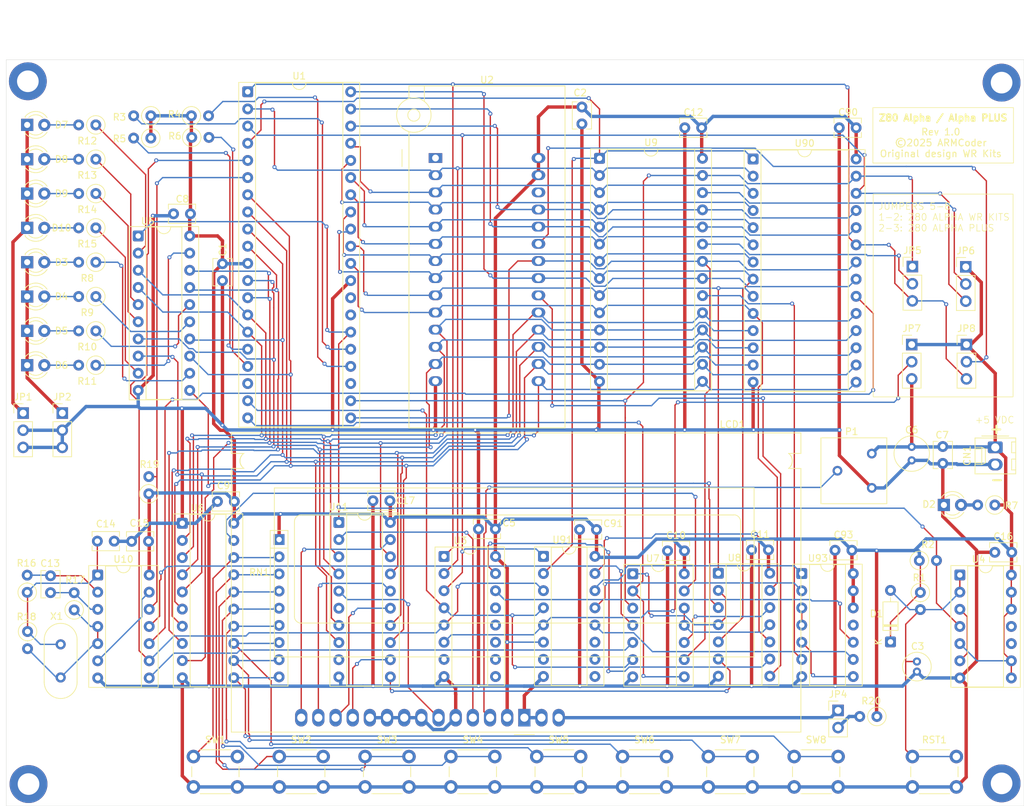
<source format=kicad_pcb>
(kicad_pcb (version 20241229) (generator "pcbnew") (generator_version "9.0")
  (layers (0 "F.Cu" signal) (2 "B.Cu" signal) (13 "F.Paste" user) (15 "B.Paste" user) (5 "F.SilkS" user "F.Silkscreen") (7 "B.SilkS" user "B.Silkscreen") (1 "F.Mask" user) (3 "B.Mask" user) (25 "Edge.Cuts" user))
  (net 0 "")
  (net 1 "/~{MREQ}")
  (net 2 "GNDREF")
  (net 3 "/~{SEL_RAM2}")
  (net 4 "+5V")
  (net 5 "/~{SEL_RAM}")
  (net 6 "Net-(D1-A)")
  (net 7 "Net-(U91-O2)")
  (net 8 "Net-(U91-O3)")
  (net 9 "Net-(U10-Pad8)")
  (net 10 "Net-(U93-Pad3)")
  (net 11 "Net-(U4-Pad3)")
  (net 12 "Net-(U10-Pad13)")
  (net 13 "Net-(C13-Pad1)")
  (net 14 "Net-(R17-Pad1)")
  (net 15 "Net-(C13-Pad2)")
  (net 16 "Net-(C14-Pad1)")
  (net 17 "Net-(LCD1-DB7)")
  (net 18 "Net-(D3-A)")
  (net 19 "Net-(D4-A)")
  (net 20 "Net-(D5-A)")
  (net 21 "Net-(D6-A)")
  (net 22 "Net-(D7-A)")
  (net 23 "Net-(D8-A)")
  (net 24 "Net-(D9-A)")
  (net 25 "Net-(D10-A)")
  (net 26 "Net-(LCD1-DB4)")
  (net 27 "Net-(LCD1-RS)")
  (net 28 "Net-(LCD1-VO)")
  (net 29 "Net-(LCD1-E)")
  (net 30 "Net-(LCD1-DB5)")
  (net 31 "Net-(LCD1-DB6)")
  (net 32 "Net-(U5-Q6)")
  (net 33 "Net-(U5-Q1)")
  (net 34 "Net-(U5-Q0)")
  (net 35 "Net-(U5-Q5)")
  (net 36 "Net-(U5-Q3)")
  (net 37 "Net-(U5-Q4)")
  (net 38 "Net-(U5-Q7)")
  (net 39 "Net-(U5-Q2)")
  (net 40 "Net-(D2-A)")
  (net 49 "Net-(U1-~{NMI})")
  (net 52 "Net-(U1-~{WAIT})")
  (net 53 "Net-(U1-~{BUSREQ})")
  (net 62 "/A13")
  (net 63 "/~{INT}")
  (net 64 "/~{RESET}")
  (net 65 "/D7")
  (net 66 "/A5")
  (net 67 "/~{WRITE}")
  (net 68 "/A15")
  (net 69 "/D0")
  (net 70 "/A12")
  (net 71 "/D1")
  (net 72 "/A2")
  (net 73 "/A7")
  (net 74 "/CLOCK")
  (net 75 "/~{READ}")
  (net 76 "/D2")
  (net 77 "/A6")
  (net 78 "/D3")
  (net 79 "/D4")
  (net 80 "/D5")
  (net 81 "/A3")
  (net 82 "/A4")
  (net 83 "/A9")
  (net 84 "/~{IORQ}")
  (net 85 "/D6")
  (net 86 "/A1")
  (net 87 "/A11")
  (net 88 "/A10")
  (net 89 "/A0")
  (net 90 "/A14")
  (net 91 "/A8")
  (net 92 "Net-(JP5-C)")
  (net 93 "Net-(JP6-C)")
  (net 94 "/~{SEL_ROM}")
  (net 95 "Net-(JP8-C)")
  (net 96 "Net-(JP4-A)")
  (net 97 "/PX3")
  (net 98 "Net-(U93-Pad5)")
  (net 99 "Net-(U91-O1)")
  (net 100 "Net-(U3-O1)")
  (net 101 "Net-(U91-O0)")
  (net 102 "Net-(JP7-C)")
  (net 103 "/PORTB")
  (net 104 "Net-(U10-Pad11)")
  (net 105 "/PORTX")
  (net 106 "Net-(U7-Pad10)")
  (net 107 "Net-(U7-Pad11)")
  (net 108 "Net-(U7-Pad1)")
  (net 109 "/PX7")
  (net 110 "/PX2")
  (net 111 "/PX0")
  (net 112 "/PX1")
  (net 113 "/PX4")
  (net 114 "/PX6")
  (net 115 "/PX5")
  (net 116 "/PORTA")
  (net 118 "Net-(U3-O0)")
  (net 120 "Net-(D3-K)")
  (net 121 "Net-(D10-K)")
  (net 123 "Net-(JP4-B)")
  (footprint "LED_THT:LED_D3.0mm_FlatTop" (layer "F.Cu") (at 22.4014 121.9336)
    (property "Reference" "D5")
    (property "Value" "LED")
  )
  (footprint "Resistor_THT:R_Axial_DIN0207_L6.3mm_D2.5mm_P2.54mm_Vertical" (layer "F.Cu") (at 22.4568 166.4264 -90)
    (property "Reference" "R18")
    (property "Value" "1M")
  )
  (footprint "Package_DIP:DIP-16_W7.62mm_Socket" (layer "F.Cu") (at 98.8 155.3)
    (property "Reference" "U91")
    (property "Value" "74LS138")
  )
  (footprint "Capacitor_THT:C_Disc_D3.8mm_W2.6mm_P2.50mm" (layer "F.Cu") (at 119.67 154.4856 180)
    (property "Reference" "C10")
    (property "Value" "100nF" (hide yes))
  )
  (footprint "Package_DIP:DIP-20_W7.62mm_Socket" (layer "F.Cu") (at 68.5242 150.28)
    (property "Reference" "U11")
    (property "Value" "74LS273")
  )
  (footprint "Package_DIP:DIP-20_W7.62mm_Socket" (layer "F.Cu") (at 38.8316 107.8874)
    (property "Reference" "U5")
    (property "Value" "74LS273")
  )
  (footprint "Package_DIP:DIP-28_W15.24mm_Socket" (layer "F.Cu") (at 129.833 96.5016)
    (property "Reference" "U90")
    (property "Value" "HM62256BLP")
  )
  (footprint "Connector_Molex:Molex_KK-254_AE-6410-02A_1x02_P2.54mm_Vertical" (layer "F.Cu") (at 165.6592 139.1696 -90)
    (property "Reference" "CN1")
    (property "Value" "+5VCC" (hide yes))
  )
  (footprint "Capacitor_THT:C_Radial_D4.0mm_H5.0mm_P1.50mm" (layer "F.Cu") (at 154.0714 170.866 -90)
    (property "Reference" "C3")
    (property "Value" "33uF/16V")
  )
  (footprint "Resistor_THT:R_Axial_DIN0207_L6.3mm_D2.5mm_P2.54mm_Vertical" (layer "F.Cu") (at 165.5992 147.7 180)
    (property "Reference" "R7")
    (property "Value" "1k5")
  )
  (footprint "Capacitor_THT:C_Disc_D3.8mm_W2.6mm_P2.50mm" (layer "F.Cu") (at 46.564 104.6108 180)
    (property "Reference" "C8")
    (property "Value" "100nF" (hide yes))
  )
  (footprint "Package_DIP:DIP-28_W15.24mm_Socket" (layer "F.Cu") (at 107.1 96.4)
    (property "Reference" "U9")
    (property "Value" "HM62256BLP")
  )
  (footprint "Connector_PinHeader_2.54mm:PinHeader_1x02_P2.54mm_Vertical" (layer "F.Cu") (at 142.4 178.1)
    (property "Reference" "JP4")
    (property "Value" "Jumper_2_Small_Bridged" (hide yes))
  )
  (footprint "Button_Switch_THT:SW_PUSH_6mm_H9.5mm" (layer "F.Cu") (at 117.0068 189.4264 180)
    (property "Reference" "SW6")
    (property "Value" "SW_Push" (hide yes))
  )
  (footprint "Package_DIP:DIP-14_W7.62mm_Socket" (layer "F.Cu") (at 112.0192 157.8842)
    (property "Reference" "U7")
    (property "Value" "74LS02")
  )
  (footprint "Resistor_THT:R_Axial_DIN0207_L6.3mm_D2.5mm_P2.54mm_Vertical" (layer "F.Cu") (at 32.5614 106.6936 180)
    (property "Reference" "R15")
    (property "Value" "1k8")
  )
  (footprint "LED_THT:LED_D3.0mm_FlatTop" (layer "F.Cu") (at 22.4014 91.4536)
    (property "Reference" "D7")
    (property "Value" "LED")
  )
  (footprint "Capacitor_THT:C_Disc_D3.8mm_W2.6mm_P2.50mm" (layer "F.Cu") (at 76.0734 147.0764 180)
    (property "Reference" "C17")
    (property "Value" "100nF" (hide yes))
  )
  (footprint "Connector_PinHeader_2.54mm:PinHeader_1x03_P2.54mm_Vertical" (layer "F.Cu") (at 153.3 123.96)
    (property "Reference" "JP7")
    (property "Value" "Jumper_3_Bridged12" (hide yes))
  )
  (footprint "Package_DIP:DIP-40_W15.24mm_Socket" (layer "F.Cu") (at 55.0368 86.5514)
    (property "Reference" "U1")
    (property "Value" "Z84C00xxP")
  )
  (footprint "Resistor_THT:R_Axial_DIN0207_L6.3mm_D2.5mm_P2.54mm_Vertical" (layer "F.Cu") (at 29.3568 163.2264 90)
    (property "Reference" "R17")
    (property "Value" "1k")
  )
  (footprint "Connector_PinHeader_2.54mm:PinHeader_1x03_P2.54mm_Vertical" (layer "F.Cu") (at 161.4 123.96)
    (property "Reference" "JP8")
    (property "Value" "Jumper_3_Bridged12" (hide yes))
  )
  (footprint "Resistor_THT:R_Axial_DIN0207_L6.3mm_D2.5mm_P2.54mm_Vertical" (layer "F.Cu") (at 46.755 93.305)
    (property "Reference" "R6")
    (property "Value" "10k")
  )
  (footprint "LED_THT:LED_D3.0mm_FlatTop" (layer "F.Cu") (at 22.4014 106.6936)
    (property "Reference" "D10")
    (property "Value" "LED")
  )
  (footprint "LED_THT:LED_D3.0mm_FlatTop" (layer "F.Cu") (at 22.4014 127.0136)
    (property "Reference" "D6")
    (property "Value" "LED")
  )
  (footprint "Capacitor_THT:C_Disc_D3.8mm_W2.6mm_P2.50mm" (layer "F.Cu") (at 53.0568 147.1764 180)
    (property "Reference" "C9")
    (property "Value" "100nF" (hide yes))
  )
  (footprint "Package_DIP:DIP-14_W7.62mm_Socket" (layer "F.Cu") (at 32.8402 158.0608)
    (property "Reference" "U10")
    (property "Value" "74HC04")
  )
  (footprint "Capacitor_THT:C_Disc_D3.8mm_W2.6mm_P2.50mm" (layer "F.Cu") (at 91.69 151.246 180)
    (property "Reference" "C5")
    (property "Value" "100nF" (hide yes))
  )
  (footprint "LED_THT:LED_D3.0mm_FlatTop" (layer "F.Cu") (at 22.4014 101.6136)
    (property "Reference" "D9")
    (property "Value" "LED")
  )
  (footprint "Capacitor_THT:C_Disc_D3.8mm_W2.6mm_P2.50mm" (layer "F.Cu") (at 25.8568 158.1764 -90)
    (property "Reference" "C13")
    (property "Value" "10nF" (hide yes))
  )
  (footprint "Connector_PinHeader_2.54mm:PinHeader_1x03_P2.54mm_Vertical" (layer "F.Cu") (at 27.6 134.1)
    (property "Reference" "JP2")
    (property "Value" "Jumper_3_Bridged12" (hide yes))
  )
  (footprint "Button_Switch_THT:SW_PUSH_6mm_H9.5mm" (layer "F.Cu") (at 66.2068 189.4264 180)
    (property "Reference" "SW2")
    (property "Value" "SW_Push" (hide yes))
  )
  (footprint "Capacitor_THT:C_Disc_D3.8mm_W2.6mm_P2.50mm" (layer "F.Cu") (at 145.0784 91.8788 180)
    (property "Reference" "C90")
    (property "Value" "100nF" (hide yes))
  )
  (footprint "Resistor_THT:R_Axial_DIN0207_L6.3mm_D2.5mm_P2.54mm_Vertical" (layer "F.Cu") (at 154.427 155.9188)
    (property "Reference" "R2")
    (property "Value" "10k")
  )
  (footprint "Capacitor_THT:C_Disc_D3.8mm_W2.6mm_P2.50mm" (layer "F.Cu") (at 122.2184 91.8788 180)
    (property "Reference" "C12")
    (property "Value" "100nF" (hide yes))
  )
  (footprint "MountingHole:MountingHole_3.2mm_M3_DIN965_Pad" (layer "F.Cu") (at 166.6 85.2)
    (property "Reference" "REF**" (hide yes))
    (property "Value" "MountingHole_3.2mm_M3_DIN965_Pad" (hide yes))
  )
  (footprint "Capacitor_THT:C_Disc_D3.8mm_W2.6mm_P2.50mm" (layer "F.Cu") (at 104.4906 88.8066 -90)
    (property "Reference" "C2")
    (property "Value" "100nF" (hide yes))
  )
  (footprint "Button_Switch_THT:SW_PUSH_6mm_H9.5mm" (layer "F.Cu") (at 142.4068 189.4264 180)
    (property "Reference" "SW8")
    (property "Value" "SW_Push" (hide yes))
  )
  (footprint "MountingHole:MountingHole_3.2mm_M3_DIN965_Pad" (layer "F.Cu") (at 22.5 85)
    (property "Reference" "REF**" (hide yes))
    (property "Value" "MountingHole_3.2mm_M3_DIN965_Pad" (hide yes))
  )
  (footprint "LED_THT:LED_D3.0mm_FlatTop" (layer "F.Cu") (at 22.4014 116.8536)
    (property "Reference" "D4")
    (property "Value" "LED")
  )
  (footprint "Resistor_THT:R_Axial_DIN0207_L6.3mm_D2.5mm_P2.54mm_Vertical" (layer "F.Cu") (at 40.695 93.405 180)
    (property "Reference" "R5")
    (property "Value" "10k")
  )
  (footprint "Capacitor_THT:C_Disc_D3.8mm_W2.6mm_P2.50mm" (layer "F.Cu") (at 32.784 153.052)
    (property "Reference" "C14")
    (property "Value" "47pF" (hide yes))
  )
  (footprint "Connector_PinHeader_2.54mm:PinHeader_1x03_P2.54mm_Vertical" (layer "F.Cu") (at 153.4 112.42)
    (property "Reference" "JP5")
    (property "Value" "Jumper_3_Bridged12" (hide yes))
  )
  (footprint "Resistor_THT:R_Axial_DIN0207_L6.3mm_D2.5mm_P2.54mm_Vertical" (layer "F.Cu") (at 22.4068 160.6264 90)
    (property "Reference" "R16")
    (property "Value" "1k")
  )
  (footprint "LED_THT:LED_D3.0mm_FlatTop" (layer "F.Cu") (at 158.0592 147.7)
    (property "Reference" "D2")
    (property "Value" "LED")
  )
  (footprint "Capacitor_THT:C_Disc_D3.8mm_W2.6mm_P2.50mm" (layer "F.Cu") (at 132.1022 154.3456 180)
    (property "Reference" "C11")
    (property "Value" "100nF" (hide yes))
  )
  (footprint "Socket:DIP_Socket-28_W11.9_W12.7_W15.24_W17.78_W18.5_3M_228-1277-00-0602J" (layer "F.Cu") (at 82.8244 96.3558)
    (property "Reference" "U2")
    (property "Value" "KM28C64A")
  )
  (footprint "LED_THT:LED_D3.0mm_FlatTop" (layer "F.Cu") (at 22.4014 111.7736)
    (property "Reference" "D3")
    (property "Value" "LED")
  )
  (footprint "LED_THT:LED_D3.0mm_FlatTop" (layer "F.Cu") (at 22.4014 96.5336)
    (property "Reference" "D8")
    (property "Value" "LED")
  )
  (footprint "Package_DIP:DIP-14_W7.62mm_Socket" (layer "F.Cu") (at 160.4214 158.0574)
    (property "Reference" "U4")
    (property "Value" "4093")
  )
  (footprint "Resistor_THT:R_Axial_DIN0207_L6.3mm_D2.5mm_P2.54mm_Vertical" (layer "F.Cu") (at 148.145 179 180)
    (property "Reference" "R20")
    (property "Value" "22")
  )
  (footprint "Resistor_THT:R_Axial_DIN0207_L6.3mm_D2.5mm_P2.54mm_Vertical" (layer "F.Cu") (at 32.5614 101.6136 180)
    (property "Reference" "R14")
    (property "Value" "1k8")
  )
  (footprint "Capacitor_THT:C_Disc_D3.8mm_W2.6mm_P2.50mm" (layer "F.Cu") (at 51.3 112 -90)
    (property "Reference" "C1")
    (property "Value" "100nF" (hide yes))
  )
  (footprint "Connector_PinHeader_2.54mm:PinHeader_1x03_P2.54mm_Vertical" (layer "F.Cu") (at 21.8 134.1)
    (property "Reference" "JP1")
    (property "Value" "Jumper_3_Bridged12" (hide yes))
  )
  (footprint "Package_DIP:DIP-14_W7.62mm_Socket" (layer "F.Cu") (at 124.68 157.8)
    (property "Reference" "U8")
    (property "Value" "74LS08")
  )
  (footprint "Connector_PinHeader_2.54mm:PinHeader_1x03_P2.54mm_Vertical" (layer "F.Cu") (at 161.3 112.46)
    (property "Reference" "JP6")
    (property "Value" "Jumper_3_Bridged12" (hide yes))
  )
  (footprint "Capacitor_THT:C_Radial_D5.0mm_H7.0mm_P2.00mm" (layer "F.Cu") (at 153.3 139.1 -90)
    (property "Reference" "C6")
    (property "Value" "100uF/16V")
  )
  (footprint "Capacitor_THT:C_Disc_D3.8mm_W2.6mm_P2.50mm" (layer "F.Cu") (at 106.654 151.3376 180)
    (property "Reference" "C91")
    (property "Value" "100nF" (hide yes))
  )
  (footprint "Capacitor_THT:C_Disc_D3.8mm_W2.6mm_P2.50mm" (layer "F.Cu") (at 144.45 154.4 180)
    (property "Reference" "C93")
    (property "Value" "100nF" (hide yes))
  )
  (footprint "Capacitor_THT:C_Disc_D3.8mm_W2.6mm_P2.50mm" (layer "F.Cu") (at 157.9 139.05 -90)
    (property "Reference" "C7")
    (property "Value" "100nF" (hide yes))
  )
  (footprint "Button_Switch_THT:SW_PUSH_6mm_H9.5mm" (layer "F.Cu") (at 53.5068 189.4264 180)
    (property "Reference" "SW1")
    (property "Value" "SW_Push" (hide yes))
  )
  (footprint "Button_Switch_THT:SW_PUSH_6mm_H9.5mm" (layer "F.Cu") (at 159.9068 189.4264 180)
    (property "Reference" "RST1")
    (property "Value" "SW_Push" (hide yes))
  )
  (footprint "Diode_THT:D_DO-35_SOD27_P7.62mm_Horizontal" (layer "F.Cu") (at 150.1598 167.9584 90)
    (property "Reference" "D1")
    (property "Value" "1N4148" (hide yes))
  )
  (footprint "Resistor_THT:R_Axial_DIN0207_L6.3mm_D2.5mm_P2.54mm_Vertical" (layer "F.Cu") (at 40.7 90.105 180)
    (property "Reference" "R3")
    (property "Value" "10k")
  )
  (footprint "Capacitor_THT:C_Disc_D3.8mm_W2.6mm_P2.50mm" (layer "F.Cu") (at 168.1 154.7 180)
    (property "Reference" "C16")
    (property "Value" "100nF" (hide yes))
  )
  (footprint "Resistor_THT:R_Axial_DIN0207_L6.3mm_D2.5mm_P2.54mm_Vertical" (layer "F.Cu") (at 154.5794 160.6432 -90)
    (property "Reference" "R1")
    (property "Value" "10k")
  )
  (footprint "Resistor_THT:R_Axial_DIN0207_L6.3mm_D2.5mm_P2.54mm_Vertical" (layer "F.Cu") (at 32.5614 111.7736 180)
    (property "Reference" "R8")
    (property "Value" "1k8")
  )
  (footprint "Resistor_THT:R_Array_SIP9" (layer "F.Cu") (at 59.685 152.82 -90)
    (property "Reference" "RN1")
    (property "Value" "R_Network08" (hide yes))
  )
  (footprint "Capacitor_THT:C_Disc_D3.8mm_W2.6mm_P2.50mm" (layer "F.Cu") (at 40.364 153.0774 180)
    (property "Reference" "C15")
    (property "Value" "100nF" (hide yes))
  )
  (footprint "Button_Switch_THT:SW_PUSH_6mm_H9.5mm" (layer "F.Cu") (at 129.7068 189.4264 180)
    (property "Reference" "SW7")
    (property "Value" "SW_Push" (hide yes))
  )
  (footprint "Resistor_THT:R_Axial_DIN0207_L6.3mm_D2.5mm_P2.54mm_Vertical" (layer "F.Cu") (at 40.4 146.045 90)
    (property "Reference" "R19")
    (property "Value" "5k6")
  )
  (footprint "Button_Switch_THT:SW_PUSH_6mm_H9.5mm" (layer "F.Cu") (at 104.3068 189.4264 180)
    (property "Reference" "SW5")
    (property "Value" "SW_Push" (hide yes))
  )
  (footprint "MountingHole:MountingHole_3.2mm_M3_DIN965_Pad" (layer "F.Cu") (at 166.6 188.9)
    (property "Reference" "REF**" (hide yes))
    (property "Value" "MountingHole_3.2mm_M3_DIN965_Pad" (hide yes))
  )
  (footprint "Crystal:Crystal_HC18-U_Vertical" (layer "F.Cu") (at 27.3568 168.3264 -90)
    (property "Reference" "X1")
    (property "Value" "4MHz")
  )
  (footprint "Resistor_THT:R_Axial_DIN0207_L6.3mm_D2.5mm_P2.54mm_Vertical" (layer "F.Cu") (at 32.5614 127.0136 180)
    (property "Reference" "R11")
    (property "Value" "1k8")
  )
  (footprint "MountingHole:MountingHole_3.2mm_M3_DIN965_Pad" (layer "F.Cu") (at 22.6 189)
    (property "Reference" "REF**" (hide yes))
    (property "Value" "MountingHole_3.2mm_M3_DIN965_Pad" (hide yes))
  )
  (footprint "Package_DIP:DIP-14_W7.62mm_Socket" (layer "F.Cu") (at 137.0278 157.8544)
    (property "Reference" "U93")
    (property "Value" "74LS08")
  )
  (footprint "Resistor_THT:R_Axial_DIN0207_L6.3mm_D2.5mm_P2.54mm_Vertical" (layer "F.Cu") (at 32.5614 91.4536 180)
    (property "Reference" "R12")
    (property "Value" "1k8")
  )
  (footprint "Display:RC1602A" (layer "F.Cu") (at 95.9768 179.1764 180)
    (property "Reference" "LCD1")
    (property "Value" "LCD16X2")
  )
  (footprint "Package_DIP:DIP-16_W7.62mm_Socket" (layer "F.Cu") (at 84.09 155.31)
    (property "Reference" "U3")
    (property "Value" "74LS138")
  )
  (footprint "Resistor_THT:R_Axial_DIN0207_L6.3mm_D2.5mm_P2.54mm_Vertical" (layer "F.Cu") (at 32.5614 96.5336 180)
    (property "Reference" "R13")
    (property "Value" "1k8")
  )
  (footprint "Package_DIP:DIP-20_W7.62mm_Socket" (layer "F.Cu") (at 45.3594 150.407)
    (property "Reference" "U6")
    (property "Value" "74LS245")
  )
  (footprint "Resistor_THT:R_Axial_DIN0207_L6.3mm_D2.5mm_P2.54mm_Vertical" (layer "F.Cu") (at 32.5614 116.8536 180)
    (property "Reference" "R9")
    (property "Value" "1k8")
  )
  (footprint "Resistor_THT:R_Axial_DIN0207_L6.3mm_D2.5mm_P2.54mm_Vertical" (layer "F.Cu") (at 46.7 90.105)
    (property "Reference" "R4")
    (property "Value" "10k")
  )
  (footprint "Potentiometer_THT:Potentiometer_Bourns_3386F_Vertical" (layer "F.Cu") (at 147.3912 140.0946 180)
    (property "Reference" "P1")
    (property "Value" "100k")
  )
  (footprint "Resistor_THT:R_Axial_DIN0207_L6.3mm_D2.5mm_P2.54mm_Vertical" (layer "F.Cu") (at 32.5614 121.9336 180)
    (property "Reference" "R10")
    (property "Value" "1k8")
  )
  (footprint "Button_Switch_THT:SW_PUSH_6mm_H9.5mm" (layer "F.Cu") (at 91.6068 189.4264 180)
    (property "Reference" "SW4")
    (property "Value" "SW_Push" (hide yes))
  )
  (footprint "Button_Switch_THT:SW_PUSH_6mm_H9.5mm" (layer "F.Cu") (at 78.9068 189.4264 180)
    (property "Reference" "SW3")
    (property "Value" "SW_Push" (hide yes))
  )
  (gr_rect (start 147.55 88.9) (end 168.35 97.1) (stroke (width 0.1)) (fill no) (layer "F.SilkS"))
  (gr_rect (start 147.6 101.7) (end 168.3 131.7) (stroke (width 0.1)) (fill no) (layer "F.SilkS"))
  (gr_rect (start 19.3 81.8) (end 169.9096 192.243) (stroke (width 0.05)) (fill no) (layer "Edge.Cuts"))
  (gr_text "JUMPERS 5-8\n1-2: Z80 ALPHA WR KITS\n2-3: Z80 ALPHA PLUS" (at 148.3 107.3 0) (layer "F.SilkS") (effects (font (size 1 1) (thickness 0.1)) (justify left bottom)))
  (gr_text "-" (at 164.8 144.8 0) (layer "F.SilkS") (effects (font (size 1.5 1.5) (thickness 0.3) (bold yes)) (justify left bottom)))
  (gr_text "Rev 1.0\n©2025 ARMCoder\nOriginal design WR Kits" (at 157.6 96.3 0) (layer "F.SilkS") (effects (font (size 1 1)) (justify bottom)))
  (gr_text "+" (at 164.7 137.3 0) (layer "F.SilkS") (effects (font (size 1.5 1.5) (thickness 0.3) (bold yes)) (justify left bottom)))
  (gr_text "+5 VDC" (at 162.6 135.7 0) (layer "F.SilkS") (effects (font (size 1 1) (thickness 0.1)) (justify left bottom)))
  (gr_text "Z80 Alpha / Alpha PLUS" (at 148.3 91 0) (layer "F.SilkS") (effects (font (size 1 1) (thickness 0.25) (bold yes)) (justify left bottom)))
  (segment (start 94.6 171.7) (end 94.2 171.3) (width 0.2) (layer "F.Cu") (net 1))
  (segment (start 81.5 160.34) (end 84.09 162.93) (width 0.2) (layer "F.Cu") (net 1))
  (segment (start 94.2 171.3) (end 94.2 164.031) (width 0.2) (layer "F.Cu") (net 1))
  (segment (start 81.5 134.3104) (end 81.5 160.34) (width 0.2) (layer "F.Cu") (net 1))
  (segment (start 80.9 133.7104) (end 81.5 134.3104) (width 0.2) (layer "F.Cu") (net 1))
  (via (at 94.2 164.031) (size 0.6) (drill 0.3) (layers "F.Cu" "B.Cu") (net 1))
  (via (at 80.9 133.7104) (size 0.6) (drill 0.3) (layers "F.Cu" "B.Cu") (net 1))
  (via (at 94.6 171.7) (size 0.6) (drill 0.3) (layers "F.Cu" "B.Cu") (net 1))
  (segment (start 98.8 162.92) (end 97.689 164.031) (width 0.2) (layer "B.Cu") (net 1))
  (segment (start 80.9 133.7104) (end 56.4758 133.7104) (width 0.2) (layer "B.Cu") (net 1))
  (segment (start 85.191 164.031) (end 84.09 162.93) (width 0.2) (layer "B.Cu") (net 1))
  (segment (start 56.4758 133.7104) (end 55.0368 132.2714) (width 0.2) (layer "B.Cu") (net 1))
  (segment (start 94.6 171.7) (end 110.9034 171.7) (width 0.2) (layer "B.Cu") (net 1))
  (segment (start 110.9034 171.7) (end 112.0192 170.5842) (width 0.2) (layer "B.Cu") (net 1))
  (segment (start 97.689 164.031) (end 94.2 164.031) (width 0.2) (layer "B.Cu") (net 1))
  (segment (start 94.2 164.031) (end 85.191 164.031) (width 0.2) (layer "B.Cu") (net 1))
  (segment (start 107.0052 136.1948) (end 107.0052 129.452) (width 0.5) (layer "F.Cu") (net 2))
  (segment (start 67.6 117.1682) (end 67.6 136.6) (width 0.5) (layer "F.Cu") (net 2))
  (segment (start 41.049 128.53) (end 38.8316 130.7474) (width 0.5) (layer "F.Cu") (net 2))
  (segment (start 85.8 175.7) (end 85.8168 175.7168) (width 0.5) (layer "F.Cu") (net 2))
  (segment (start 41.049 105.249) (end 41.049 128.53) (width 0.5) (layer "F.Cu") (net 2))
  (segment (start 89.19 151.246) (end 89.19 174.49) (width 0.5) (layer "F.Cu") (net 2))
  (segment (start 161.3578 187.9754) (end 161.3578 174.2338) (width 0.5) (layer "F.Cu") (net 2))
  (segment (start 45.3594 187.779) (end 45.3594 173.267) (width 0.5) (layer "F.Cu") (net 2))
  (segment (start 49.3 148.4332) (end 49.3 174.518) (width 0.5) (layer "F.Cu") (net 2))
  (segment (start 160.4214 173.2974) (end 162.9 170.8188) (width 0.5) (layer "F.Cu") (net 2))
  (segment (start 45.3594 133.4594) (end 45.3 133.4) (width 0.5) (layer "F.Cu") (net 2))
  (segment (start 141.95 174.45) (end 142 174.5) (width 0.2) (layer "F.Cu") (net 2))
  (segment (start 141.95 154.4) (end 141.95 174.45) (width 0.5) (layer "F.Cu") (net 2))
  (segment (start 82.5 136.5) (end 82.8244 136.1756) (width 0.5) (layer "F.Cu") (net 2))
  (segment (start 142.5784 136.5784) (end 142.6 136.6) (width 0.5) (layer "F.Cu") (net 2))
  (segment (start 104.4906 126.8106) (end 107.1 129.42) (width 0.5) (layer "F.Cu") (net 2))
  (segment (start 89.19 174.49) (end 89.2 174.5) (width 0.5) (layer "F.Cu") (net 2))
  (segment (start 82.8244 136.1756) (end 82.8244 129.3758) (width 0.5) (layer "F.Cu") (net 2))
  (segment (start 51.3 114.5) (end 51.3 135.9) (width 0.5) (layer "F.Cu") (net 2))
  (segment (start 70.2768 114.4914) (end 67.6 117.1682) (width 0.5) (layer "F.Cu") (net 2))
  (segment (start 162.9 154.7) (end 162.9 154.4) (width 0.5) (layer "F.Cu") (net 2))
  (segment (start 95.9768 179.1764) (end 95.9768 175.9032) (width 0.5) (layer "F.Cu") (net 2))
  (segment (start 117.17 154.4856) (end 117.17 174.43) (width 0.5) (layer "F.Cu") (net 2))
  (segment (start 41 105.2) (end 41.049 105.249) (width 0.5) (layer "F.Cu") (net 2))
  (segment (start 47.0068 189.4264) (end 45.3594 187.779) (width 0.5) (layer "F.Cu") (net 2))
  (segment (start 157.9 149.4) (end 157.9 141.55) (width 0.5) (layer "F.Cu") (net 2))
  (segment (start 129.6022 174.4978) (end 129.6 174.5) (width 0.2) (layer "F.Cu") (net 2))
  (segment (start 119.7184 91.8788) (end 119.7184 136.5816) (width 0.5) (layer "F.Cu") (net 2))
  (segment (start 95.9768 175.9032) (end 98.8 173.08) (width 0.5) (layer "F.Cu") (net 2))
  (segment (start 73.6 174.5) (end 73.6 174.3) (width 0.5) (layer "F.Cu") (net 2))
  (segment (start 106.6 136.6) (end 107.0052 136.1948) (width 0.5) (layer "F.Cu") (net 2))
  (segment (start 73.6 174.3) (end 73.5734 174.2734) (width 0.5) (layer "F.Cu") (net 2))
  (segment (start 84.09 173.09) (end 85.8 174.8) (width 0.5) (layer "F.Cu") (net 2))
  (segment (start 85.8168 175.7168) (end 85.8168 179.1764) (width 0.5) (layer "F.Cu") (net 2))
  (segment (start 117.17 174.43) (end 117.1 174.5) (width 0.2) (layer "F.Cu") (net 2))
  (segment (start 162.9 170.8188) (end 162.9 154.7) (width 0.5) (layer "F.Cu") (net 2))
  (segment (start 41 104.9) (end 41 105.2) (width 0.5) (layer "F.Cu") (net 2))
  (segment (start 73.5734 174.2734) (end 73.5734 147.0764) (width 0.5) (layer "F.Cu") (net 2))
  (segment (start 45.3594 150.407) (end 45.3594 133.4594) (width 0.5) (layer "F.Cu") (net 2))
  (segment (start 161.3578 174.2338) (end 160.4214 173.2974) (width 0.5) (layer "F.Cu") (net 2))
  (segment (start 147.3912 145.1746) (end 142.6 140.3834) (width 0.5) (layer "F.Cu") (net 2))
  (segment (start 89.19 137.09) (end 88.7 136.6) (width 0.5) (layer "F.Cu") (net 2))
  (segment (start 129.6022 154.3456) (end 129.6022 174.4978) (width 0.5) (layer "F.Cu") (net 2))
  (segment (start 129.833 136.533) (end 129.833 129.5216) (width 0.5) (layer "F.Cu") (net 2))
  (segment (start 82.5 136.6) (end 82.5 136.5) (width 0.5) (layer "F.Cu") (net 2))
  (segment (start 104.4906 91.3066) (end 104.4906 126.8106) (width 0.5) (layer "F.Cu") (net 2))
  (segment (start 129.9 136.6) (end 129.833 136.533) (width 0.5) (layer "F.Cu") (net 2))
  (segment (start 162.9 154.7) (end 165.6 154.7) (width 0.5) (layer "F.Cu") (net 2))
  (segment (start 142.5784 91.8788) (end 142.5784 136.5784) (width 0.5) (layer "F.Cu") (net 2))
  (segment (start 50.5568 147.1764) (end 49.3 148.4332) (width 0.5) (layer "F.Cu") (net 2))
  (segment (start 85.8 174.8) (end 85.8 175.7) (width 0.5) (layer "F.Cu") (net 2))
  (segment (start 104.154 174.454) (end 104.154 151.3376) (width 0.5) (layer "F.Cu") (net 2))
  (segment (start 142.6 140.3834) (end 142.6 136.6) (width 0.5) (layer "F.Cu") (net 2))
  (segment (start 119.7184 136.5816) (end 119.7 136.6) (width 0.5) (layer "F.Cu") (net 2))
  (segment (start 162.9 154.4) (end 157.9 149.4) (width 0.5) (layer "F.Cu") (net 2))
  (segment (start 159.9068 189.4264) (end 161.3578 187.9754) (width 0.5) (layer "F.Cu") (net 2))
  (segment (start 89.19 151.246) (end 89.19 137.09) (width 0.5) (layer "F.Cu") (net 2))
  (segment (start 104.2 174.5) (end 104.154 174.454) (width 0.5) (layer "F.Cu") (net 2))
  (segment (start 153.3 139.0504) (end 153.3 129.04) (width 0.5) (layer "F.Cu") (net 2))
  (via (at 88.7 136.6) (size 0.6) (drill 0.3) (layers "F.Cu" "B.Cu") (net 2))
  (via (at 73.6 174.5) (size 0.6) (drill 0.3) (layers "F.Cu" "B.Cu") (net 2))
  (via (at 89.2 174.5) (size 0.6) (drill 0.3) (layers "F.Cu" "B.Cu") (net 2))
  (via (at 119.7 136.6) (size 0.6) (drill 0.3) (layers "F.Cu" "B.Cu") (net 2))
  (via (at 129.9 136.6) (size 0.6) (drill 0.3) (layers "F.Cu" "B.Cu") (net 2))
  (via (at 117.1 174.5) (size 0.6) (drill 0.3) (layers "F.Cu" "B.Cu") (net 2))
  (via (at 142.6 136.6) (size 0.6) (drill 0.3) (layers "F.Cu" "B.Cu") (net 2))
  (via (at 67.6 136.6) (size 0.6) (drill 0.3) (layers "F.Cu" "B.Cu") (net 2))
  (via (at 49.3 174.518) (size 0.6) (drill 0.3) (layers "F.Cu" "B.Cu") (net 2))
  (via (at 142 174.5) (size 0.6) (drill 0.3) (layers "F.Cu" "B.Cu") (net 2))
  (via (at 51.3 135.9) (size 0.6) (drill 0.3) (layers "F.Cu" "B.Cu") (net 2))
  (via (at 41 104.9) (size 0.6) (drill 0.3) (layers "F.Cu" "B.Cu") (net 2))
  (via (at 106.6 136.6) (size 0.6) (drill 0.3) (layers "F.Cu" "B.Cu") (net 2))
  (via (at 82.5 136.6) (size 0.6) (drill 0.3) (layers "F.Cu" "B.Cu") (net 2))
  (via (at 45.3 133.4) (size 0.6) (drill 0.3) (layers "F.Cu" "B.Cu") (net 2))
  (via (at 104.2 174.5) (size 0.6) (drill 0.3) (layers "F.Cu" "B.Cu") (net 2))
  (via (at 129.6 174.5) (size 0.6) (drill 0.3) (layers "F.Cu" "B.Cu") (net 2))
  (segment (start 45.3 133.4) (end 39.1 133.4) (width 0.5) (layer "B.Cu") (net 2))
  (segment (start 97.1 174.5) (end 97.38 174.5) (width 0.5) (layer "B.Cu") (net 2))
  (segment (start 21.8 139.18) (end 27.6 139.18) (width 0.5) (layer "B.Cu") (net 2))
  (segment (start 46.9662 174.5518) (end 34.0912 174.5518) (width 0.5) (layer "B.Cu") (net 2))
  (segment (start 156.1 141.6096) (end 155.5904 141.1) (width 0.5) (layer "B.Cu") (net 2))
  (segment (start 97.38 174.5) (end 98.8 173.08) (width 0.5) (layer "B.Cu") (net 2))
  (segment (start 165.6592 141.7096) (end 160.0592 141.7096) (width 0.5) (layer "B.Cu") (net 2))
  (segment (start 129.6 174.5) (end 135.6222 174.5) (width 0.5) (layer "B.Cu") (net 2))
  (segment (start 151.9374 174.5) (end 154.0714 172.366) (width 0.5) (layer "B.Cu") (net 2))
  (segment (start 110.6434 174.5) (end 112.0192 173.1242) (width 0.5) (layer "B.Cu") (net 2))
  (segment (start 160.4214 173.2974) (end 155.0028 173.2974) (width 0.5) (layer "B.Cu") (net 2))
  (segment (start 73.6 174.5) (end 80.9 174.5) (width 0.5) (layer "B.Cu") (net 2))
  (segment (start 38.8316 133.1316) (end 31.1084 133.1316) (width 0.5) (layer "B.Cu") (net 2))
  (segment (start 68.8 174.5) (end 72.1 174.5) (width 0.5) (layer "B.Cu") (net 2))
  (segment (start 48.8 133.4) (end 51.3 135.9) (width 0.5) (layer "B.Cu") (net 2))
  (segment (start 45.3 133.4) (end 48.8 133.4) (width 0.5) (layer "B.Cu") (net 2))
  (segment (start 147.3912 145.1746) (end 149.2254 145.1746) (width 0.5) (layer "B.Cu") (net 2))
  (segment (start 41 104.9) (end 43.7748 104.9) (width 0.5) (layer "B.Cu") (net 2))
  (segment (start 80.9 174.5) (end 89.2 174.5) (width 0.5) (layer "B.Cu") (net 2))
  (segment (start 155.0028 173.2974) (end 154.0714 172.366) (width 0.5) (layer "B.Cu") (net 2))
  (segment (start 128.2 136.6) (end 142.6 136.6) (width 0.5) (layer "B.Cu") (net 2))
  (segment (start 82.68 174.5) (end 84.09 173.09) (width 0.5) (layer "B.Cu") (net 2))
  (segment (start 85.8168 179.1764) (end 84.0658 180.9274) (width 0.5) (layer "B.Cu") (net 2))
  (segment (start 149.2254 145.1746) (end 153.3 141.1) (width 0.5) (layer "B.Cu") (net 2))
  (segment (start 95.97934 179.17386) (end 95.9768 179.1764) (width 0.2) (layer "B.Cu") (net 2))
  (segment (start 80.9 174.5) (end 82.68 174.5) (width 0.5) (layer "B.Cu") (net 2))
  (segment (start 27.6 139.18) (end 27.6 136.64) (width 0.5) (layer "B.Cu") (net 2))
  (segment (start 68.5242 173.14) (end 68.8 173.4158) (width 0.5) (layer "B.Cu") (net 2))
  (segment (start 142.4068 189.4264) (end 159.9068 189.4264) (width 0.5) (layer "B.Cu") (net 2))
  (segment (start 80.7368 179.1764) (end 73.1168 179.1764) (width 0.5) (layer "B.Cu") (net 2))
  (segment (start 106.8 136.4) (end 106.6 136.6) (width 0.5) (layer "B.Cu") (net 2))
  (segment (start 160.0592 141.7096) (end 159.9592 141.6096) (width 0.5) (layer "B.Cu") (net 2))
  (segment (start 142 174.5) (end 151.9374 174.5) (width 0.5) (layer "B.Cu") (net 2))
  (segment (start 52 136.6) (end 67.6 136.6) (width 0.5) (layer "B.Cu") (net 2))
  (segment (start 67.6 136.6) (end 88.7 136.6) (width 0.5) (layer "B.Cu") (net 2))
  (segment (start 82.4878 180.9274) (end 80.7368 179.1764) (width 0.5) (layer "B.Cu") (net 2))
  (segment (start 47.3262 150.407) (end 47.9166 149.8166) (width 0.5) (layer "B.Cu") (net 2))
  (segment (start 47 174.518) (end 46.9662 174.5518) (width 0.5) (layer "B.Cu") (net 2))
  (segment (start 47.9166 149.8166) (end 50.5568 147.1764) (width 0.5) (layer "B.Cu") (net 2))
  (segment (start 47 174.518) (end 46.6104 174.518) (width 0.5) (layer "B.Cu") (net 2))
  (segment (start 37.864 153.0774) (end 35.3094 153.0774) (width 0.5) (layer "B.Cu") (net 2))
  (segment (start 34.0912 174.5518) (end 32.8402 173.3008) (width 0.5) (layer "B.Cu") (net 2))
  (segment (start 21.8 136.64) (end 27.6 136.64) (width 0.5) (layer "B.Cu") (net 2))
  (segment (start 88.7 136.6) (end 106.6 136.6) (width 0.5) (layer "B.Cu") (net 2))
  (segment (start 72.1 174.5) (end 72.082 174.518) (width 0.5) (layer "B.Cu") (net 2))
  (segment (start 89.2 174.5) (end 95.9 174.5) (width 0.5) (layer "B.Cu") (net 2))
  (segment (start 31.1084 133.1316) (end 27.6 136.64) (width 0.5) (layer "B.Cu") (net 2))
  (segment (start 159.9592 141.6096) (end 156.1 141.6096) (width 0.5) (layer "B.Cu") (net 2))
  (segment (start 38.8316 133.1316) (end 38.8316 130.7474) (width 0.5) (layer "B.Cu") (net 2))
  (segment (start 119.7 136.6) (end 128.2 136.6) (width 0.5) (layer "B.Cu") (net 2))
  (segment (start 35.3094 153.0774) (end 35.284 153.052) (width 0.5) (layer "B.Cu") (net 2))
  (segment (start 129.9 136.6) (end 128.2 136.6) (width 0.5) (layer "B.Cu") (net 2))
  (segment (start 47.0068 189.4264) (end 142.4068 189.4264) (width 0.5) (layer "B.Cu") (net 2))
  (segment (start 123.22 174.5) (end 129.6 174.5) (width 0.5) (layer "B.Cu") (net 2))
  (segment (start 39.1 133.4) (end 38.8316 133.1316) (width 0.5) (layer "B.Cu") (net 2))
  (segment (start 135.6222 174.5) (end 137.0278 173.0944) (width 0.5) (layer "B.Cu") (net 2))
  (segment (start 46.6104 174.518) (end 45.3594 173.267) (width 0.5) (layer "B.Cu") (net 2))
  (segment (start 45.3594 150.407) (end 47.3262 150.407) (width 0.5) (layer "B.Cu") (net 2))
  (segment (start 72.1 174.5) (end 73.6 174.5) (width 0.5) (layer "B.Cu") (net 2))
  (segment (start 98.51172 179.17386) (end 95.97934 179.17386) (width 0.5) (layer "B.Cu") (net 2))
  (segment (start 132.1 174.5) (end 142 174.5) (width 0.5) (layer "B.Cu") (net 2))
  (segment (start 110.6434 174.5) (end 117.1 174.5) (width 0.5) (layer "B.Cu") (net 2))
  (segment (start 95.9 174.5) (end 97.1 174.5) (width 0.5) (layer "B.Cu") (net 2))
  (segment (start 68.8 173.4158) (end 68.8 174.5) (width 0.5) (layer "B.Cu") (net 2))
  (segment (start 51.3 135.9) (end 52 136.6) (width 0.5) (layer "B.Cu") (net 2))
  (segment (start 117.1 174.5) (end 123.22 174.5) (width 0.5) (layer "B.Cu") (net 2))
  (segment (start 106.6 136.6) (end 119.7 136.6) (width 0.5) (layer "B.Cu") (net 2))
  (segment (start 95.9 174.5) (end 110.6434 174.5) (width 0.5) (layer "B.Cu") (net 2))
  (segment (start 43.7748 104.9) (end 44.064 104.6108) (width 0.5) (layer "B.Cu") (net 2))
  (segment (start 45.3594 150.407) (end 40.5344 150.407) (width 0.5) (layer "B.Cu") (net 2))
  (segment (start 40.5344 150.407) (end 37.864 153.0774) (width 0.5) (layer "B.Cu") (net 2))
  (segment (start 155.5904 141.1) (end 153.3 141.1) (width 0.5) (layer "B.Cu") (net 2))
  (segment (start 84.0658 180.9274) (end 82.4878 180.9274) (width 0.5) (layer "B.Cu") (net 2))
  (segment (start 72.082 174.518) (end 47 174.518) (width 0.5) (layer "B.Cu") (net 2))
  (segment (start 123.22 174.5) (end 124.68 173.04) (width 0.5) (layer "B.Cu") (net 2))
  (segment (start 42.8 165.8) (end 42.8 133.201) (width 0.2) (layer "F.Cu") (net 3))
  (segment (start 40.4602 168.2208) (end 42.8 165.881) (width 0.2) (layer "F.Cu") (net 3))
  (segment (start 147.6 119.3486) (end 145.073 116.8216) (width 0.2) (layer "F.Cu") (net 3))
  (segment (start 42.8 165.881) (end 42.8 165.8) (width 0.2) (layer "F.Cu") (net 3))
  (segment (start 42.8 133.201) (end 43.901 132.1) (width 0.2) (layer "F.Cu") (net 3))
  (segment (start 147.6 130.7) (end 147.6 119.3486) (width 0.2) (layer "F.Cu") (net 3))
  (via (at 147.6 130.7) (size 0.6) (drill 0.3) (layers "F.Cu" "B.Cu") (net 3))
  (via (at 43.901 132.1) (size 0.6) (drill 0.3) (layers "F.Cu" "B.Cu") (net 3))
  (segment (start 87.1704 131.1704) (end 48.357625 131.1704) (width 0.2) (layer "B.Cu") (net 3))
  (segment (start 87.3 131.3) (end 87.1704 131.1704) (width 0.2) (layer "B.Cu") (net 3))
  (segment (start 147.6 130.7) (end 147 131.3) (width 0.2) (layer "B.Cu") (net 3))
  (segment (start 48.357625 131.1704) (end 47.428025 132.1) (width 0.2) (layer "B.Cu") (net 3))
  (segment (start 147 131.3) (end 87.3 131.3) (width 0.2) (layer "B.Cu") (net 3))
  (segment (start 47.428025 132.1) (end 43.901 132.1) (width 0.2) (layer "B.Cu") (net 3))
  (segment (start 46.4516 107.8874) (end 46.4516 104.7232) (width 0.5) (layer "F.Cu") (net 4))
  (segment (start 106.654 155.066) (end 106.42 155.3) (width 0.5) (layer "F.Cu") (net 4))
  (segment (start 76.1442 150.28) (end 76.1442 147.1472) (width 0.5) (layer "F.Cu") (net 4))
  (segment (start 154.5794 156.0712) (end 154.427 155.9188) (width 0.2) (layer "F.Cu") (net 4))
  (segment (start 165.6592 128.2192) (end 161.4 123.96) (width 0.5) (layer "F.Cu") (net 4))
  (segment (start 150.1598 167.9584) (end 150.1598 165.0628) (width 0.2) (layer "F.Cu") (net 4))
  (segment (start 161.3 112.46) (end 163.6 114.76) (width 0.5) (layer "F.Cu") (net 4))
  (segment (start 122.2184 96.2784) (end 122.34 96.4) (width 0.5) (layer "F.Cu") (net 4))
  (segment (start 91.69 155.29) (end 91.71 155.31) (width 0.5) (layer "F.Cu") (net 4))
  (segment (start 167.2052 147.7) (end 165.5992 147.7) (width 0.5) (layer "F.Cu") (net 4))
  (segment (start 167.2052 140.7156) (end 165.6592 139.1696) (width 0.5) (layer "F.Cu") (net 4))
  (segment (start 132.1022 154.3456) (end 132.1022 157.6022) (width 0.5) (layer "F.Cu") (net 4))
  (segment (start 167.2052 147.7) (end 167.2052 140.7156) (width 0.5) (layer "F.Cu") (net 4))
  (segment (start 144.45 154.4) (end 144.45 157.6566) (width 0.5) (layer "F.Cu") (net 4))
  (segment (start 154.5794 160.6432) (end 154.5794 156.0712) (width 0.2) (layer "F.Cu") (net 4))
  (segment (start 46.4516 107.8874) (end 50.5874 107.8874) (width 0.5) (layer "F.Cu") (net 4))
  (segment (start 40.6 146) (end 40.4602 146.1398) (width 0.5) (layer "F.Cu") (net 4))
  (segment (start 51.611075 136.651) (end 53.0568 138.096725) (width 0.5) (layer "F.Cu") (net 4))
  (segment (start 51.3 108.6) (end 51.3 112) (width 0.5) (layer "F.Cu") (net 4))
  (segment (start 46.564 93.496) (end 46.755 93.305) (width 0.5) (layer "F.Cu") (net 4))
  (segment (start 99.4934 88.8066) (end 98.0644 90.2356) (width 0.5) (layer "F.Cu") (net 4))
  (segment (start 59.685 152.82) (end 59.685 149.244) (width 0.5) (layer "F.Cu") (net 4))
  (segment (start 40.7 90.105) (end 40.7 93.4) (width 0.5) (layer "F.Cu") (net 4))
  (segment (start 53.0568 147.1764) (end 53.0568 150.3296) (width 0.5) (layer "F.Cu") (net 4))
  (segment (start 46.4516 104.7232) (end 46.564 104.6108) (width 0.5) (layer "F.Cu") (net 4))
  (segment (start 93.4368 157.0368) (end 93.4368 168) (width 0.5) (layer "F.Cu") (net 4))
  (segment (start 53.0568 138.096725) (end 53.0568 147.1764) (width 0.5) (layer "F.Cu") (net 4))
  (segment (start 167.2052 148.1052) (end 167.2052 147.7) (width 0.5) (layer "F.Cu") (net 4))
  (segment (start 59.685 149.244) (end 59.9 149.029) (width 0.2) (layer "F.Cu") (net 4))
  (segment (start 168.0414 170.7574) (end 166.9404 169.6564) (width 0.2) (layer "F.Cu") (net 4))
  (segment (start 50.988925 136.651) (end 51.611075 136.651) (width 0.5) (layer "F.Cu") (net 4))
  (segment (start 106.654 151.3376) (end 106.654 155.066) (width 0.5) (layer "F.Cu") (net 4))
  (segment (start 91.69 151.246) (end 91.69 105.2702) (width 0.5) (layer "F.Cu") (net 4))
  (segment (start 93.4368 168) (end 93.4368 179.1764) (width 0.5) (layer "F.Cu") (net 4))
  (segment (start 104.4906 88.8066) (end 99.4934 88.8066) (width 0.5) (layer "F.Cu") (net 4))
  (segment (start 122.2184 91.8788) (end 122.2184 96.2784) (width 0.5) (layer "F.Cu") (net 4))
  (segment (start 145.0784 96.4962) (end 145.073 96.5016) (width 0.5) (layer "F.Cu") (net 4))
  (segment (start 53.0568 150.3296) (end 52.9794 150.407) (width 0.5) (layer "F.Cu") (net 4))
  (segment (start 91.69 105.2702) (end 98.0644 98.8958) (width 0.5) (layer "F.Cu") (net 4))
  (segment (start 145.0784 91.8788) (end 145.0784 96.4962) (width 0.5) (layer "F.Cu") (net 4))
  (segment (start 98.0644 90.2356) (end 98.0644 96.3558) (width 0.5) (layer "F.Cu") (net 4))
  (segment (start 163.6 122.4) (end 162.04 123.96) (width 0.5) (layer "F.Cu") (net 4))
  (segment (start 91.69 151.246) (end 91.69 155.29) (width 0.5) (layer "F.Cu") (net 4))
  (segment (start 119.67 154.4856) (end 119.67 157.8534) (width 0.5) (layer "F.Cu") (net 4))
  (segment (start 46.7 93.25) (end 46.755 93.305) (width 0.2) (layer "F.Cu") (net 4))
  (segment (start 46.564 104.6108) (end 46.564 93.496) (width 0.5) (layer "F.Cu") (net 4))
  (segment (start 162.04 123.96) (end 161.4 123.96) (width 0.5) (layer "F.Cu") (net 4))
  (segment (start 168.0414 163.1374) (end 166.9404 164.2384) (width 0.2) (layer "F.Cu") (net 4))
  (segment (start 119.67 157.8534) (end 119.6392 157.8842) (width 0.5) (layer "F.Cu") (net 4))
  (segment (start 168.0414 158.0574) (end 168.0722 158.0266) (width 0.5) (layer "F.Cu") (net 4))
  (segment (start 163.6 114.76) (end 163.6 122.4) (width 0.5) (layer "F.Cu") (net 4))
  (segment (start 50 135.662075) (end 50.988925 136.651) (width 0.5) (layer "F.Cu") (net 4))
  (segment (start 50 113.3) (end 50 135.662075) (width 0.5) (layer "F.Cu") (net 4))
  (segment (start 46.7 90.105) (end 46.7 93.25) (width 0.5) (layer "F.Cu") (net 4))
  (segment (start 148.1 178.955) (end 148.1 154.4456) (width 0.5) (layer "F.Cu") (net 4))
  (segment (start 98.0644 96.3558) (end 98.0644 98.8958) (width 0.5) (layer "F.Cu") (net 4))
  (segment (start 76.1442 147.1472) (end 76.0734 147.0764) (width 0.5) (layer "F.Cu") (net 4))
  (segment (start 168.0722 158.0266) (end 168.0722 148.9722) (width 0.5) (layer "F.Cu") (net 4))
  (segment (start 168.0722 148.9722) (end 167.2052 148.1052) (width 0.5) (layer "F.Cu") (net 4))
  (segment (start 168.0414 170.7574) (end 168.0414 173.2974) (width 0.2) (layer "F.Cu") (net 4))
  (segment (start 51.3 112) (end 50 113.3) (width 0.5) (layer "F.Cu") (net 4))
  (segment (start 168.0414 163.1374) (end 168.0414 158.0574) (width 0.2) (layer "F.Cu") (net 4))
  (segment (start 144.6478 157.8544) (end 144.6478 162.9344) (width 0.5) (layer "F.Cu") (net 4))
  (segment (start 150.1598 165.0628) (end 154.5794 160.6432) (width 0.2) (layer "F.Cu") (net 4))
  (segment (start 132.1022 157.6022) (end 132.3 157.8) (width 0.5) (layer "F.Cu") (net 4))
  (segment (start 40.4602 146.1398) (end 40.4602 158.0608) (width 0.5) (layer "F.Cu") (net 4))
  (segment (start 165.6592 139.1696) (end 165.6592 128.2192) (width 0.5) (layer "F.Cu") (net 4))
  (segment (start 40.7 93.4) (end 40.695 93.405) (width 0.2) (layer "F.Cu") (net 4))
  (segment (start 148.145 179) (end 148.1 178.955) (width 0.2) (layer "F.Cu") (net 4))
  (segment (start 50.5874 107.8874) (end 51.3 108.6) (width 0.5) (layer "F.Cu") (net 4))
  (segment (start 144.45 157.6566) (end 144.6478 157.8544) (width 0.5) (layer "F.Cu") (net 4))
  (segment (start 91.71 155.31) (end 93.4368 157.0368) (width 0.5) (layer "F.Cu") (net 4))
  (segment (start 166.9404 164.2384) (end 166.9404 165.5) (width 0.2) (layer "F.Cu") (net 4))
  (segment (start 166.9404 169.6564) (end 166.9404 165.5) (width 0.2) (layer "F.Cu") (net 4))
  (via (at 59.9 149.029) (size 0.6) (drill 0.3) (layers "F.Cu" "B.Cu") (net 4))
  (via (at 93.4368 168) (size 0.6) (drill 0.3) (layers "F.Cu" "B.Cu") (net 4))
  (via (at 148.1 154.4456) (size 0.6) (drill 0.3) (layers "F.Cu" "B.Cu") (net 4))
  (segment (start 162.9614 170.7574) (end 160.4214 168.2174) (width 0.2) (layer "B.Cu") (net 4))
  (segment (start 148.3762 139.1096) (end 147.3912 140.0946) (width 0.5) (layer "B.Cu") (net 4))
  (segment (start 89.924001 149.480001) (end 91.69 151.246) (width 0.5) (layer "B.Cu") (net 4))
  (segment (start 159.9592 139.1096) (end 165.5992 139.1096) (width 0.5) (layer "B.Cu") (net 4))
  (segment (start 51.8058 145.9254) (end 40.5196 145.9254) (width 0.5) (layer "B.Cu") (net 4))
  (segment (start 155.3592 139.1096) (end 159.9592 139.1096) (width 0.5) (layer "B.Cu") (net 4))
  (segment (start 51.3 112) (end 54.9882 112) (width 0.5) (layer "B.Cu") (net 4))
  (segment (start 117.9322 152.7478) (end 119.67 154.4856) (width 0.5) (layer "B.Cu") (net 4))
  (segment (start 153.3 123.96) (end 161.4 123.96) (width 0.5) (layer "B.Cu") (net 4))
  (segment (start 106.654 151.3376) (end 105.1164 149.8) (width 0.5) (layer "B.Cu") (net 4))
  (segment (start 123.8972 90.2) (end 143.3996 90.2) (width 0.5) (layer "B.Cu") (net 4))
  (segment (start 40.7 90.105) (end 46.7 90.105) (width 0.5) (layer "B.Cu") (net 4))
  (segment (start 51.8058 145.9254) (end 53.0568 147.1764) (width 0.5) (layer "B.Cu") (net 4))
  (segment (start 40.6746 145.9254) (end 40.6 146) (width 0.5) (layer "B.Cu") (net 4))
  (segment (start 115.5 152.7478) (end 117.9322 152.7478) (width 0.5) (layer "B.Cu") (net 4))
  (segment (start 93.136 149.8) (end 91.69 151.246) (width 0.5) (layer "B.Cu") (net 4))
  (segment (start 153.7 154.4456) (end 154.2456 154.4456) (width 0.5) (layer "B.Cu") (net 4))
  (segment (start 155.4228 152.7228) (end 166.1228 152.7228) (width 0.5) (layer "B.Cu") (net 4))
  (segment (start 120.5396 90.2) (end 122.2184 91.8788) (width 0.5) (layer "B.Cu") (net 4))
  (segment (start 106.571 155.451) (end 112.7968 155.451) (width 0.5) (layer "B.Cu") (net 4))
  (segment (start 130.5044 152.7478) (end 132.1022 154.3456) (width 0.5) (layer "B.Cu") (net 4))
  (segment (start 130.2 152.7478) (end 142.7978 152.7478) (width 0.5) (layer "B.Cu") (net 4))
  (segment (start 54.3574 149.029) (end 59.9 149.029) (width 0.5) (layer "B.Cu") (net 4))
  (segment (start 153.7 154.4456) (end 155.4228 152.7228) (width 0.5) (layer "B.Cu") (net 4))
  (segment (start 154.427 154.627) (end 154.427 155.9188) (width 0.5) (layer "B.Cu") (net 4))
  (segment (start 106.42 155.3) (end 106.571 155.451) (width 0.5) (layer "B.Cu") (net 4))
  (segment (start 122.2184 91.8788) (end 123.8972 90.2) (width 0.5) (layer "B.Cu") (net 4))
  (segment (start 104.4906 88.8066) (end 105.884 90.2) (width 0.5) (layer "B.Cu") (net 4))
  (segment (start 168.0414 170.7574) (end 162.9614 170.7574) (width 0.2) (layer "B.Cu") (net 4))
  (segment (start 93.4368 179.1764) (end 93.4368 179.5764) (width 0.5) (layer "B.Cu") (net 4))
  (segment (start 74.8932 149.029) (end 76.1442 150.28) (width 0.5) (layer "B.Cu") (net 4))
  (segment (start 130.2 152.7478) (end 130.5044 152.7478) (width 0.5) (layer "B.Cu") (net 4))
  (segment (start 154.2456 154.4456) (end 154.427 154.627) (width 0.5) (layer "B.Cu") (net 4))
  (segment (start 76.1442 150.28) (end 76.944199 149.480001) (width 0.5) (layer "B.Cu") (net 4))
  (segment (start 52.9794 150.407) (end 54.3574 149.029) (width 0.5) (layer "B.Cu") (net 4))
  (segment (start 155.3592 139.1096) (end 148.3762 139.1096) (width 0.5) (layer "B.Cu") (net 4))
  (segment (start 148.1 154.4456) (end 153.7 154.4456) (width 0.5) (layer "B.Cu") (net 4))
  (segment (start 105.884 90.2) (end 120.5396 90.2) (width 0.5) (layer "B.Cu") (net 4))
  (segment (start 166.1228 152.7228) (end 168.1 154.7) (width 0.5) (layer "B.Cu") (net 4))
  (segment (start 54.9882 112) (end 55.0368 111.9514) (width 0.2) (layer "B.Cu") (net 4))
  (segment (start 165.5992 139.1096) (end 165.6592 139.1696) (width 0.5) (layer "B.Cu") (net 4))
  (segment (start 40.5196 145.9254) (end 40.4 146.045) (width 0.5) (layer "B.Cu") (net 4))
  (segment (start 98.8 168) (end 93.4368 168) (width 0.2) (layer "B.Cu") (net 4))
  (segment (start 112.7968 155.451) (end 115.5 152.7478) (width 0.5) (layer "B.Cu") (net 4))
  (segment (start 142.7978 152.7478) (end 144.45 154.4) (width 0.5) (layer "B.Cu") (net 4))
  (segment (start 76.944199 149.480001) (end 89.924001 149.480001) (width 0.5) (layer "B.Cu") (net 4))
  (segment (start 144.45 154.4) (end 148.0544 154.4) (width 0.5) (layer "B.Cu") (net 4))
  (segment (start 59.9 149.029) (end 74.8932 149.029) (width 0.5) (layer "B.Cu") (net 4))
  (segment (start 105.1164 149.8) (end 93.136 149.8) (width 0.5) (layer "B.Cu") (net 4))
  (segment (start 143.3996 90.2) (end 145.0784 91.8788) (width 0.5) (layer "B.Cu") (net 4))
  (segment (start 117.9322 152.7478) (end 130.2 152.7478) (width 0.5) (layer "B.Cu") (net 4))
  (segment (start 148.0544 154.4) (end 148.1 154.4456) (width 0.5) (layer "B.Cu") (net 4))
  (segment (start 137.0278 170.5544) (end 135.9268 169.4534) (width 0.2) (layer "F.Cu") (net 5))
  (segment (start 135.9268 118.2268) (end 135.6 117.9) (width 0.2) (layer "F.Cu") (net 5))
  (segment (start 135.9268 169.4534) (end 135.9268 118.2268) (width 0.2) (layer "F.Cu") (net 5))
  (via (at 135.6 117.9) (size 0.6) (drill 0.3) (layers "F.Cu" "B.Cu") (net 5))
  (segment (start 135.5774 117.9226) (end 129.1226 117.9226) (width 0.2) (layer "B.Cu") (net 5))
  (segment (start 127.92 116.72) (end 122.34 116.72) (width 0.2) (layer "B.Cu") (net 5))
  (segment (start 129.1226 117.9226) (end 127.92 116.72) (width 0.2) (layer "B.Cu") (net 5))
  (segment (start 135.6 117.9) (end 135.5774 117.9226) (width 0.2) (layer "B.Cu") (net 5))
  (segment (start 154.0714 170.866) (end 152.4408 170.866) (width 0.2) (layer "F.Cu") (net 6))
  (segment (start 152.4068 170.9) (end 152.4068 165.3558) (width 0.2) (layer "F.Cu") (net 6))
  (segment (start 153.4068 184.9264) (end 152.4068 183.9264) (width 0.2) (layer "F.Cu") (net 6))
  (segment (start 152.4068 183.9264) (end 152.4068 170.9) (width 0.2) (layer "F.Cu") (net 6))
  (segment (start 160.4214 160.5974) (end 160.4214 158.0574) (width 0.2) (layer "F.Cu") (net 6))
  (segment (start 152.4068 165.3558) (end 154.5794 163.1832) (width 0.2) (layer "F.Cu") (net 6))
  (segment (start 152.4408 170.866) (end 152.4068 170.9) (width 0.2) (layer "F.Cu") (net 6))
  (segment (start 154.5794 163.1832) (end 157.8356 163.1832) (width 0.2) (layer "B.Cu") (net 6))
  (segment (start 153.0046 163.1832) (end 150.1598 160.3384) (width 0.2) (layer "B.Cu") (net 6))
  (segment (start 159.9068 184.9264) (end 153.4068 184.9264) (width 0.2) (layer "B.Cu") (net 6))
  (segment (start 154.5794 163.1832) (end 153.0046 163.1832) (width 0.2) (layer "B.Cu") (net 6))
  (segment (start 157.8356 163.1832) (end 160.4214 160.5974) (width 0.2) (layer "B.Cu") (net 6))
  (segment (start 107.9 159.4) (end 107.9 161.44) (width 0.2) (layer "F.Cu") (net 7))
  (segment (start 107.9 161.44) (end 106.42 162.92) (width 0.2) (layer "F.Cu") (net 7))
  (via (at 107.9 159.4) (size 0.6) (drill 0.3) (layers "F.Cu" "B.Cu") (net 7))
  (segment (start 135.8724 159.239) (end 108.061 159.239) (width 0.2) (layer "B.Cu") (net 7))
  (segment (start 137.0278 160.3944) (end 135.8724 159.239) (width 0.2) (layer "B.Cu") (net 7))
  (segment (start 108.061 159.239) (end 107.9 159.4) (width 0.2) (layer "B.Cu") (net 7))
  (segment (start 144.6478 170.5544) (end 143.4924 169.399) (width 0.2) (layer "B.Cu") (net 8))
  (segment (start 114.93105 169.399) (end 112.13725 166.6052) (width 0.2) (layer "B.Cu") (net 8))
  (segment (start 143.4924 169.399) (end 114.93105 169.399) (width 0.2) (layer "B.Cu") (net 8))
  (segment (start 112.13725 166.6052) (end 107.5652 166.6052) (width 0.2) (layer "B.Cu") (net 8))
  (segment (start 107.5652 166.6052) (end 106.42 165.46) (width 0.2) (layer "B.Cu") (net 8))
  (segment (start 53.90045 169.161) (end 53.43545 169.626) (width 0.2) (layer "B.Cu") (net 9))
  (segment (start 110.9024 169.161) (end 53.90045 169.161) (width 0.2) (layer "B.Cu") (net 9))
  (segment (start 112.0192 168.0442) (end 110.9024 169.161) (width 0.2) (layer "B.Cu") (net 9))
  (segment (start 53.43545 169.626) (end 44.135 169.626) (width 0.2) (layer "B.Cu") (net 9))
  (segment (start 44.135 169.626) (end 40.4602 173.3008) (width 0.2) (layer "B.Cu") (net 9))
  (segment (start 137.0278 162.9344) (end 137.0278 165.4744) (width 0.2) (layer "F.Cu") (net 10))
  (segment (start 160.4214 170.7574) (end 161.5224 169.6564) (width 0.2) (layer "F.Cu") (net 11))
  (segment (start 161.5224 169.6564) (end 161.5224 164.2384) (width 0.2) (layer "F.Cu") (net 11))
  (segment (start 161.5224 164.2384) (end 160.4214 163.1374) (width 0.2) (layer "F.Cu") (net 11))
  (segment (start 39.3592 164.2418) (end 32.8402 170.7608) (width 0.2) (layer "B.Cu") (net 12))
  (segment (start 39.3592 161.7018) (end 39.3592 164.2418) (width 0.2) (layer "B.Cu") (net 12))
  (segment (start 40.4602 160.6008) (end 39.3592 161.7018) (width 0.2) (layer "B.Cu") (net 12))
  (segment (start 30.4158 158.1764) (end 32.8402 160.6008) (width 0.2) (layer "F.Cu") (net 13))
  (segment (start 25.8568 158.1764) (end 30.4158 158.1764) (width 0.2) (layer "F.Cu") (net 13))
  (segment (start 22.4068 158.0864) (end 25.7668 158.0864) (width 0.2) (layer "B.Cu") (net 13))
  (segment (start 25.7668 158.0864) (end 25.8568 158.1764) (width 0.2) (layer "B.Cu") (net 13))
  (segment (start 32.8402 168.2208) (end 32.8402 165.6808) (width 0.2) (layer "F.Cu") (net 14))
  (segment (start 31.8112 165.6808) (end 32.8402 165.6808) (width 0.2) (layer "B.Cu") (net 14))
  (segment (start 26.7168 173.2264) (end 27.3568 173.2264) (width 0.2) (layer "B.Cu") (net 14))
  (segment (start 29.3568 163.2264) (end 31.8112 165.6808) (width 0.2) (layer "B.Cu") (net 14))
  (segment (start 27.3568 173.2264) (end 32.3624 168.2208) (width 0.2) (layer "B.Cu") (net 14))
  (segment (start 32.3624 168.2208) (end 32.8402 168.2208) (width 0.2) (layer "B.Cu") (net 14))
  (segment (start 22.4568 168.9664) (end 26.7168 173.2264) (width 0.2) (layer "B.Cu") (net 14))
  (segment (start 31.8112 163.1408) (end 32.8402 163.1408) (width 0.2) (layer "B.Cu") (net 15))
  (segment (start 29.3468 160.6764) (end 29.3568 160.6864) (width 0.2) (layer "B.Cu") (net 15))
  (segment (start 29.3568 160.6864) (end 31.8112 163.1408) (width 0.2) (layer "B.Cu") (net 15))
  (segment (start 25.8568 160.6764) (end 29.3468 160.6764) (width 0.2) (layer "B.Cu") (net 15))
  (segment (start 32.784 153.052) (end 32.784 158.0046) (width 0.2) (layer "F.Cu") (net 16))
  (segment (start 32.784 158.0046) (end 32.8402 158.0608) (width 0.2) (layer "F.Cu") (net 16))
  (segment (start 22.4568 166.4264) (end 22.4568 160.6764) (width 0.2) (layer "F.Cu") (net 16))
  (segment (start 22.4568 160.6764) (end 22.4068 160.6264) (width 0.2) (layer "F.Cu") (net 16))
  (segment (start 23.7558 159.2774) (end 22.4068 160.6264) (width 0.2) (layer "B.Cu") (net 16))
  (segment (start 32.8402 158.0608) (end 31.6236 159.2774) (width 0.2) (layer "B.Cu") (net 16))
  (segment (start 24.3568 168.3264) (end 22.4568 166.4264) (width 0.2) (layer "B.Cu") (net 16))
  (segment (start 31.6236 159.2774) (end 23.7558 159.2774) (width 0.2) (layer "B.Cu") (net 16))
  (segment (start 27.3568 168.3264) (end 24.3568 168.3264) (width 0.2) (layer "B.Cu") (net 16))
  (segment (start 62.9568 179.1764) (end 62.9568 154.7432) (width 0.2) (layer "F.Cu") (net 17))
  (segment (start 62.9568 154.7432) (end 63.4 154.3) (width 0.2) (layer "F.Cu") (net 17))
  (via (at 63.4 154.3) (size 0.6) (drill 0.3) (layers "F.Cu" "B.Cu") (net 17))
  (segment (start 63.441 154.259) (end 74.7052 154.259) (width 0.2) (layer "B.Cu") (net 17))
  (segment (start 74.7052 154.259) (end 76.1442 152.82) (width 0.2) (layer "B.Cu") (net 17))
  (segment (start 63.4 154.3) (end 63.441 154.259) (width 0.2) (layer "B.Cu") (net 17))
  (segment (start 24.9414 111.7736) (end 30.0214 111.7736) (width 0.2) (layer "B.Cu") (net 18))
  (segment (start 24.9414 116.8536) (end 30.0214 116.8536) (width 0.2) (layer "B.Cu") (net 19))
  (segment (start 24.9414 121.9336) (end 30.0214 121.9336) (width 0.2) (layer "B.Cu") (net 20))
  (segment (start 24.9414 127.0136) (end 30.0214 127.0136) (width 0.2) (layer "B.Cu") (net 21))
  (segment (start 24.9414 91.4536) (end 30.0214 91.4536) (width 0.2) (layer "B.Cu") (net 22))
  (segment (start 24.9414 96.5336) (end 30.0214 96.5336) (width 0.2) (layer "B.Cu") (net 23))
  (segment (start 24.9414 101.6136) (end 30.0214 101.6136) (width 0.2) (layer "B.Cu") (net 24))
  (segment (start 24.9414 106.6936) (end 30.0214 106.6936) (width 0.2) (layer "B.Cu") (net 25))
  (segment (start 70.5768 171.8512) (end 71.2 171.228) (width 0.2) (layer "F.Cu") (net 26))
  (segment (start 70.5768 179.1764) (end 70.5768 171.8512) (width 0.2) (layer "F.Cu") (net 26))
  (via (at 71.2 171.228) (size 0.6) (drill 0.3) (layers "F.Cu" "B.Cu") (net 26))
  (segment (start 71.2 171.228) (end 71.828 170.6) (width 0.2) (layer "B.Cu") (net 26))
  (segment (start 71.828 170.6) (end 76.1442 170.6) (width 0.2) (layer "B.Cu") (net 26))
  (segment (start 88.3568 152.7568) (end 87.4 151.8) (width 0.2) (layer "F.Cu") (net 27))
  (segment (start 88.3568 179.1764) (end 88.3568 152.7568) (width 0.2) (layer "F.Cu") (net 27))
  (via (at 87.4 151.8) (size 0.6) (drill 0.3) (layers "F.Cu" "B.Cu") (net 27))
  (segment (start 87.319 151.719) (end 69.6252 151.719) (width 0.2) (layer "B.Cu") (net 27))
  (segment (start 69.6252 151.719) (end 68.5242 152.82) (width 0.2) (layer "B.Cu") (net 27))
  (segment (start 87.4 151.8) (end 87.319 151.719) (width 0.2) (layer "B.Cu") (net 27))
  (segment (start 90.8 145.1) (end 90.291 145.609) (width 0.2) (layer "F.Cu") (net 28))
  (segment (start 90.291 145.609) (end 90.291 151.70205) (width 0.2) (layer "F.Cu") (net 28))
  (segment (start 90 178.2796) (end 90.8968 179.1764) (width 0.2) (layer "F.Cu") (net 28))
  (segment (start 90.291 151.70205) (end 90 151.99305) (width 0.2) (layer "F.Cu") (net 28))
  (segment (start 90 151.99305) (end 90 178.2796) (width 0.2) (layer "F.Cu") (net 28))
  (via (at 90.8 145.1) (size 0.6) (drill 0.3) (layers "F.Cu" "B.Cu") (net 28))
  (segment (start 90.8 145.1) (end 139.8458 145.1) (width 0.2) (layer "B.Cu") (net 28))
  (segment (start 139.8458 145.1) (end 142.3112 142.6346) (width 0.2) (layer "B.Cu") (net 28))
  (segment (start 78.8 162.4) (end 78.8 174.6996) (width 0.2) (layer "F.Cu") (net 29))
  (segment (start 78.8 174.6996) (end 83.2768 179.1764) (width 0.2) (layer "F.Cu") (net 29))
  (via (at 78.8 162.4) (size 0.6) (drill 0.3) (layers "F.Cu" "B.Cu") (net 29))
  (segment (start 69.7842 161.7) (end 78.1 161.7) (width 0.2) (layer "B.Cu") (net 29))
  (segment (start 78.1 161.7) (end 78.8 162.4) (width 0.2) (layer "B.Cu") (net 29))
  (segment (start 68.5242 160.44) (end 69.7842 161.7) (width 0.2) (layer "B.Cu") (net 29))
  (segment (start 70 177.2132) (end 70 164.3) (width 0.2) (layer "F.Cu") (net 30))
  (segment (start 68.0368 179.1764) (end 70 177.2132) (width 0.2) (layer "F.Cu") (net 30))
  (segment (start 70 164.3) (end 70.6 163.7) (width 0.2) (layer "F.Cu") (net 30))
  (via (at 70.6 163.7) (size 0.6) (drill 0.3) (layers "F.Cu" "B.Cu") (net 30))
  (segment (start 71.32 162.98) (end 76.1442 162.98) (width 0.2) (layer "B.Cu") (net 30))
  (segment (start 70.6 163.7) (end 71.32 162.98) (width 0.2) (layer "B.Cu") (net 30))
  (segment (start 65.49172 159.90828) (end 65.8 159.6) (width 0.2) (layer "F.Cu") (net 31))
  (segment (start 65.49172 179.17386) (end 65.49172 159.90828) (width 0.2) (layer "F.Cu") (net 31))
  (via (at 65.8 159.6) (size 0.6) (drill 0.3) (layers "F.Cu" "B.Cu") (net 31))
  (segment (start 66.1 159.3) (end 75.0042 159.3) (width 0.2) (layer "B.Cu") (net 31))
  (segment (start 75.0042 159.3) (end 76.1442 160.44) (width 0.2) (layer "B.Cu") (net 31))
  (segment (start 65.8 159.6) (end 66.1 159.3) (width 0.2) (layer "B.Cu") (net 31))
  (segment (start 44.8 123.7284) (end 44.8 119.699) (width 0.2) (layer "F.Cu") (net 32))
  (segment (start 44.3 124.2284) (end 44.8 123.7284) (width 0.2) (layer "F.Cu") (net 32))
  (segment (start 44.8 119.699) (end 46.4516 118.0474) (width 0.2) (layer "F.Cu") (net 32))
  (via (at 44.3 124.2284) (size 0.6) (drill 0.3) (layers "F.Cu" "B.Cu") (net 32))
  (segment (start 34.8562 124.2284) (end 32.5614 121.9336) (width 0.2) (layer "B.Cu") (net 32))
  (segment (start 44.3 124.2284) (end 34.8562 124.2284) (width 0.2) (layer "B.Cu") (net 32))
  (segment (start 37.7306 116.9464) (end 38.8316 118.0474) (width 0.2) (layer "F.Cu") (net 33))
  (segment (start 37.7306 101.7028) (end 37.7306 116.9464) (width 0.2) (layer "F.Cu") (net 33))
  (segment (start 32.5614 96.5336) (end 37.7306 101.7028) (width 0.2) (layer "F.Cu") (net 33))
  (segment (start 39.9326 98.8248) (end 39.9326 109.3264) (width 0.2) (layer "F.Cu") (net 34))
  (segment (start 39.9326 109.3264) (end 38.8316 110.4274) (width 0.2) (layer "F.Cu") (net 34))
  (segment (start 32.5614 91.4536) (end 39.9326 98.8248) (width 0.2) (layer "F.Cu") (net 34))
  (segment (start 45.0126 122.0264) (end 46.4516 120.5874) (width 0.2) (layer "B.Cu") (net 35))
  (segment (start 37.7342 122.0264) (end 45.0126 122.0264) (width 0.2) (layer "B.Cu") (net 35))
  (segment (start 32.5614 116.8536) (end 37.7342 122.0264) (width 0.2) (layer "B.Cu") (net 35))
  (segment (start 32.5614 106.6936) (end 36.9286 111.0608) (width 0.2) (layer "F.Cu") (net 36))
  (segment (start 36.9286 111.0608) (end 36.9286 126.3044) (width 0.2) (layer "F.Cu") (net 36))
  (segment (start 36.9286 126.3044) (end 38.8316 128.2074) (width 0.2) (layer "F.Cu") (net 36))
  (segment (start 36.8 129) (end 36.5276 128.7276) (width 0.2) (layer "F.Cu") (net 37))
  (segment (start 36.5276 112.499) (end 36.3286 112.3) (width 0.2) (layer "F.Cu") (net 37))
  (segment (start 36.5276 128.7276) (end 36.5276 112.499) (width 0.2) (layer "F.Cu") (net 37))
  (via (at 36.3286 112.3) (size 0.6) (drill 0.3) (layers "F.Cu" "B.Cu") (net 37))
  (via (at 36.8 129) (size 0.6) (drill 0.3) (layers "F.Cu" "B.Cu") (net 37))
  (segment (start 35.8022 111.7736) (end 32.5614 111.7736) (width 0.2) (layer "B.Cu") (net 37))
  (segment (start 36.3286 112.3) (end 35.8022 111.7736) (width 0.2) (layer "B.Cu") (net 37))
  (segment (start 45.3506 129.3084) (end 46.4516 128.2074) (width 0.2) (layer "B.Cu") (net 37))
  (segment (start 36.8 129) (end 37.1084 129.3084) (width 0.2) (layer "B.Cu") (net 37))
  (segment (start 37.1084 129.3084) (end 45.3506 129.3084) (width 0.2) (layer "B.Cu") (net 37))
  (segment (start 43.3 111.2) (end 43.45 111.05) (width 0.2) (layer "F.Cu") (net 38))
  (segment (start 43.3 126.4) (end 43.3 111.2) (width 0.2) (layer "F.Cu") (net 38))
  (via (at 43.3 126.4) (size 0.6) (drill 0.3) (layers "F.Cu" "B.Cu") (net 38))
  (via (at 43.45 111.05) (size 0.6) (drill 0.3) (layers "F.Cu" "B.Cu") (net 38))
  (segment (start 42.6864 127.0136) (end 32.5614 127.0136) (width 0.2) (layer "B.Cu") (net 38))
  (segment (start 43.3 126.4) (end 42.6864 127.0136) (width 0.2) (layer "B.Cu") (net 38))
  (segment (start 44.0726 110.4274) (end 46.4516 110.4274) (width 0.2) (layer "B.Cu") (net 38))
  (segment (start 43.45 111.05) (end 44.0726 110.4274) (width 0.2) (layer "B.Cu") (net 38))
  (segment (start 37.3296 119.0854) (end 38.8316 120.5874) (width 0.2) (layer "F.Cu") (net 39))
  (segment (start 32.5614 101.6136) (end 37.3296 106.3818) (width 0.2) (layer "F.Cu") (net 39))
  (segment (start 37.3296 106.3818) (end 37.3296 119.0854) (width 0.2) (layer "F.Cu") (net 39))
  (segment (start 163.0592 147.7) (end 160.5992 147.7) (width 0.5) (layer "B.Cu") (net 40))
  (segment (start 52.802 95.198) (end 52.802 124.9566) (width 0.2) (layer "F.Cu") (net 49))
  (segment (start 52.802 124.9566) (end 55.0368 127.1914) (width 0.2) (layer "F.Cu") (net 49))
  (segment (start 52.9 95.1) (end 52.802 95.198) (width 0.2) (layer "F.Cu") (net 49))
  (via (at 52.9 95.1) (size 0.6) (drill 0.3) (layers "F.Cu" "B.Cu") (net 49))
  (segment (start 51.105 93.305) (end 52.9 95.1) (width 0.2) (layer "B.Cu") (net 49))
  (segment (start 49.295 93.305) (end 51.105 93.305) (width 0.2) (layer "B.Cu") (net 49))
  (segment (start 65.4 87.7904) (end 65.4 125.8) (width 0.2) (layer "F.Cu") (net 52))
  (segment (start 65.4 125.8) (end 66.4 126.8) (width 0.2) (layer "F.Cu") (net 52))
  (segment (start 65 87.3904) (end 65.4 87.7904) (width 0.2) (layer "F.Cu") (net 52))
  (via (at 65 87.3904) (size 0.6) (drill 0.3) (layers "F.Cu" "B.Cu") (net 52))
  (via (at 66.4 126.8) (size 0.6) (drill 0.3) (layers "F.Cu" "B.Cu") (net 52))
  (segment (start 66.7914 127.1914) (end 70.2768 127.1914) (width 0.2) (layer "B.Cu") (net 52))
  (segment (start 56.040457 87.9904) (end 51.3546 87.9904) (width 0.2) (layer "B.Cu") (net 52))
  (segment (start 65 87.3904) (end 56.640457 87.3904) (width 0.2) (layer "B.Cu") (net 52))
  (segment (start 51.3546 87.9904) (end 49.24 90.105) (width 0.2) (layer "B.Cu") (net 52))
  (segment (start 56.640457 87.3904) (end 56.040457 87.9904) (width 0.2) (layer "B.Cu") (net 52))
  (segment (start 66.4 126.8) (end 66.7914 127.1914) (width 0.2) (layer "B.Cu") (net 52))
  (segment (start 66 91.1) (end 66 91.302) (width 0.2) (layer "F.Cu") (net 53))
  (segment (start 66.099 91.401) (end 66.099 123.549) (width 0.2) (layer "F.Cu") (net 53))
  (segment (start 66.099 123.549) (end 66.85 124.3) (width 0.2) (layer "F.Cu") (net 53))
  (segment (start 66 91.302) (end 66.099 91.401) (width 0.2) (layer "F.Cu") (net 53))
  (via (at 66 91.1) (size 0.6) (drill 0.3) (layers "F.Cu" "B.Cu") (net 53))
  (via (at 66.85 124.3) (size 0.6) (drill 0.3) (layers "F.Cu" "B.Cu") (net 53))
  (segment (start 67.2014 124.6514) (end 70.2768 124.6514) (width 0.2) (layer "B.Cu") (net 53))
  (segment (start 66 91.1) (end 65.4304 90.5304) (width 0.2) (layer "B.Cu") (net 53))
  (segment (start 39.355 91.3) (end 38.16 90.105) (width 0.2) (layer "B.Cu") (net 53))
  (segment (start 53.14835 91.3) (end 39.355 91.3) (width 0.2) (layer "B.Cu") (net 53))
  (segment (start 66.85 124.3) (end 67.2014 124.6514) (width 0.2) (layer "B.Cu") (net 53))
  (segment (start 53.91795 90.5304) (end 53.14835 91.3) (width 0.2) (layer "B.Cu") (net 53))
  (segment (start 65.4304 90.5304) (end 53.91795 90.5304) (width 0.2) (layer "B.Cu") (net 53))
  (segment (start 84.09 160.39) (end 86.8 157.68) (width 0.2) (layer "F.Cu") (net 62))
  (segment (start 146.297576 100.357024) (end 145.073 101.5816) (width 0.2) (layer "F.Cu") (net 62))
  (segment (start 157.5 101.6) (end 158.8 102.9) (width 0.2) (layer "F.Cu") (net 62))
  (segment (start 146.297576 95.9016) (end 146.297576 100.357024) (width 0.2) (layer "F.Cu") (net 62))
  (segment (start 158.8 115.04) (end 161.3 117.54) (width 0.2) (layer "F.Cu") (net 62))
  (segment (start 86.8 157.68) (end 86.8 154.6) (width 0.2) (layer "F.Cu") (net 62))
  (segment (start 158.8 102.9) (end 158.8 115.04) (width 0.2) (layer "F.Cu") (net 62))
  (segment (start 86.8 154.6) (end 86.8 92.9798) (width 0.2) (layer "F.Cu") (net 62))
  (via (at 86.8 92.9798) (size 0.6) (drill 0.3) (layers "F.Cu" "B.Cu") (net 62))
  (via (at 146.297576 95.9016) (size 0.6) (drill 0.3) (layers "F.Cu" "B.Cu") (net 62))
  (via (at 86.8 154.6) (size 0.6) (drill 0.3) (layers "F.Cu" "B.Cu") (net 62))
  (via (at 157.5 101.6) (size 0.6) (drill 0.3) (layers "F.Cu" "B.Cu") (net 62))
  (segment (start 97.709 154.209) (end 87.191 154.209) (width 0.2) (layer "B.Cu") (net 62))
  (segment (start 143.10825 92.9798) (end 86.8 92.9798) (width 0.2) (layer "B.Cu") (net 62))
  (segment (start 145.073 101.5816) (end 157.4816 101.5816) (width 0.2) (layer "B.Cu") (net 62))
  (segment (start 87.191 154.209) (end 86.8 154.6) (width 0.2) (layer "B.Cu") (net 62))
  (segment (start 98.8 155.3) (end 97.709 154.209) (width 0.2) (layer "B.Cu") (net 62))
  (segment (start 146.174 96.04555) (end 146.174 96.025176) (width 0.2) (layer "B.Cu") (net 62))
  (segment (start 86.8 92.9798) (end 56.3852 92.9798) (width 0.2) (layer "B.Cu") (net 62))
  (segment (start 56.3852 92.9798) (end 55.0368 91.6314) (width 0.2) (layer "B.Cu") (net 62))
  (segment (start 146.174 96.04555) (end 143.10825 92.9798) (width 0.2) (layer "B.Cu") (net 62))
  (segment (start 146.174 96.025176) (end 146.297576 95.9016) (width 0.2) (layer "B.Cu") (net 62))
  (segment (start 157.4816 101.5816) (end 157.5 101.6) (width 0.2) (layer "B.Cu") (net 62))
  (segment (start 52.401 96.201) (end 52.401 123.901) (width 0.2) (layer "F.Cu") (net 63))
  (segment (start 51.8 95.6) (end 52.401 96.201) (width 0.2) (layer "F.Cu") (net 63))
  (segment (start 52.401 123.901) (end 52.202 124.1) (width 0.2) (layer "F.Cu") (net 63))
  (via (at 52.202 124.1) (size 0.6) (drill 0.3) (layers "F.Cu" "B.Cu") (net 63))
  (via (at 51.8 95.6) (size 0.6) (drill 0.3) (layers "F.Cu" "B.Cu") (net 63))
  (segment (start 40.35 95.6) (end 38.155 93.405) (width 0.2) (layer "B.Cu") (net 63))
  (segment (start 52.7534 124.6514) (end 55.0368 124.6514) (width 0.2) (layer "B.Cu") (net 63))
  (segment (start 52.202 124.1) (end 52.7534 124.6514) (width 0.2) (layer "B.Cu") (net 63))
  (segment (start 51.8 95.6) (end 40.35 95.6) (width 0.2) (layer "B.Cu") (net 63))
  (segment (start 68.5 148) (end 68.5 123.8882) (width 0.2) (layer "F.Cu") (net 64))
  (segment (start 156.967 162.223) (end 156.967 155.9188) (width 0.2) (layer "F.Cu") (net 64))
  (segment (start 156.967 152.967) (end 154.9 150.9) (width 0.2) (layer "F.Cu") (net 64))
  (segment (start 68.5 123.8882) (end 70.2768 122.1114) (width 0.2) (layer "F.Cu") (net 64))
  (segment (start 68.5 148) (end 68.5242 148.0242) (width 0.2) (layer "F.Cu") (net 64))
  (segment (start 66.8 121.8) (end 66.8 106.6) (width 0.2) (layer "F.Cu") (net 64))
  (segment (start 66.8 106.6) (end 66.7 106.5) (width 0.2) (layer "F.Cu") (net 64))
  (segment (start 156.967 155.9188) (end 156.967 152.967) (width 0.2) (layer "F.Cu") (net 64))
  (segment (start 160.4214 165.6774) (end 156.967 162.223) (width 0.2) (layer "F.Cu") (net 64))
  (segment (start 68.5242 148.0242) (end 68.5242 150.28) (width 0.2) (layer "F.Cu") (net 64))
  (via (at 154.9 150.9) (size 0.6) (drill 0.3) (layers "F.Cu" "B.Cu") (net 64))
  (via (at 66.8 121.8) (size 0.6) (drill 0.3) (layers "F.Cu" "B.Cu") (net 64))
  (via (at 66.7 106.5) (size 0.6) (drill 0.3) (layers "F.Cu" "B.Cu") (net 64))
  (via (at 68.5 148) (size 0.6) (drill 0.3) (layers "F.Cu" "B.Cu") (net 64))
  (segment (start 152.1774 148.1774) (end 68.6774 148.1774) (width 0.2) (layer "B.Cu") (net 64))
  (segment (start 67.0886 122.1114) (end 70.2768 122.1114) (width 0.2) (layer "B.Cu") (net 64))
  (segment (start 40.9486 105.7704) (end 65.9704 105.7704) (width 0.2) (layer "B.Cu") (net 64))
  (segment (start 154.9 150.9) (end 152.1774 148.1774) (width 0.2) (layer "B.Cu") (net 64))
  (segment (start 38.8316 107.8874) (end 40.9486 105.7704) (width 0.2) (layer "B.Cu") (net 64))
  (segment (start 65.9704 105.7704) (end 66.7 106.5) (width 0.2) (layer "B.Cu") (net 64))
  (segment (start 66.8 121.8228) (end 67.0886 122.1114) (width 0.2) (layer "B.Cu") (net 64))
  (segment (start 68.6774 148.1774) (end 68.5 148) (width 0.2) (layer "B.Cu") (net 64))
  (segment (start 66.8 121.8) (end 66.8 121.8228) (width 0.2) (layer "B.Cu") (net 64))
  (segment (start 50 145.4) (end 48.749 146.651) (width 0.2) (layer "F.Cu") (net 65))
  (segment (start 58.188435 113.411565) (end 58.099 113.501) (width 0.2) (layer "F.Cu") (net 65))
  (segment (start 97.5842 119.2158) (end 94.3 122.5) (width 0.2) (layer "F.Cu") (net 65))
  (segment (start 52.2 138.511942) (end 50 140.711942) (width 0.2) (layer "F.Cu") (net 65))
  (segment (start 50 140.711942) (end 50 145.4) (width 0.2) (layer "F.Cu") (net 65))
  (segment (start 94.3 136.55) (end 94.3 122.5) (width 0.2) (layer "F.Cu") (net 65))
  (segment (start 48.749 146.651) (end 48.749 170.2) (width 0.2) (layer "F.Cu") (net 65))
  (segment (start 58.099 113.501) (end 58.099 117) (width 0.2) (layer "F.Cu") (net 65))
  (segment (start 58.254912 138.501807) (end 58.315579 138.44114) (width 0.2) (layer "F.Cu") (net 65))
  (segment (start 58.315579 138.44114) (end 58.315579 121.4) (width 0.2) (layer "F.Cu") (net 65))
  (segment (start 58.315579 117.216579) (end 58.299 117.2) (width 0.2) (layer "F.Cu") (net 65))
  (segment (start 48.222 170.727) (end 45.3594 170.727) (width 0.2) (layer "F.Cu") (net 65))
  (segment (start 74.7 138.551) (end 74.7 153.9158) (width 0.2) (layer "F.Cu") (net 65))
  (segment (start 98.0644 119.2158) (end 97.5842 119.2158) (width 0.2) (layer "F.Cu") (net 65))
  (segment (start 93.5 137.35) (end 94.3 136.55) (width 0.2) (layer "F.Cu") (net 65))
  (segment (start 48.749 170.2) (end 48.222 170.727) (width 0.2) (layer "F.Cu") (net 65))
  (segment (start 58.099 117) (end 58.299 117.2) (width 0.2) (layer "F.Cu") (net 65))
  (segment (start 74.7 153.9158) (end 76.1442 155.36) (width 0.2) (layer "F.Cu") (net 65))
  (segment (start 58.315579 121.4) (end 58.315579 117.216579) (width 0.2) (layer "F.Cu") (net 65))
  (via (at 58.299 117.2) (size 0.6) (drill 0.3) (layers "F.Cu" "B.Cu") (net 65))
  (via (at 58.254912 138.501807) (size 0.6) (drill 0.3) (layers "F.Cu" "B.Cu") (net 65))
  (via (at 93.5 137.35) (size 0.6) (drill 0.3) (layers "F.Cu" "B.Cu") (net 65))
  (via (at 52.2 138.511942) (size 0.6) (drill 0.3) (layers "F.Cu" "B.Cu") (net 65))
  (via (at 58.188435 113.411565) (size 0.6) (drill 0.3) (layers "F.Cu" "B.Cu") (net 65))
  (via (at 74.7 138.551) (size 0.6) (drill 0.3) (layers "F.Cu" "B.Cu") (net 65))
  (segment (start 65.3691 138.602) (end 66.151943 138.602) (width 0.2) (layer "B.Cu") (net 65))
  (segment (start 57.87787 113.101) (end 58.188435 113.411565) (width 0.2) (layer "B.Cu") (net 65))
  (segment (start 143.972 120.4626) (end 123.5426 120.4626) (width 0.2) (layer "B.Cu") (net 65))
  (segment (start 58.299 117.2) (end 58.1304 117.0314) (width 0.2) (layer "B.Cu") (net 65))
  (segment (start 65.201516 138.434416) (end 65.3691 138.602) (width 0.2) (layer "B.Cu") (net 65))
  (segment (start 123.5426 120.4626) (end 122.34 119.26) (width 0.2) (layer "B.Cu") (net 65))
  (segment (start 58.254912 138.501807) (end 58.189155 138.567564) (width 0.2) (layer "B.Cu") (net 65))
  (segment (start 120.901 120.699) (end 99.5476 120.699) (width 0.2) (layer "B.Cu") (net 65))
  (segment (start 66.151943 138.602) (end 66.431163 138.88122) (width 0.2) (layer "B.Cu") (net 65))
  (segment (start 83.348943 138.551) (end 74.7 138.551) (width 0.2) (layer "B.Cu") (net 65))
  (segment (start 46.5852 113.101) (end 57.87787 113.101) (width 0.2) (layer "B.Cu") (net 65))
  (segment (start 122.34 119.26) (end 120.901 120.699) (width 0.2) (layer "B.Cu") (net 65))
  (segment (start 145.073 119.3616) (end 143.972 120.4626) (width 0.2) (layer "B.Cu") (net 65))
  (segment (start 58.254912 138.501807) (end 58.322303 138.434416) (width 0.2) (layer "B.Cu") (net 65))
  (segment (start 66.431163 138.88122) (end 68.31878 138.88122) (width 0.2) (layer "B.Cu") (net 65))
  (segment (start 58.322303 138.434416) (end 65.201516 138.434416) (width 0.2) (layer "B.Cu") (net 65))
  (segment (start 68.649 138.551) (end 74.7 138.551) (width 0.2) (layer "B.Cu") (net 65))
  (segment (start 68.31878 138.88122) (end 68.649 138.551) (width 0.2) (layer "B.Cu") (net 65))
  (segment (start 93.5 137.35) (end 84.549942 137.35) (width 0.2) (layer "B.Cu") (net 65))
  (segment (start 52.2 138.511942) (end 58.244777 138.511942) (width 0.2) (layer "B.Cu") (net 65))
  (segment (start 58.244777 138.511942) (end 58.254912 138.501807) (width 0.2) (layer "B.Cu") (net 65))
  (segment (start 84.549942 137.35) (end 83.348943 138.551) (width 0.2) (layer "B.Cu") (net 65))
  (segment (start 46.4516 112.9674) (end 46.5852 113.101) (width 0.2) (layer "B.Cu") (net 65))
  (segment (start 58.1304 117.0314) (end 55.0368 117.0314) (width 0.2) (layer "B.Cu") (net 65))
  (segment (start 99.5476 120.699) (end 98.0644 119.2158) (width 0.2) (layer "B.Cu") (net 65))
  (segment (start 72.3 101.2746) (end 70.2768 99.2514) (width 0.2) (layer "F.Cu") (net 66))
  (segment (start 72.3 106.3) (end 72.3 101.2746) (width 0.2) (layer "F.Cu") (net 66))
  (via (at 72.3 106.3) (size 0.6) (drill 0.3) (layers "F.Cu" "B.Cu") (net 66))
  (segment (start 83.8454 105.4948) (end 82.8244 106.5158) (width 0.2) (layer "B.Cu") (net 66))
  (segment (start 129.833 106.6616) (end 128.6304 105.459) (width 0.2) (layer "B.Cu") (net 66))
  (segment (start 82.8244 106.5158) (end 72.5158 106.5158) (width 0.2) (layer "B.Cu") (net 66))
  (segment (start 108.201 105.459) (end 107.1 106.56) (width 0.2) (layer "B.Cu") (net 66))
  (segment (start 106.0348 105.4948) (end 83.8454 105.4948) (width 0.2) (layer "B.Cu") (net 66))
  (segment (start 72.5158 106.5158) (end 72.3 106.3) (width 0.2) (layer "B.Cu") (net 66))
  (segment (start 107.1 106.56) (end 106.0348 105.4948) (width 0.2) (layer "B.Cu") (net 66))
  (segment (start 128.6304 105.459) (end 108.201 105.459) (width 0.2) (layer "B.Cu") (net 66))
  (segment (start 153.4 99.6) (end 153.1 99.3) (width 0.2) (layer "F.Cu") (net 67))
  (segment (start 110.9 134.798) (end 110.901 134.799) (width 0.2) (layer "F.Cu") (net 67))
  (segment (start 114.4 99) (end 114.4 98.94) (width 0.2) (layer "F.Cu") (net 67))
  (segment (start 110.9 132.2714) (end 110.9 134.798) (width 0.2) (layer "F.Cu") (net 67))
  (segment (start 110.9 132.2714) (end 113.6 129.5714) (width 0.2) (layer "F.Cu") (net 67))
  (segment (start 110.901 161.846) (end 112.0192 162.9642) (width 0.2) (layer "F.Cu") (net 67))
  (segment (start 153.4 112.42) (end 153.4 104.8) (width 0.2) (layer "F.Cu") (net 67))
  (segment (start 153.4 104.8) (end 153.4 99.6) (width 0.2) (layer "F.Cu") (net 67))
  (segment (start 110.901 134.799) (end 110.901 161.846) (width 0.2) (layer "F.Cu") (net 67))
  (segment (start 113.6 129.5714) (end 113.6 99.8) (width 0.2) (layer "F.Cu") (net 67))
  (segment (start 113.6 99.8) (end 114.4 99) (width 0.2) (layer "F.Cu") (net 67))
  (via (at 114.4 98.94) (size 0.6) (drill 0.3) (layers "F.Cu" "B.Cu") (net 67))
  (via (at 153.1 99.3) (size 0.6) (drill 0.3) (layers "F.Cu" "B.Cu") (net 67))
  (via (at 110.9 132.2714) (size 0.6) (drill 0.3) (layers "F.Cu" "B.Cu") (net 67))
  (segment (start 122.34 98.94) (end 114.4 98.94) (width 0.2) (layer "B.Cu") (net 67))
  (segment (start 110.9 132.2714) (end 70.2768 132.2714) (width 0.2) (layer "B.Cu") (net 67))
  (segment (start 145.073 99.0416) (end 152.8416 99.0416) (width 0.2) (layer "B.Cu") (net 67))
  (segment (start 143.972 100.1426) (end 145.073 99.0416) (width 0.2) (layer "B.Cu") (net 67))
  (segment (start 129.03895 100.1426) (end 143.972 100.1426) (width 0.2) (layer "B.Cu") (net 67))
  (segment (start 152.8416 99.0416) (end 153.1 99.3) (width 0.2) (layer "B.Cu") (net 67))
  (segment (start 127.83635 98.94) (end 129.03895 100.1426) (width 0.2) (layer "B.Cu") (net 67))
  (segment (start 122.34 98.94) (end 127.83635 98.94) (width 0.2) (layer "B.Cu") (net 67))
  (segment (start 41.5114 96.7114) (end 41.5 96.7) (width 0.2) (layer "F.Cu") (net 68))
  (segment (start 39.28765 129.3084) (end 40.1 128.49605) (width 0.2) (layer "F.Cu") (net 68))
  (segment (start 40.3336 110.4664) (end 40.3336 97.9664) (width 0.2) (layer "F.Cu") (net 68))
  (segment (start 40.1 128.49605) (end 40.1 110.7) (width 0.2) (layer "F.Cu") (net 68))
  (segment (start 38.965 169.2656) (end 38.965 132.43785) (width 0.2) (layer "F.Cu") (net 68))
  (segment (start 37.7306 129.95335) (end 38.37555 129.3084) (width 0.2) (layer "F.Cu") (net 68))
  (segment (start 40.4602 170.7608) (end 38.965 169.2656) (width 0.2) (layer "F.Cu") (net 68))
  (segment (start 86.1 159.8) (end 86.1 163.46) (width 0.2) (layer "F.Cu") (net 68))
  (segment (start 41.5886 96.7114) (end 41.5114 96.7114) (width 0.2) (layer "F.Cu") (net 68))
  (segment (start 40.1 110.7) (end 40.3336 110.4664) (width 0.2) (layer "F.Cu") (net 68))
  (segment (start 40.3336 97.9664) (end 41.5886 96.7114) (width 0.2) (layer "F.Cu") (net 68))
  (segment (start 86.1 163.46) (end 84.09 165.47) (width 0.2) (layer "F.Cu") (net 68))
  (segment (start 38.37555 129.3084) (end 39.28765 129.3084) (width 0.2) (layer "F.Cu") (net 68))
  (segment (start 37.7306 131.20345) (end 37.7306 129.95335) (width 0.2) (layer "F.Cu") (net 68))
  (segment (start 38.965 132.43785) (end 37.7306 131.20345) (width 0.2) (layer "F.Cu") (net 68))
  (via (at 86.1 159.8) (size 0.6) (drill 0.3) (layers "F.Cu" "B.Cu") (net 68))
  (via (at 41.5 96.7) (size 0.6) (drill 0.3) (layers "F.Cu" "B.Cu") (net 68))
  (segment (start 86.611 159.289) (end 97.709 159.289) (width 0.2) (layer "B.Cu") (net 68))
  (segment (start 54.7804 167.086) (end 44.135 167.086) (width 0.2) (layer "B.Cu") (net 68))
  (segment (start 44.135 167.086) (end 40.4602 170.7608) (width 0.2) (layer "B.Cu") (net 68))
  (segment (start 86.1 159.8) (end 86.611 159.289) (width 0.2) (layer "B.Cu") (net 68))
  (segment (start 41.5114 96.7114) (end 55.0368 96.7114) (width 0.2) (layer "B.Cu") (net 68))
  (segment (start 84.09 165.47) (end 82.939 166.621) (width 0.2) (layer "B.Cu") (net 68))
  (segment (start 82.939 166.621) (end 55.2454 166.621) (width 0.2) (layer "B.Cu") (net 68))
  (segment (start 55.2454 166.621) (end 54.7804 167.086) (width 0.2) (layer "B.Cu") (net 68))
  (segment (start 97.709 159.289) (end 98.8 160.38) (width 0.2) (layer "B.Cu") (net 68))
  (segment (start 41.5 96.7) (end 41.5114 96.7114) (width 0.2) (layer "B.Cu") (net 68))
  (segment (start 46.5 151.8064) (end 45.3594 152.947) (width 0.2) (layer "F.Cu") (net 69))
  (segment (start 67.3 138.68022) (end 67.3 154.1358) (width 0.2) (layer "F.Cu") (net 69))
  (segment (start 46.1094 138.175087) (end 46.5 138.565687) (width 0.2) (layer "F.Cu") (net 69))
  (segment (start 57.714579 137.909942) (end 57.714579 122.249179) (width 0.2) (layer "F.Cu") (net 69))
  (segment (start 67.3 154.1358) (end 68.5242 155.36) (width 0.2) (layer "F.Cu") (net 69))
  (segment (start 46.1094 137.9) (end 46.1094 138.175087) (width 0.2) (layer "F.Cu") (net 69))
  (segment (start 46.5 138.565687) (end 46.5 151.8064) (width 0.2) (layer "F.Cu") (net 69))
  (segment (start 57.715579 137.910942) (end 57.714579 137.909942) (width 0.2) (layer "F.Cu") (net 69))
  (segment (start 84.5264 136.5236) (end 84.5264 123.4578) (width 0.2) (layer "F.Cu") (net 69))
  (segment (start 83.7 137.35) (end 84.5264 136.5236) (width 0.2) (layer "F.Cu") (net 69))
  (segment (start 84.5264 123.4578) (end 82.8244 121.7558) (width 0.2) (layer "F.Cu") (net 69))
  (segment (start 57.714579 122.249179) (end 55.0368 119.5714) (width 0.2) (layer "F.Cu") (net 69))
  (segment (start 66.9 138.28022) (end 67.3 138.68022) (width 0.2) (layer "F.Cu") (net 69))
  (via (at 83.7 137.35) (size 0.6) (drill 0.3) (layers "F.Cu" "B.Cu") (net 69))
  (via (at 57.715579 137.910942) (size 0.6) (drill 0.3) (layers "F.Cu" "B.Cu") (net 69))
  (via (at 66.9 138.28022) (size 0.6) (drill 0.3) (layers "F.Cu" "B.Cu") (net 69))
  (via (at 46.1094 137.9) (size 0.6) (drill 0.3) (layers "F.Cu" "B.Cu") (net 69))
  (segment (start 83.099 137.951) (end 67.62922 137.951) (width 0.2) (layer "B.Cu") (net 69))
  (segment (start 46.2104 138.001) (end 46.1094 137.9) (width 0.2) (layer "B.Cu") (net 69))
  (segment (start 66.548943 138.201) (end 66.051057 138.201) (width 0.2) (layer "B.Cu") (net 69))
  (segment (start 100.0815 121.8) (end 107.1 121.8) (width 0.2) (layer "B.Cu") (net 69))
  (segment (start 123.99865 121.9016) (end 129.833 121.9016) (width 0.2) (layer "B.Cu") (net 69))
  (segment (start 38.8316 112.9674) (end 42.4726 116.6084) (width 0.2) (layer "B.Cu") (net 69))
  (segment (start 58.005969 137.900807) (end 57.855706 138.051069) (width 0.2) (layer "B.Cu") (net 69))
  (segment (start 122.79605 120.699) (end 123.99865 121.9016) (width 0.2) (layer "B.Cu") (net 69))
  (segment (start 56.101 138.001) (end 57.625521 138.001) (width 0.2) (layer "B.Cu") (net 69))
  (segment (start 107.1 121.8) (end 120.78295 121.8) (width 0.2) (layer "B.Cu") (net 69))
  (segment (start 121.88395 120.699) (end 122.79605 120.699) (width 0.2) (layer "B.Cu") (net 69))
  (segment (start 84.3434 120.2368) (end 98.5183 120.2368) (width 0.2) (layer "B.Cu") (net 69))
  (segment (start 47.8 137.9) (end 47.699 138.001) (width 0.2) (layer "B.Cu") (net 69))
  (segment (start 66.9 138.28022) (end 66.628163 138.28022) (width 0.2) (layer "B.Cu") (net 69))
  (segment (start 42.4726 116.6084) (end 52.0738 116.6084) (width 0.2) (layer "B.Cu") (net 69))
  (segment (start 47.699 138.001) (end 46.2104 138.001) (width 0.2) (layer "B.Cu") (net 69))
  (segment (start 66.628163 138.28022) (end 66.548943 138.201) (width 0.2) (layer "B.Cu") (net 69))
  (segment (start 120.78295 121.8) (end 121.88395 120.699) (width 0.2) (layer "B.Cu") (net 69))
  (segment (start 66.051057 138.201) (end 65.750864 137.900807) (width 0.2) (layer "B.Cu") (net 69))
  (segment (start 83.7 137.35) (end 83.099 137.951) (width 0.2) (layer "B.Cu") (net 69))
  (segment (start 57.625521 138.001) (end 57.715579 137.910942) (width 0.2) (layer "B.Cu") (net 69))
  (segment (start 98.5183 120.2368) (end 100.0815 121.8) (width 0.2) (layer "B.Cu") (net 69))
  (segment (start 56 137.9) (end 56.101 138.001) (width 0.2) (layer "B.Cu") (net 69))
  (segment (start 57.855706 138.051069) (end 57.715579 137.910942) (width 0.2) (layer "B.Cu") (net 69))
  (segment (start 82.8244 121.7558) (end 84.3434 120.2368) (width 0.2) (layer "B.Cu") (net 69))
  (segment (start 47.8 137.9) (end 56 137.9) (width 0.2) (layer "B.Cu") (net 69))
  (segment (start 67.3 138.28022) (end 66.9 138.28022) (width 0.2) (layer "B.Cu") (net 69))
  (segment (start 65.750864 137.900807) (end 58.005969 137.900807) (width 0.2) (layer "B.Cu") (net 69))
  (segment (start 52.0738 116.6084) (end 55.0368 119.5714) (width 0.2) (layer "B.Cu") (net 69))
  (segment (start 67.62922 137.951) (end 67.3 138.28022) (width 0.2) (layer "B.Cu") (net 69))
  (segment (start 86.1 155.84) (end 86.1 97.8748) (width 0.2) (layer "F.Cu") (net 70))
  (segment (start 84.09 157.85) (end 86.1 155.84) (width 0.2) (layer "F.Cu") (net 70))
  (segment (start 59 97.7) (end 59 89.5) (width 0.2) (layer "F.Cu") (net 70))
  (segment (start 59 89.5) (end 58.7 89.2) (width 0.2) (layer "F.Cu") (net 70))
  (via (at 59 97.7) (size 0.6) (drill 0.3) (layers "F.Cu" "B.Cu") (net 70))
  (via (at 58.7 89.2) (size 0.6) (drill 0.3) (layers "F.Cu" "B.Cu") (net 70))
  (via (at 86.1 97.8748) (size 0.6) (drill 0.3) (layers "F.Cu" "B.Cu") (net 70))
  (segment (start 86.1 97.8748) (end 83.8454 97.8748) (width 0.2) (layer "B.Cu") (net 70))
  (segment (start 106.0348 97.8748) (end 86.1 97.8748) (width 0.2) (layer "B.Cu") (net 70))
  (segment (start 82.8244 98.8958) (end 82.079 98.1504) (width 0.2) (layer "B.Cu") (net 70))
  (segment (start 58.7 89.2) (end 58.5914 89.0914) (width 0.2) (layer "B.Cu") (net 70))
  (segment (start 83.8454 97.8748) (end 82.8244 98.8958) (width 0.2) (layer "B.Cu") (net 70))
  (segment (start 107.1 98.94) (end 106.0348 97.8748) (width 0.2) (layer "B.Cu") (net 70))
  (segment (start 58.5914 89.0914) (end 55.0368 89.0914) (width 0.2) (layer "B.Cu") (net 70))
  (segment (start 82.079 98.1504) (end 59.4504 98.1504) (width 0.2) (layer "B.Cu") (net 70))
  (segment (start 128.6304 97.839) (end 108.201 97.839) (width 0.2) (layer "B.Cu") (net 70))
  (segment (start 129.833 99.0416) (end 128.6304 97.839) (width 0.2) (layer "B.Cu") (net 70))
  (segment (start 108.201 97.839) (end 107.1 98.94) (width 0.2) (layer "B.Cu") (net 70))
  (segment (start 59.4504 98.1504) (end 59 97.7) (width 0.2) (layer "B.Cu") (net 70))
  (segment (start 46.8 137.4) (end 47 137.6) (width 0.2) (layer "F.Cu") (net 71))
  (segment (start 84.1254 125.5968) (end 82.8244 124.2958) (width 0.2) (layer "F.Cu") (net 71))
  (segment (start 68.5242 157.9) (end 66.3 155.6758) (width 0.2) (layer "F.Cu") (net 71))
  (segment (start 84.1254 135.824543) (end 84.1254 125.5968) (width 0.2) (layer "F.Cu") (net 71))
  (segment (start 57.1 124.1746) (end 55.0368 122.1114) (width 0.2) (layer "F.Cu") (net 71))
  (segment (start 66.3 137.7) (end 66.3 137.5) (width 0.2) (layer "F.Cu") (net 71))
  (segment (start 82.851473 137.09847) (end 84.1254 135.824543) (width 0.2) (layer "F.Cu") (net 71))
  (segment (start 66.3 155.6758) (end 66.3 137.7) (width 0.2) (layer "F.Cu") (net 71))
  (segment (start 82.851473 137.35) (end 82.851473 137.09847) (width 0.2) (layer "F.Cu") (net 71))
  (segment (start 47 153.8464) (end 45.3594 155.487) (width 0.2) (layer "F.Cu") (net 71))
  (segment (start 57.1 137.4) (end 57.1 124.1746) (width 0.2) (layer "F.Cu") (net 71))
  (segment (start 66.3 137.7) (end 66.3 137.6) (width 0.2) (layer "F.Cu") (net 71))
  (segment (start 47 137.6) (end 47 153.8464) (width 0.2) (layer "F.Cu") (net 71))
  (via (at 82.851473 137.35) (size 0.6) (drill 0.3) (layers "F.Cu" "B.Cu") (net 71))
  (via (at 46.8 137.4) (size 0.6) (drill 0.3) (layers "F.Cu" "B.Cu") (net 71))
  (via (at 57.1 137.4) (size 0.6) (drill 0.3) (layers "F.Cu" "B.Cu") (net 71))
  (via (at 66.3 137.6) (size 0.6) (drill 0.3) (layers "F.Cu" "B.Cu") (net 71))
  (segment (start 123.139 123.239) (end 124.3416 124.4416) (width 0.2) (layer "B.Cu") (net 71))
  (segment (start 82.851473 137.35) (end 67.55 137.35) (width 0.2) (layer "B.Cu") (net 71))
  (segment (start 124.3416 124.4416) (end 129.833 124.4416) (width 0.2) (layer "B.Cu") (net 71))
  (segment (start 83.8454 123.2748) (end 98.7748 123.2748) (width 0.2) (layer "B.Cu") (net 71))
  (segment (start 38.8316 115.5074) (end 42.4726 119.1484) (width 0.2) (layer "B.Cu") (net 71))
  (segment (start 66.009942 137.309942) (end 57.190058 137.309942) (width 0.2) (layer "B.Cu") (net 71))
  (segment (start 107.1 124.34) (end 120.78295 124.34) (width 0.2) (layer "B.Cu") (net 71))
  (segment (start 98.7748 123.2748) (end 99.84 124.34) (width 0.2) (layer "B.Cu") (net 71))
  (segment (start 57.190058 137.309942) (end 57.1 137.4) (width 0.2) (layer "B.Cu") (net 71))
  (segment (start 42.4726 119.1484) (end 52.0738 119.1484) (width 0.2) (layer "B.Cu") (net 71))
  (segment (start 67.55 137.35) (end 67.5 137.3) (width 0.2) (layer "B.Cu") (net 71))
  (segment (start 121.88395 123.239) (end 123.139 123.239) (width 0.2) (layer "B.Cu") (net 71))
  (segment (start 120.78295 124.34) (end 121.88395 123.239) (width 0.2) (layer "B.Cu") (net 71))
  (segment (start 52.0738 119.1484) (end 55.0368 122.1114) (width 0.2) (layer "B.Cu") (net 71))
  (segment (start 67.5 137.3) (end 67.2 137.6) (width 0.2) (layer "B.Cu") (net 71))
  (segment (start 67.2 137.6) (end 66.3 137.6) (width 0.2) (layer "B.Cu") (net 71))
  (segment (start 66.3 137.6) (end 66.009942 137.309942) (width 0.2) (layer "B.Cu") (net 71))
  (segment (start 46.8 137.4) (end 57.1 137.4) (width 0.2) (layer "B.Cu") (net 71))
  (segment (start 82.8244 124.2958) (end 83.8454 123.2748) (width 0.2) (layer "B.Cu") (net 71))
  (segment (start 99.84 124.34) (end 107.1 124.34) (width 0.2) (layer "B.Cu") (net 71))
  (segment (start 129.833 114.2816) (end 128.3 115.8146) (width 0.2) (layer "F.Cu") (net 72))
  (segment (start 68.5758 113.0758) (end 68.5758 107.3) (width 0.2) (layer "F.Cu") (net 72))
  (segment (start 68.7 113.2) (end 68.5758 113.0758) (width 0.2) (layer "F.Cu") (net 72))
  (segment (start 128.3 115.8146) (end 128.3 164.34) (width 0.2) (layer "F.Cu") (net 72))
  (segment (start 128.3 164.34) (end 124.68 167.96) (width 0.2) (layer "F.Cu") (net 72))
  (via (at 68.7 113.2) (size 0.6) (drill 0.3) (layers "F.Cu" "B.Cu") (net 72))
  (via (at 68.5758 107.3) (size 0.6) (drill 0.3) (layers "F.Cu" "B.Cu") (net 72))
  (segment (start 128.6304 113.079) (end 108.201 113.079) (width 0.2) (layer "B.Cu") (net 72))
  (segment (start 106.0348 113.1148) (end 83.8454 113.1148) (width 0.2) (layer "B.Cu") (net 72))
  (segment (start 82.8244 114.1358) (end 81.8886 113.2) (width 0.2) (layer "B.Cu") (net 72))
  (segment (start 83.8454 113.1148) (end 82.8244 114.1358) (width 0.2) (layer "B.Cu") (net 72))
  (segment (start 108.201 113.079) (end 107.1 114.18) (width 0.2) (layer "B.Cu") (net 72))
  (segment (start 129.833 114.2816) (end 128.6304 113.079) (width 0.2) (layer "B.Cu") (net 72))
  (segment (start 107.1 114.18) (end 106.0348 113.1148) (width 0.2) (layer "B.Cu") (net 72))
  (segment (start 69.8482 107.3) (end 70.2768 106.8714) (width 0.2) (layer "B.Cu") (net 72))
  (segment (start 81.8886 113.2) (end 68.7 113.2) (width 0.2) (layer "B.Cu") (net 72))
  (segment (start 68.5758 107.3) (end 69.8482 107.3) (width 0.2) (layer "B.Cu") (net 72))
  (segment (start 70.8054 94.7) (end 70.2768 94.1714) (width 0.2) (layer "F.Cu") (net 73))
  (segment (start 71.7 94.7) (end 70.8054 94.7) (width 0.2) (layer "F.Cu") (net 73))
  (segment (start 71.7 99.8) (end 71.7 94.7) (width 0.2) (layer "F.Cu") (net 73))
  (segment (start 73.2 101.3) (end 71.7 99.8) (width 0.2) (layer "F.Cu") (net 73))
  (via (at 73.2 101.3) (size 0.6) (drill 0.3) (layers "F.Cu" "B.Cu") (net 73))
  (segment (start 83.8454 100.4148) (end 82.8244 101.4358) (width 0.2) (layer "B.Cu") (net 73))
  (segment (start 107.1 101.48) (end 106.0348 100.4148) (width 0.2) (layer "B.Cu") (net 73))
  (segment (start 73.3358 101.4358) (end 73.2 101.3) (width 0.2) (layer "B.Cu") (net 73))
  (segment (start 82.8244 101.4358) (end 73.3358 101.4358) (width 0.2) (layer "B.Cu") (net 73))
  (segment (start 129.833 101.5816) (end 128.6304 100.379) (width 0.2) (layer "B.Cu") (net 73))
  (segment (start 128.6304 100.379) (end 108.201 100.379) (width 0.2) (layer "B.Cu") (net 73))
  (segment (start 108.201 100.379) (end 107.1 101.48) (width 0.2) (layer "B.Cu") (net 73))
  (segment (start 106.0348 100.4148) (end 83.8454 100.4148) (width 0.2) (layer "B.Cu") (net 73))
  (segment (start 41.6 162.001) (end 40.4602 163.1408) (width 0.2) (layer "F.Cu") (net 74))
  (segment (start 41.595 143.505) (end 41.6 143.5) (width 0.2) (layer "F.Cu") (net 74))
  (segment (start 41.6 100.1) (end 41.6 143.5) (width 0.2) (layer "F.Cu") (net 74))
  (segment (start 41.6 143.5) (end 41.6 162.001) (width 0.2) (layer "F.Cu") (net 74))
  (segment (start 40.4 143.505) (end 41.595 143.505) (width 0.2) (layer "F.Cu") (net 74))
  (via (at 41.6 100.1) (size 0.6) (drill 0.3) (layers "F.Cu" "B.Cu") (net 74))
  (segment (start 41.6 100.1) (end 42.4486 99.2514) (width 0.2) (layer "B.Cu") (net 74))
  (segment (start 42.4486 99.2514) (end 55.0368 99.2514) (width 0.2) (layer "B.Cu") (net 74))
  (segment (start 122.699 131.33605) (end 123.441 130.59405) (width 0.2) (layer "F.Cu") (net 75))
  (segment (start 93.7 112.9) (end 95.0042 111.5958) (width 0.2) (layer "F.Cu") (net 75))
  (segment (start 123.441 130.59405) (end 123.441 112.741) (width 0.2) (layer "F.Cu") (net 75))
  (segment (start 123.441 112.741) (end 122.34 111.64) (width 0.2) (layer "F.Cu") (net 75))
  (segment (start 122.699 167.5244) (end 122.699 131.33605) (width 0.2) (layer "F.Cu") (net 75))
  (segment (start 95.0042 111.5958) (end 98.0644 111.5958) (width 0.2) (layer "F.Cu") (net 75))
  (segment (start 93.7 134.5) (end 93.7 112.9) (width 0.2) (layer "F.Cu") (net 75))
  (segment (start 119.6392 170.5842) (end 122.699 167.5244) (width 0.2) (layer "F.Cu") (net 75))
  (via (at 93.7 134.5) (size 0.6) (drill 0.3) (layers "F.Cu" "B.Cu") (net 75))
  (segment (start 122.34 111.64) (end 127.7585 111.64) (width 0.2) (layer "B.Cu") (net 75))
  (segment (start 98.0644 111.5958) (end 105.49875 111.5958) (width 0.2) (layer "B.Cu") (net 75))
  (segment (start 129.0185 112.9) (end 143.9146 112.9) (width 0.2) (layer "B.Cu") (net 75))
  (segment (start 107.759 112.741) (end 108.86 111.64) (width 0.2) (layer "B.Cu") (net 75))
  (segment (start 70.2768 134.8114) (end 93.3886 134.8114) (width 0.2) (layer "B.Cu") (net 75))
  (segment (start 143.9146 112.9) (end 145.073 111.7416) (width 0.2) (layer "B.Cu") (net 75))
  (segment (start 108.86 111.64) (end 122.34 111.64) (width 0.2) (layer "B.Cu") (net 75))
  (segment (start 127.7585 111.64) (end 129.0185 112.9) (width 0.2) (layer "B.Cu") (net 75))
  (segment (start 105.49875 111.5958) (end 106.64395 112.741) (width 0.2) (layer "B.Cu") (net 75))
  (segment (start 93.3886 134.8114) (end 93.7 134.5) (width 0.2) (layer "B.Cu") (net 75))
  (segment (start 106.64395 112.741) (end 107.759 112.741) (width 0.2) (layer "B.Cu") (net 75))
  (segment (start 67.4232 158.35605) (end 67.4232 164.419) (width 0.2) (layer "F.Cu") (net 76))
  (segment (start 58.899 116.348943) (end 58.899 118.5) (width 0.2) (layer "F.Cu") (net 76))
  (segment (start 58.699 116.148943) (end 58.899 116.348943) (width 0.2) (layer "F.Cu") (net 76))
  (segment (start 81.5 128.1602) (end 82.8244 126.8358) (width 0.2) (layer "F.Cu") (net 76))
  (segment (start 81.9 138.951) (end 81.9 132.9) (width 0.2) (layer "F.Cu") (net 76))
  (segment (start 58.7 114.7) (end 58.899 114.899) (width 0.2) (layer "F.Cu") (net 76))
  (segment (start 65.7 139.5) (end 65.7 156.63285) (width 0.2) (layer "F.Cu") (net 76))
  (segment (start 45.3594 158.027) (end 47.632157 155.754243) (width 0.2) (layer "F.Cu") (net 76))
  (segment (start 58.9 126.2) (end 58.9 118.501) (width 0.2) (layer "F.Cu") (net 76))
  (segment (start 58.899 115.451057) (end 58.699 115.651057) (width 0.2) (layer "F.Cu") (net 76))
  (segment (start 58.9 138.986369) (end 58.9 126.2) (width 0.2) (layer "F.Cu") (net 76))
  (segment (start 58.850953 139.035416) (end 58.9 138.986369) (width 0.2) (layer "F.Cu") (net 76))
  (segment (start 67.4232 164.419) (end 68.5242 165.52) (width 0.2) (layer "F.Cu") (net 76))
  (segment (start 65.7 156.63285) (end 67.4232 158.35605) (width 0.2) (layer "F.Cu") (net 76))
  (segment (start 58.899 114.899) (end 58.899 115.451057) (width 0.2) (layer "F.Cu") (net 76))
  (segment (start 82.1 139.151) (end 81.9 138.951) (width 0.2) (layer "F.Cu") (net 76))
  (segment (start 81.5 132.5) (end 81.5 128.1602) (width 0.2) (layer "F.Cu") (net 76))
  (segment (start 58.699 115.651057) (end 58.699 116.148943) (width 0.2) (layer "F.Cu") (net 76))
  (segment (start 47.632157 155.754243) (end 47.632157 139.12154) (width 0.2) (layer "F.Cu") (net 76))
  (segment (start 81.9 132.9) (end 81.5 132.5) (width 0.2) (layer "F.Cu") (net 76))
  (via (at 58.7 114.7) (size 0.6) (drill 0.3) (layers "F.Cu" "B.Cu") (net 76))
  (via (at 82.1 139.151) (size 0.6) (drill 0.3) (layers "F.Cu" "B.Cu") (net 76))
  (via (at 58.915579 126.2) (size 0.6) (drill 0.3) (layers "F.Cu" "B.Cu") (net 76))
  (via (at 65.7 139.5) (size 0.6) (drill 0.3) (layers "F.Cu" "B.Cu") (net 76))
  (via (at 47.632157 139.12154) (size 0.6) (drill 0.3) (layers "F.Cu" "B.Cu") (net 76))
  (via (at 58.850953 139.035416) (size 0.6) (drill 0.3) (layers "F.Cu" "B.Cu") (net 76))
  (segment (start 47.44125 125.1) (end 53.92835 125.1) (width 0.2) (layer "B.Cu") (net 76))
  (segment (start 58.773427 139.112942) (end 48.6 139.112942) (width 0.2) (layer "B.Cu") (net 76))
  (segment (start 68.452 139.5) (end 65.7 139.5) (width 0.2) (layer "B.Cu") (net 76))
  (segment (start 59.004704 138.881665) (end 58.850953 139.035416) (width 0.2) (layer "B.Cu") (net 76))
  (segment (start 48.6 139.112942) (end 47.640755 139.112942) (width 0.2) (layer "B.Cu") (net 76))
  (segment (start 58.850953 139.035416) (end 58.773427 139.112942) (width 0.2) (layer "B.Cu") (net 76))
  (segment (start 54.91875 126.0904) (end 58.7904 126.0904) (width 0.2) (layer "B.Cu") (net 76))
  (segment (start 121.88395 125.779) (end 123.079 125.779) (width 0.2) (layer "B.Cu") (net 76))
  (segment (start 53.92835 125.1) (end 54.91875 126.0904) (width 0.2) (layer "B.Cu") (net 76))
  (segment (start 46.33355 124.5664) (end 46.90765 124.5664) (width 0.2) (layer "B.Cu") (net 76))
  (segment (start 38.8316 123.1274) (end 44.89455 123.1274) (width 0.2) (layer "B.Cu") (net 76))
  (segment (start 65.081665 138.881665) (end 59.004704 138.881665) (width 0.2) (layer "B.Cu") (net 76))
  (segment (start 55.0368 114.4914) (end 58.4914 114.4914) (width 0.2) (layer "B.Cu") (net 76))
  (segment (start 82.1 139.151) (end 68.801 139.151) (width 0.2) (layer "B.Cu") (net 76))
  (segment (start 107.1 126.88) (end 120.78295 126.88) (width 0.2) (layer "B.Cu") (net 76))
  (segment (start 44.89455 123.1274) (end 46.33355 124.5664) (width 0.2) (layer "B.Cu") (net 76))
  (segment (start 120.78295 126.88) (end 121.88395 125.779) (width 0.2) (layer "B.Cu") (net 76))
  (segment (start 98.767312 125.8148) (end 99.832512 126.88) (width 0.2) (layer "B.Cu") (net 76))
  (segment (start 47.640755 139.112942) (end 47.632157 139.12154) (width 0.2) (layer "B.Cu") (net 76))
  (segment (start 58.7904 126.0904) (end 58.9 126.2) (width 0.2) (layer "B.Cu") (net 76))
  (segment (start 46.90765 124.5664) (end 47.44125 125.1) (width 0.2) (layer "B.Cu") (net 76))
  (segment (start 58.4914 114.4914) (end 58.7 114.7) (width 0.2) (layer "B.Cu") (net 76))
  (segment (start 124.2816 126.9816) (end 129.833 126.9816) (width 0.2) (layer "B.Cu") (net 76))
  (segment (start 99.832512 126.88) (end 107.1 126.88) (width 0.2) (layer "B.Cu") (net 76))
  (segment (start 123.079 125.779) (end 124.2816 126.9816) (width 0.2) (layer "B.Cu") (net 76))
  (segment (start 82.8244 126.8358) (end 83.8454 125.8148) (width 0.2) (layer "B.Cu") (net 76))
  (segment (start 83.8454 125.8148) (end 98.767312 125.8148) (width 0.2) (layer "B.Cu") (net 76))
  (segment (start 58.9 126.2) (end 58.915579 126.2) (width 0.2) (layer "B.Cu") (net 76))
  (segment (start 65.7 139.5) (end 65.081665 138.881665) (width 0.2) (layer "B.Cu") (net 76))
  (segment (start 68.801 139.151) (end 68.452 139.5) (width 0.2) (layer "B.Cu") (net 76))
  (segment (start 69 97.9882) (end 70.2768 96.7114) (width 0.2) (layer "F.Cu") (net 77))
  (segment (start 69 102.9) (end 69 97.9882) (width 0.2) (layer "F.Cu") (net 77))
  (via (at 69 102.9) (size 0.6) (drill 0.3) (layers "F.Cu" "B.Cu") (net 77))
  (segment (start 107.1 104.02) (end 106.0348 102.9548) (width 0.2) (layer "B.Cu") (net 77))
  (segment (start 82.8244 103.9758) (end 81.7486 102.9) (width 0.2) (layer "B.Cu") (net 77))
  (segment (start 108.201 102.919) (end 107.1 104.02) (width 0.2) (layer "B.Cu") (net 77))
  (segment (start 83.8454 102.9548) (end 82.8244 103.9758) (width 0.2) (layer "B.Cu") (net 77))
  (segment (start 81.7486 102.9) (end 69 102.9) (width 0.2) (layer "B.Cu") (net 77))
  (segment (start 128.6304 102.919) (end 108.201 102.919) (width 0.2) (layer "B.Cu") (net 77))
  (segment (start 129.833 104.1216) (end 128.6304 102.919) (width 0.2) (layer "B.Cu") (net 77))
  (segment (start 106.0348 102.9548) (end 83.8454 102.9548) (width 0.2) (layer "B.Cu") (net 77))
  (segment (start 97.4 137.4) (end 98.0644 136.7356) (width 0.2) (layer "F.Cu") (net 78))
  (segment (start 66.7 158.19995) (end 66.7 166.2358) (width 0.2) (layer "F.Cu") (net 78))
  (segment (start 65.1 156.59995) (end 66.7 158.19995) (width 0.2) (layer "F.Cu") (net 78))
  (segment (start 44.7 143.104657) (end 44.6094 143.195257) (width 0.2) (layer "F.Cu") (net 78))
  (segment (start 66.7 166.2358) (end 68.5242 168.06) (width 0.2) (layer "F.Cu") (net 78))
  (segment (start 45.3594 160.567) (end 48.232157 157.694243) (width 0.2) (layer "F.Cu") (net 78))
  (segment (start 98.0644 136.7356) (end 98.0644 129.3758) (width 0.2) (layer "F.Cu") (net 78))
  (segment (start 60.801 110.0956) (end 55.0368 104.3314) (width 0.2) (layer "F.Cu") (net 78))
  (segment (start 48.232157 157.694243) (end 48.232157 143.1784) (width 0.2) (layer "F.Cu") (net 78))
  (segment (start 60.8 141.3) (end 60.801 141.299) (width 0.2) (layer "F.Cu") (net 78))
  (segment (start 43.9 125.785421) (end 44.7 126.585421) (width 0.2) (layer "F.Cu") (net 78))
  (segment (start 44.7 126.585421) (end 44.7 143.104657) (width 0.2) (layer "F.Cu") (net 78))
  (segment (start 65.1 141.3) (end 65.1 156.59995) (width 0.2) (layer "F.Cu") (net 78))
  (segment (start 60.801 141.299) (end 60.801 110.0956) (width 0.2) (layer "F.Cu") (net 78))
  (via (at 97.4 137.4) (size 0.6) (drill 0.3) (layers "F.Cu" "B.Cu") (net 78))
  (via (at 65.1 141.3) (size 0.6) (drill 0.3) (layers "F.Cu" "B.Cu") (net 78))
  (via (at 48.232157 143.1784) (size 0.6) (drill 0.3) (layers "F.Cu" "B.Cu") (net 78))
  (via (at 60.8 141.3) (size 0.6) (drill 0.3) (layers "F.Cu" "B.Cu") (net 78))
  (via (at 44.6094 143.195257) (size 0.6) (drill 0.3) (layers "F.Cu" "B.Cu") (net 78))
  (via (at 43.9 125.785421) (size 0.6) (drill 0.3) (layers "F.Cu" "B.Cu") (net 78))
  (segment (start 56.3784 143.4) (end 48.453757 143.4) (width 0.2) (layer "B.Cu") (net 78))
  (segment (start 44.6094 143.195257) (end 48.2153 143.195257) (width 0.2) (layer "B.Cu") (net 78))
  (segment (start 143.972 130.6226) (end 145.073 129.5216) (width 0.2) (layer "B.Cu") (net 78))
  (segment (start 122.34 129.42) (end 123.5426 130.6226) (width 0.2) (layer "B.Cu") (net 78))
  (segment (start 93.6 139) (end 94.449943 139) (width 0.2) (layer "B.Cu") (net 78))
  (segment (start 123.5426 130.6226) (end 143.972 130.6226) (width 0.2) (layer "B.Cu") (net 78))
  (segment (start 43.6674 125.6674) (end 38.8316 125.6674) (width 0.2) (layer "B.Cu") (net 78))
  (segment (start 98.0644 129.3758) (end 99.2886 130.6) (width 0.2) (layer "B.Cu") (net 78))
  (segment (start 84.8329 139) (end 93.6 139) (width 0.2) (layer "B.Cu") (net 78))
  (segment (start 60.8 141.3) (end 58.4784 141.3) (width 0.2) (layer "B.Cu") (net 78))
  (segment (start 99.2886 130.6) (end 121.16 130.6) (width 0.2) (layer "B.Cu") (net 78))
  (segment (start 43.9 125.785421) (end 43.785421 125.785421) (width 0.2) (layer "B.Cu") (net 78))
  (segment (start 58.4784 141.3) (end 56.3784 143.4) (width 0.2) (layer "B.Cu") (net 78))
  (segment (start 48.2153 143.195257) (end 48.232157 143.1784) (width 0.2) (layer "B.Cu") (net 78))
  (segment (start 38.8316 125.6674) (end 39.3642 126.2) (width 0.2) (layer "B.Cu") (net 78))
  (segment (start 96.049943 137.4) (end 97.4 137.4) (width 0.2) (layer "B.Cu") (net 78))
  (segment (start 43.785421 125.785421) (end 43.6674 125.6674) (width 0.2) (layer "B.Cu") (net 78))
  (segment (start 94.449943 139) (end 96.049943 137.4) (width 0.2) (layer "B.Cu") (net 78))
  (segment (start 121.16 130.6) (end 122.34 129.42) (width 0.2) (layer "B.Cu") (net 78))
  (segment (start 82.5329 141.3) (end 84.8329 139) (width 0.2) (layer "B.Cu") (net 78))
  (segment (start 65.1 141.3) (end 60.8 141.3) (width 0.2) (layer "B.Cu") (net 78))
  (segment (start 48.453757 143.4) (end 48.232157 143.1784) (width 0.2) (layer "B.Cu") (net 78))
  (segment (start 65.1 141.3) (end 82.5329 141.3) (width 0.2) (layer "B.Cu") (net 78))
  (segment (start 96 128.9002) (end 98.0644 126.8358) (width 0.2) (layer "F.Cu") (net 79))
  (segment (start 44.2584 144.799) (end 44.2584 162.006) (width 0.2) (layer "F.Cu") (net 79))
  (segment (start 96.349234 138) (end 96 137.650766) (width 0.2) (layer "F.Cu") (net 79))
  (segment (start 44.4574 144.6) (end 44.2584 144.799) (width 0.2) (layer "F.Cu") (net 79))
  (segment (start 61.202 126.2) (end 61.202 107.9566) (width 0.2) (layer "F.Cu") (net 79))
  (segment (start 96 137.650766) (end 96 128.9002) (width 0.2) (layer "F.Cu") (net 79))
  (segment (start 78.1 166.1042) (end 76.1442 168.06) (width 0.2) (layer "F.Cu") (net 79))
  (segment (start 61.4 126.398) (end 61.202 126.2) (width 0.2) (layer "F.Cu") (net 79))
  (segment (start 61.202 107.9566) (end 55.0368 101.7914) (width 0.2) (layer "F.Cu") (net 79))
  (segment (start 44.2584 162.006) (end 45.3594 163.107) (width 0.2) (layer "F.Cu") (net 79))
  (segment (start 78.1 144.098) (end 78.1 166.1042) (width 0.2) (layer "F.Cu") (net 79))
  (segment (start 78.5 143.698) (end 78.1 144.098) (width 0.2) (layer "F.Cu") (net 79))
  (segment (start 78.5 141.9) (end 78.5 143.698) (width 0.2) (layer "F.Cu") (net 79))
  (segment (start 61.4 141.9) (end 61.4 126.398) (width 0.2) (layer "F.Cu") (net 79))
  (via (at 44.4574 144.6) (size 0.6) (drill 0.3) (layers "F.Cu" "B.Cu") (net 79))
  (via (at 61.401 128.4) (size 0.6) (drill 0.3) (layers "F.Cu" "B.Cu") (net 79))
  (via (at 78.5 141.9) (size 0.6) (drill 0.3) (layers "F.Cu" "B.Cu") (net 79))
  (via (at 96.349234 138) (size 0.6) (drill 0.3) (layers "F.Cu" "B.Cu") (net 79))
  (via (at 61.4 141.9) (size 0.6) (drill 0.3) (layers "F.Cu" "B.Cu") (net 79))
  (segment (start 78.5 141.9) (end 82.5 141.9) (width 0.2) (layer "B.Cu") (net 79))
  (segment (start 44.4574 144.6) (end 45.0574 144) (width 0.2) (layer "B.Cu") (net 79))
  (segment (start 98.0644 126.8358) (end 99.5476 128.319) (width 0.2) (layer "B.Cu") (net 79))
  (segment (start 59 141.9) (end 61.4 141.9) (width 0.2) (layer "B.Cu") (net 79))
  (segment (start 78.5 141.9) (end 61.4 141.9) (width 0.2) (layer "B.Cu") (net 79))
  (segment (start 96.349234 138.150766) (end 96.349234 138) (width 0.2) (layer "B.Cu") (net 79))
  (segment (start 82.5 141.9) (end 84.9 139.5) (width 0.2) (layer "B.Cu") (net 79))
  (segment (start 45.0574 144) (end 56.9 144) (width 0.2) (layer "B.Cu") (net 79))
  (segment (start 122.34 126.88) (end 123.8806 128.4206) (width 0.2) (layer "B.Cu") (net 79))
  (segment (start 143.634 128.4206) (end 145.073 126.9816) (width 0.2) (layer "B.Cu") (net 79))
  (segment (start 95 139.5) (end 96.349234 138.150766) (width 0.2) (layer "B.Cu") (net 79))
  (segment (start 49.1842 128.4) (end 61.401 128.4) (width 0.2) (layer "B.Cu") (net 79))
  (segment (start 99.5476 128.319) (end 120.901 128.319) (width 0.2) (layer "B.Cu") (net 79))
  (segment (start 120.901 128.319) (end 122.34 126.88) (width 0.2) (layer "B.Cu") (net 79))
  (segment (start 84.9 139.5) (end 95 139.5) (width 0.2) (layer "B.Cu") (net 79))
  (segment (start 46.4516 125.6674) (end 49.1842 128.4) (width 0.2) (layer "B.Cu") (net 79))
  (segment (start 56.9 144) (end 59 141.9) (width 0.2) (layer "B.Cu") (net 79))
  (segment (start 123.8806 128.4206) (end 143.634 128.4206) (width 0.2) (layer "B.Cu") (net 79))
  (segment (start 45.3594 165.647) (end 43.8574 164.145) (width 0.2) (layer "F.Cu") (net 80))
  (segment (start 95.2 137.4) (end 95.3 137.3) (width 0.2) (layer "F.Cu") (net 80))
  (segment (start 77.9 140.7) (end 77.9 142.9452) (width 0.2) (layer "F.Cu") (net 80))
  (segment (start 43.8574 142.821) (end 44.1 142.5784) (width 0.2) (layer "F.Cu") (net 80))
  (segment (start 43.8574 164.145) (end 43.8574 152.6) (width 0.2) (layer "F.Cu") (net 80))
  (segment (start 95.3 137.3) (end 95.3 127.0602) (width 0.2) (layer "F.Cu") (net 80))
  (segment (start 55.0368 106.8714) (end 60.2 112.0346) (width 0.2) (layer "F.Cu") (net 80))
  (segment (start 77.699 143.1462) (end 77.699 163.9652) (width 0.2) (layer "F.Cu") (net 80))
  (segment (start 60.2 123.3) (end 60.2 140.3) (width 0.2) (layer "F.Cu") (net 80))
  (segment (start 95.3 127.0602) (end 98.0644 124.2958) (width 0.2) (layer "F.Cu") (net 80))
  (segment (start 77.699 163.9652) (end 76.1442 165.52) (width 0.2) (layer "F.Cu") (net 80))
  (segment (start 77.9 142.9452) (end 77.699 143.1462) (width 0.2) (layer "F.Cu") (net 80))
  (segment (start 43.8574 152.6) (end 43.8574 142.821) (width 0.2) (layer "F.Cu") (net 80))
  (segment (start 60.2 112.0346) (end 60.2 123.3) (width 0.2) (layer "F.Cu") (net 80))
  (via (at 60.2 123.3) (size 0.6) (drill 0.3) (layers "F.Cu" "B.Cu") (net 80))
  (via (at 77.9 140.7) (size 0.6) (drill 0.3) (layers "F.Cu" "B.Cu") (net 80))
  (via (at 44.1 142.5784) (size 0.6) (drill 0.3) (layers "F.Cu" "B.Cu") (net 80))
  (via (at 60.2 140.3) (size 0.6) (drill 0.3) (layers "F.Cu" "B.Cu") (net 80))
  (via (at 95.2 137.4) (size 0.6) (drill 0.3) (layers "F.Cu" "B.Cu") (net 80))
  (segment (start 60.6 140.7) (end 77.9 140.7) (width 0.2) (layer "B.Cu") (net 80))
  (segment (start 122.34 124.34) (end 120.901 125.779) (width 0.2) (layer "B.Cu") (net 80))
  (segment (start 53.1774 142.7774) (end 55.919956 142.7774) (width 0.2) (layer "B.Cu") (net 80))
  (segment (start 120.901 125.779) (end 99.5476 125.779) (width 0.2) (layer "B.Cu") (net 80))
  (segment (start 145.073 124.4416) (end 143.972 125.5426) (width 0.2) (layer "B.Cu") (net 80))
  (segment (start 55.919956 142.7774) (end 58.397356 140.3) (width 0.2) (layer "B.Cu") (net 80))
  (segment (start 46.6242 123.3) (end 60.2 123.3) (width 0.2) (layer "B.Cu") (net 80))
  (segment (start 82.4 140.7) (end 77.9 140.7) (width 0.2) (layer "B.Cu") (net 80))
  (segment (start 44.1 142.5784) (end 46.2784 142.5784) (width 0.2) (layer "B.Cu") (net 80))
  (segment (start 60.2 140.3) (end 60.6 140.7) (width 0.2) (layer "B.Cu") (net 80))
  (segment (start 52.8 142.4) (end 53.1774 142.7774) (width 0.2) (layer "B.Cu") (net 80))
  (segment (start 46.4516 123.1274) (end 46.6242 123.3) (width 0.2) (layer "B.Cu") (net 80))
  (segment (start 58.397356 140.3) (end 60.2 140.3) (width 0.2) (layer "B.Cu") (net 80))
  (segment (start 94.1 138.5) (end 84.6 138.5) (width 0.2) (layer "B.Cu") (net 80))
  (segment (start 84.6 138.5) (end 82.4 140.7) (width 0.2) (layer "B.Cu") (net 80))
  (segment (start 46.4568 142.4) (end 52.8 142.4) (width 0.2) (layer "B.Cu") (net 80))
  (segment (start 143.972 125.5426) (end 123.5426 125.5426) (width 0.2) (layer "B.Cu") (net 80))
  (segment (start 46.2784 142.5784) (end 46.4568 142.4) (width 0.2) (layer "B.Cu") (net 80))
  (segment (start 123.5426 125.5426) (end 122.34 124.34) (width 0.2) (layer "B.Cu") (net 80))
  (segment (start 95.2 137.4) (end 94.1 138.5) (width 0.2) (layer "B.Cu") (net 80))
  (segment (start 99.5476 125.779) (end 98.0644 124.2958) (width 0.2) (layer "B.Cu") (net 80))
  (segment (start 69.3 110.7) (end 69.1758 110.5758) (width 0.2) (layer "F.Cu") (net 81))
  (segment (start 69.1758 105.4324) (end 70.2768 104.3314) (width 0.2) (layer "F.Cu") (net 81))
  (segment (start 69.1758 110.5758) (end 69.1758 105.4324) (width 0.2) (layer "F.Cu") (net 81))
  (via (at 69.3 110.7) (size 0.6) (drill 0.3) (layers "F.Cu" "B.Cu") (net 81))
  (segment (start 106.0348 110.5748) (end 83.8454 110.5748) (width 0.2) (layer "B.Cu") (net 81))
  (segment (start 81.9286 110.7) (end 69.3 110.7) (width 0.2) (layer "B.Cu") (net 81))
  (segment (start 129.833 111.7416) (end 128.6304 110.539) (width 0.2) (layer "B.Cu") (net 81))
  (segment (start 107.1 111.64) (end 106.0348 110.5748) (width 0.2) (layer "B.Cu") (net 81))
  (segment (start 108.201 110.539) (end 107.1 111.64) (width 0.2) (layer "B.Cu") (net 81))
  (segment (start 128.6304 110.539) (end 108.201 110.539) (width 0.2) (layer "B.Cu") (net 81))
  (segment (start 82.8244 111.5958) (end 81.9286 110.7) (width 0.2) (layer "B.Cu") (net 81))
  (segment (start 83.8454 110.5748) (end 82.8244 111.5958) (width 0.2) (layer "B.Cu") (net 81))
  (segment (start 71.3778 102.8924) (end 70.2768 101.7914) (width 0.2) (layer "F.Cu") (net 82))
  (segment (start 71.3778 108.0778) (end 71.3778 102.8924) (width 0.2) (layer "F.Cu") (net 82))
  (segment (start 72.1 108.8) (end 71.3778 108.0778) (width 0.2) (layer "F.Cu") (net 82))
  (via (at 72.1 108.8) (size 0.6) (drill 0.3) (layers "F.Cu" "B.Cu") (net 82))
  (segment (start 108.201 107.999) (end 107.1 109.1) (width 0.2) (layer "B.Cu") (net 82))
  (segment (start 72.3558 109.0558) (end 72.1 108.8) (width 0.2) (layer "B.Cu") (net 82))
  (segment (start 129.833 109.2016) (end 128.6304 107.999) (width 0.2) (layer "B.Cu") (net 82))
  (segment (start 82.8244 109.0558) (end 72.3558 109.0558) (width 0.2) (layer "B.Cu") (net 82))
  (segment (start 107.1 109.1) (end 106.0348 108.0348) (width 0.2) (layer "B.Cu") (net 82))
  (segment (start 128.6304 107.999) (end 108.201 107.999) (width 0.2) (layer "B.Cu") (net 82))
  (segment (start 83.8454 108.0348) (end 82.8244 109.0558) (width 0.2) (layer "B.Cu") (net 82))
  (segment (start 106.0348 108.0348) (end 83.8454 108.0348) (width 0.2) (layer "B.Cu") (net 82))
  (segment (start 90.94 89.8) (end 90.94 106.0948) (width 0.2) (layer "F.Cu") (net 83))
  (via (at 90.94 106.0948) (size 0.6) (drill 0.3) (layers "F.Cu" "B.Cu") (net 83))
  (via (at 90.94 89.8) (size 0.6) (drill 0.3) (layers "F.Cu" "B.Cu") (net 83))
  (segment (start 90.4914 89.0914) (end 70.2768 89.0914) (width 0.2) (layer "B.Cu") (net 83))
  (segment (start 122.34 106.56) (end 128.17435 106.56) (width 0.2) (layer "B.Cu") (net 83))
  (segment (start 98.0644 106.5158) (end 105.49875 106.5158) (width 0.2) (layer "B.Cu") (net 83))
  (segment (start 91.361 106.5158) (end 90.94 106.0948) (width 0.2) (layer "B.Cu") (net 83))
  (segment (start 128.17435 106.56) (end 129.37695 107.7626) (width 0.2) (layer "B.Cu") (net 83))
  (segment (start 98.0644 106.5158) (end 91.361 106.5158) (width 0.2) (layer "B.Cu") (net 83))
  (segment (start 105.49875 106.5158) (end 106.98195 107.999) (width 0.2) (layer "B.Cu") (net 83))
  (segment (start 129.37695 107.7626) (end 143.972 107.7626) (width 0.2) (layer "B.Cu") (net 83))
  (segment (start 143.972 107.7626) (end 145.073 106.6616) (width 0.2) (layer "B.Cu") (net 83))
  (segment (start 106.98195 107.999) (end 107.6339 107.999) (width 0.2) (layer "B.Cu") (net 83))
  (segment (start 107.6339 107.999) (end 109.0729 106.56) (width 0.2) (layer "B.Cu") (net 83))
  (segment (start 109.0729 106.56) (end 122.34 106.56) (width 0.2) (layer "B.Cu") (net 83))
  (segment (start 90.94 89.54) (end 90.4914 89.0914) (width 0.2) (layer "B.Cu") (net 83))
  (segment (start 90.94 89.8) (end 90.94 89.54) (width 0.2) (layer "B.Cu") (net 83))
  (segment (start 113.6 173) (end 113.6 162.005) (width 0.2) (layer "F.Cu") (net 84))
  (segment (start 113.5 158.9434) (end 113.5 136.1) (width 0.2) (layer "F.Cu") (net 84))
  (segment (start 112.0192 160.4242) (end 113.5 158.9434) (width 0.2) (layer "F.Cu") (net 84))
  (segment (start 113.5 136.1) (end 112.9 135.5) (width 0.2) (layer "F.Cu") (net 84))
  (segment (start 113.6 162.005) (end 112.0192 160.4242) (width 0.2) (layer "F.Cu") (net 84))
  (via (at 113.6 173) (size 0.6) (drill 0.3) (layers "F.Cu" "B.Cu") (net 84))
  (via (at 112.9 135.5) (size 0.6) (drill 0.3) (layers "F.Cu" "B.Cu") (net 84))
  (segment (start 112.9 135.5) (end 71.14525 135.5) (width 0.2) (layer "B.Cu") (net 84))
  (segment (start 119.6392 173.1242) (end 113.7242 173.1242) (width 0.2) (layer "B.Cu") (net 84))
  (segment (start 56.1744 135.949) (end 55.0368 134.8114) (width 0.2) (layer "B.Cu") (net 84))
  (segment (start 71.14525 135.5) (end 70.69625 135.949) (width 0.2) (layer "B.Cu") (net 84))
  (segment (start 70.69625 135.949) (end 56.1744 135.949) (width 0.2) (layer "B.Cu") (net 84))
  (segment (start 113.7242 173.1242) (end 113.6 173) (width 0.2) (layer "B.Cu") (net 84))
  (segment (start 94.8 136.904967) (end 94.8 125) (width 0.2) (layer "F.Cu") (net 85))
  (segment (start 59.514257 129.114257) (end 59.514257 139.482665) (width 0.2) (layer "F.Cu") (net 85))
  (segment (start 59.3 115.9) (end 59.599 116.199) (width 0.2) (layer "F.Cu") (net 85))
  (segment (start 98.0442 121.7558) (end 94.8 125) (width 0.2) (layer "F.Cu") (net 85))
  (segment (start 59.599 116.199) (end 59.599 129.029514) (width 0.2) (layer "F.Cu") (net 85))
  (segment (start 94.297969 137.406998) (end 94.8 136.904967) (width 0.2) (layer "F.Cu") (net 85))
  (segment (start 59.599 129.029514) (end 59.514257 129.114257) (width 0.2) (layer "F.Cu") (net 85))
  (segment (start 77.2452 156.799) (end 77.2452 140.1452) (width 0.2) (layer "F.Cu") (net 85))
  (segment (start 77.2452 140.1452) (end 77.1 140) (width 0.2) (layer "F.Cu") (net 85))
  (segment (start 76.1442 157.9) (end 77.2452 156.799) (width 0.2) (layer "F.Cu") (net 85))
  (segment (start 45.3594 168.187) (end 43.4 166.2276) (width 0.2) (layer "F.Cu") (net 85))
  (segment (start 59.3 113.6746) (end 59.3 115.9) (width 0.2) (layer "F.Cu") (net 85))
  (segment (start 43.4 166.2276) (end 43.4 140) (width 0.2) (layer "F.Cu") (net 85))
  (segment (start 55.0368 109.4114) (end 59.3 113.6746) (width 0.2) (layer "F.Cu") (net 85))
  (segment (start 98.0644 121.7558) (end 98.0442 121.7558) (width 0.2) (layer "F.Cu") (net 85))
  (via (at 77.1 140) (size 0.6) (drill 0.3) (layers "F.Cu" "B.Cu") (net 85))
  (via (at 59.514257 139.482665) (size 0.6) (drill 0.3) (layers "F.Cu" "B.Cu") (net 85))
  (via (at 59.3 115.9) (size 0.6) (drill 0.3) (layers "F.Cu" "B.Cu") (net 85))
  (via (at 43.4 140) (size 0.6) (drill 0.3) (layers "F.Cu" "B.Cu") (net 85))
  (via (at 94.297969 137.406998) (size 0.6) (drill 0.3) (layers "F.Cu" "B.Cu") (net 85))
  (segment (start 43.4 140) (end 44.54508 140) (width 0.2) (layer "B.Cu") (net 85))
  (segment (start 64.750058 139.4) (end 59.596922 139.4) (width 0.2) (layer "B.Cu") (net 85))
  (segment (start 55.919956 139.5754) (end 48.3 139.5754) (width 0.2) (layer "B.Cu") (net 85))
  (segment (start 59.360506 139.636416) (end 55.980972 139.636416) (width 0.2) (layer "B.Cu") (net 85))
  (segment (start 48.15286 139.72254) (end 44.82254 139.72254) (width 0.2) (layer "B.Cu") (net 85))
  (segment (start 48.3 139.5754) (end 48.15286 139.72254) (width 0.2) (layer "B.Cu") (net 85))
  (segment (start 122.34 121.8) (end 123.8806 123.3406) (width 0.2) (layer "B.Cu") (net 85))
  (segment (start 55.980972 139.636416) (end 55.919956 139.5754) (width 0.2) (layer "B.Cu") (net 85))
  (segment (start 76.999 140.101) (end 65.451057 140.101) (width 0.2) (layer "B.Cu") (net 85))
  (segment (start 77.1 140) (end 76.999 140.101) (width 0.2) (layer "B.Cu") (net 85))
  (segment (start 99.5476 123.239) (end 120.901 123.239) (width 0.2) (layer "B.Cu") (net 85))
  (segment (start 93.753967 137.951) (end 94.297969 137.406998) (width 0.2) (layer "B.Cu") (net 85))
  (segment (start 120.901 123.239) (end 122.34 121.8) (width 0.2) (layer "B.Cu") (net 85))
  (segment (start 65.451057 140.101) (end 64.750058 139.4) (width 0.2) (layer "B.Cu") (net 85))
  (segment (start 123.8806 123.3406) (end 143.634 123.3406) (width 0.2) (layer "B.Cu") (net 85))
  (segment (start 59.596922 139.4) (end 59.514257 139.482665) (width 0.2) (layer "B.Cu") (net 85))
  (segment (start 44.54508 140) (end 44.82254 139.72254) (width 0.2) (layer "B.Cu") (net 85))
  (segment (start 82.5 140) (end 84.549 137.951) (width 0.2) (layer "B.Cu") (net 85))
  (segment (start 46.4516 115.5074) (end 46.8442 115.9) (width 0.2) (layer "B.Cu") (net 85))
  (segment (start 143.634 123.3406) (end 145.073 121.9016) (width 0.2) (layer "B.Cu") (net 85))
  (segment (start 46.8442 115.9) (end 59.3 115.9) (width 0.2) (layer "B.Cu") (net 85))
  (segment (start 77.1 140) (end 82.5 140) (width 0.2) (layer "B.Cu") (net 85))
  (segment (start 98.0644 121.7558) (end 99.5476 123.239) (width 0.2) (layer "B.Cu") (net 85))
  (segment (start 84.549 137.951) (end 93.753967 137.951) (width 0.2) (layer "B.Cu") (net 85))
  (segment (start 59.514257 139.482665) (end 59.360506 139.636416) (width 0.2) (layer "B.Cu") (net 85))
  (segment (start 72.5 116.4) (end 72.2 116.1) (width 0.2) (layer "F.Cu") (net 86))
  (segment (start 72.2 110.1) (end 71.5114 109.4114) (width 0.2) (layer "F.Cu") (net 86))
  (segment (start 72.2 116.1) (end 72.2 110.1) (width 0.2) (layer "F.Cu") (net 86))
  (segment (start 124.68 157.8) (end 124.68 115.639) (width 0.2) (layer "F.Cu") (net 86))
  (segment (start 124.68 115.639) (end 124.7 115.619) (width 0.2) (layer "F.Cu") (net 86))
  (segment (start 71.5114 109.4114) (end 70.2768 109.4114) (width 0.2) (layer "F.Cu") (net 86))
  (via (at 124.7 115.619) (size 0.6) (drill 0.3) (layers "F.Cu" "B.Cu") (net 86))
  (via (at 72.5 116.4) (size 0.6) (drill 0.3) (layers "F.Cu" "B.Cu") (net 86))
  (segment (start 128.6304 115.619) (end 129.833 116.8216) (width 0.2) (layer "B.Cu") (net 86))
  (segment (start 83.9002 115.6) (end 105.98 115.6) (width 0.2) (layer "B.Cu") (net 86))
  (segment (start 105.98 115.6) (end 107.1 116.72) (width 0.2) (layer "B.Cu") (net 86))
  (segment (start 108.201 115.619) (end 124.7 115.619) (width 0.2) (layer "B.Cu") (net 86))
  (segment (start 72.7758 116.6758) (end 82.8244 116.6758) (width 0.2) (layer "B.Cu") (net 86))
  (segment (start 72.5 116.4) (end 72.7758 116.6758) (width 0.2) (layer "B.Cu") (net 86))
  (segment (start 82.8244 116.6758) (end 83.9002 115.6) (width 0.2) (layer "B.Cu") (net 86))
  (segment (start 107.1 116.72) (end 108.201 115.619) (width 0.2) (layer "B.Cu") (net 86))
  (segment (start 124.7 115.619) (end 128.6304 115.619) (width 0.2) (layer "B.Cu") (net 86))
  (segment (start 153.4 117.5) (end 153.4 116.71155) (width 0.2) (layer "F.Cu") (net 87))
  (segment (start 143.972 108.1006) (end 143.972 86.072) (width 0.2) (layer "F.Cu") (net 87))
  (segment (start 150.8 110.1) (end 150.8 114.9) (width 0.2) (layer "F.Cu") (net 87))
  (segment (start 161.4 129.04) (end 158.4 126.04) (width 0.2) (layer "F.Cu") (net 87))
  (segment (start 84.09 155.31) (end 85.4 154) (width 0.2) (layer "F.Cu") (net 87))
  (segment (start 143.972 86.072) (end 143.8 85.9) (width 0.2) (layer "F.Cu") (net 87))
  (segment (start 85.4 154) (end 85.4 85.4504) (width 0.2) (layer "F.Cu") (net 87))
  (segment (start 158.4 126.04) (end 158.4 118) (width 0.2) (layer "F.Cu") (net 87))
  (segment (start 150.8 114.9) (end 153.4 117.5) (width 0.2) (layer "F.Cu") (net 87))
  (segment (start 149.9 109.2) (end 150.8 110.1) (width 0.2) (layer "F.Cu") (net 87))
  (segment (start 145.073 109.2016) (end 143.972 108.1006) (width 0.2) (layer "F.Cu") (net 87))
  (via (at 158.4 118) (size 0.6) (drill 0.3) (layers "F.Cu" "B.Cu") (net 87))
  (via (at 85.4 85.4504) (size 0.6) (drill 0.3) (layers "F.Cu" "B.Cu") (net 87))
  (via (at 143.8 85.9) (size 0.6) (drill 0.3) (layers "F.Cu" "B.Cu") (net 87))
  (via (at 149.9 109.2) (size 0.6) (drill 0.3) (layers "F.Cu" "B.Cu") (net 87))
  (segment (start 149.1016 109.2016) (end 145.073 109.2016) (width 0.2) (layer "B.Cu") (net 87))
  (segment (start 149.9 109.2) (end 149.1032 109.2) (width 0.2) (layer "B.Cu") (net 87))
  (segment (start 85.4 85.4504) (end 143.3504 85.4504) (width 0.2) (layer "B.Cu") (net 87))
  (segment (start 56.1378 85.4504) (end 85.4 85.4504) (width 0.2) (layer "B.Cu") (net 87))
  (segment (start 153.4 117.5) (end 153.4 116.71155) (width 0.2) (layer "B.Cu") (net 87))
  (segment (start 143.3504 85.4504) (end 143.8 85.9) (width 0.2) (layer "B.Cu") (net 87))
  (segment (start 149.1032 109.2) (end 149.1016 109.2016) (width 0.2) (layer "B.Cu") (net 87))
  (segment (start 158.4 118) (end 157.9 117.5) (width 0.2) (layer "B.Cu") (net 87))
  (segment (start 55.0368 86.5514) (end 56.1378 85.4504) (width 0.2) (layer "B.Cu") (net 87))
  (segment (start 157.9 117.5) (end 153.4 117.5) (width 0.2) (layer "B.Cu") (net 87))
  (segment (start 90 112.7748) (end 90 86.9) (width 0.2) (layer "F.Cu") (net 88))
  (segment (start 90.94 113.7148) (end 90 112.7748) (width 0.2) (layer "F.Cu") (net 88))
  (via (at 90.94 113.7148) (size 0.6) (drill 0.3) (layers "F.Cu" "B.Cu") (net 88))
  (via (at 90 86.9) (size 0.6) (drill 0.3) (layers "F.Cu" "B.Cu") (net 88))
  (segment (start 107.92645 115.32645) (end 109.0729 114.18) (width 0.2) (layer "B.Cu") (net 88))
  (segment (start 122.34 114.18) (end 127.83635 114.18) (width 0.2) (layer "B.Cu") (net 88))
  (segment (start 90 86.9) (end 89.6514 86.5514) (width 0.2) (layer "B.Cu") (net 88))
  (segment (start 98.0644 114.1358) (end 91.361 114.1358) (width 0.2) (layer "B.Cu") (net 88))
  (segment (start 91.361 114.1358) (end 90.94 113.7148) (width 0.2) (layer "B.Cu") (net 88))
  (segment (start 98.0644 114.1358) (end 105.0829 114.1358) (width 0.2) (layer "B.Cu") (net 88))
  (segment (start 127.83635 114.18) (end 129.03895 115.3826) (width 0.2) (layer "B.Cu") (net 88))
  (segment (start 105.0829 114.1358) (end 106.27355 115.32645) (width 0.2) (layer "B.Cu") (net 88))
  (segment (start 106.27355 115.32645) (end 107.92645 115.32645) (width 0.2) (layer "B.Cu") (net 88))
  (segment (start 143.972 115.3826) (end 145.073 114.2816) (width 0.2) (layer "B.Cu") (net 88))
  (segment (start 129.03895 115.3826) (end 143.972 115.3826) (width 0.2) (layer "B.Cu") (net 88))
  (segment (start 89.6514 86.5514) (end 70.2768 86.5514) (width 0.2) (layer "B.Cu") (net 88))
  (segment (start 109.0729 114.18) (end 122.34 114.18) (width 0.2) (layer "B.Cu") (net 88))
  (segment (start 71.9 118.8) (end 71.3778 118.2778) (width 0.2) (layer "F.Cu") (net 89))
  (segment (start 133.401 143.601) (end 130.6 140.8) (width 0.2) (layer "F.Cu") (net 89))
  (segment (start 131.2 129.71165) (end 131.2 120.7286) (width 0.2) (layer "F.Cu") (net 89))
  (segment (start 130.6 130.31165) (end 131.2 129.71165) (width 0.2) (layer "F.Cu") (net 89))
  (segment (start 133.401 159.239) (end 133.401 143.601) (width 0.2) (layer "F.Cu") (net 89))
  (segment (start 132.3 160.34) (end 133.401 159.239) (width 0.2) (layer "F.Cu") (net 89))
  (segment (start 130.6 140.8) (end 130.6 130.31165) (width 0.2) (layer "F.Cu") (net 89))
  (segment (start 71.3778 118.2778) (end 71.3778 113.0524) (width 0.2) (layer "F.Cu") (net 89))
  (segment (start 131.2 120.7286) (end 129.833 119.3616) (width 0.2) (layer "F.Cu") (net 89))
  (segment (start 71.3778 113.0524) (end 70.2768 111.9514) (width 0.2) (layer "F.Cu") (net 89))
  (via (at 71.9 118.8) (size 0.6) (drill 0.3) (layers "F.Cu" "B.Cu") (net 89))
  (segment (start 71.9 118.8) (end 71.95 118.85) (width 0.2) (layer "B.Cu") (net 89))
  (segment (start 83.8454 118.1948) (end 82.8244 119.2158) (width 0.2) (layer "B.Cu") (net 89))
  (segment (start 107.1 119.26) (end 106.0348 118.1948) (width 0.2) (layer "B.Cu") (net 89))
  (segment (start 72.3158 119.2158) (end 71.9 118.8) (width 0.2) (layer "B.Cu") (net 89))
  (segment (start 129.833 119.3616) (end 128.6304 118.159) (width 0.2) (layer "B.Cu") (net 89))
  (segment (start 128.6304 118.159) (end 108.201 118.159) (width 0.2) (layer "B.Cu") (net 89))
  (segment (start 82.8244 119.2158) (end 72.3158 119.2158) (width 0.2) (layer "B.Cu") (net 89))
  (segment (start 106.0348 118.1948) (end 83.8454 118.1948) (width 0.2) (layer "B.Cu") (net 89))
  (segment (start 108.201 118.159) (end 107.1 119.26) (width 0.2) (layer "B.Cu") (net 89))
  (segment (start 103.053 96.747) (end 103.3 96.5) (width 0.2) (layer "F.Cu") (net 90))
  (segment (start 103.053 153.587) (end 103.053 96.747) (width 0.2) (layer "F.Cu") (net 90))
  (segment (start 57.5 87.9904) (end 57 88.4904) (width 0.2) (layer "F.Cu") (net 90))
  (segment (start 107.1 89.1) (end 105.5 87.5) (width 0.2) (layer "F.Cu") (net 90))
  (segment (start 107.1 96.4) (end 107.1 89.1) (width 0.2) (layer "F.Cu") (net 90))
  (segment (start 57 88.4904) (end 57 92.2082) (width 0.2) (layer "F.Cu") (net 90))
  (segment (start 98.8 157.84) (end 103.053 153.587) (width 0.2) (layer "F.Cu") (net 90))
  (segment (start 57 92.2082) (end 55.0368 94.1714) (width 0.2) (layer "F.Cu") (net 90))
  (via (at 103.3 96.5) (size 0.6) (drill 0.3) (layers "F.Cu" "B.Cu") (net 90))
  (via (at 105.5 87.5) (size 0.6) (drill 0.3) (layers "F.Cu" "B.Cu") (net 90))
  (via (at 57.5 87.9904) (size 0.6) (drill 0.3) (layers "F.Cu" "B.Cu") (net 90))
  (segment (start 103.4 96.4) (end 107.1 96.4) (width 0.2) (layer "B.Cu") (net 90))
  (segment (start 70.73285 87.9904) (end 71.22325 87.5) (width 0.2) (layer "B.Cu") (net 90))
  (segment (start 71.22325 87.5) (end 105.5 87.5) (width 0.2) (layer "B.Cu") (net 90))
  (segment (start 108.201 95.299) (end 107.1 96.4) (width 0.2) (layer "B.Cu") (net 90))
  (segment (start 103.3 96.5) (end 103.4 96.4) (width 0.2) (layer "B.Cu") (net 90))
  (segment (start 57.5 87.9904) (end 70.73285 87.9904) (width 0.2) (layer "B.Cu") (net 90))
  (segment (start 129.833 96.5016) (end 128.6304 95.299) (width 0.2) (layer "B.Cu") (net 90))
  (segment (start 128.6304 95.299) (end 108.201 95.299) (width 0.2) (layer "B.Cu") (net 90))
  (segment (start 92 92) (end 91.6 91.6) (width 0.2) (layer "F.Cu") (net 91))
  (segment (start 92 103.6) (end 92 92) (width 0.2) (layer "F.Cu") (net 91))
  (via (at 92 103.6) (size 0.6) (drill 0.3) (layers "F.Cu" "B.Cu") (net 91))
  (via (at 91.6 91.6) (size 0.6) (drill 0.3) (layers "F.Cu" "B.Cu") (net 91))
  (segment (start 109.0729 104.02) (end 122.34 104.02) (width 0.2) (layer "B.Cu") (net 91))
  (segment (start 122.34 104.02) (end 128.17435 104.02) (width 0.2) (layer "B.Cu") (net 91))
  (segment (start 91.6 91.6) (end 91.5686 91.6314) (width 0.2) (layer "B.Cu") (net 91))
  (segment (start 128.17435 104.02) (end 129.37695 105.2226) (width 0.2) (layer "B.Cu") (net 91))
  (segment (start 91.5686 91.6314) (end 70.2768 91.6314) (width 0.2) (layer "B.Cu") (net 91))
  (segment (start 129.37695 105.2226) (end 143.972 105.2226) (width 0.2) (layer "B.Cu") (net 91))
  (segment (start 92.3758 103.9758) (end 92 103.6) (width 0.2) (layer "B.Cu") (net 91))
  (segment (start 143.972 105.2226) (end 145.073 104.1216) (width 0.2) (layer "B.Cu") (net 91))
  (segment (start 98.0644 103.9758) (end 92.3758 103.9758) (width 0.2) (layer "B.Cu") (net 91))
  (segment (start 105.49875 103.9758) (end 106.8194 105.29645) (width 0.2) (layer "B.Cu") (net 91))
  (segment (start 107.79645 105.29645) (end 109.0729 104.02) (width 0.2) (layer "B.Cu") (net 91))
  (segment (start 98.0644 103.9758) (end 105.49875 103.9758) (width 0.2) (layer "B.Cu") (net 91))
  (segment (start 106.8194 105.29645) (end 107.79645 105.29645) (width 0.2) (layer "B.Cu") (net 91))
  (segment (start 153.4 114.96) (end 151.4 112.96) (width 0.2) (layer "F.Cu") (net 92))
  (segment (start 151.4 112.96) (end 151.4 110.8) (width 0.2) (layer "F.Cu") (net 92))
  (via (at 151.4 110.8) (size 0.6) (drill 0.3) (layers "F.Cu" "B.Cu") (net 92))
  (segment (start 146.6 110.6406) (end 129.2991 110.6406) (width 0.2) (layer "B.Cu") (net 92))
  (segment (start 146.7594 110.8) (end 146.6 110.6406) (width 0.2) (layer "B.Cu") (net 92))
  (segment (start 151.4 110.8) (end 146.7594 110.8) (width 0.2) (layer "B.Cu") (net 92))
  (segment (start 127.7585 109.1) (end 122.34 109.1) (width 0.2) (layer "B.Cu") (net 92))
  (segment (start 129.2991 110.6406) (end 127.7585 109.1) (width 0.2) (layer "B.Cu") (net 92))
  (segment (start 159.6 113.3) (end 161.3 115) (width 0.2) (layer "F.Cu") (net 93))
  (segment (start 159.6 104) (end 159.6 113.3) (width 0.2) (layer "F.Cu") (net 93))
  (via (at 159.6 104) (size 0.6) (drill 0.3) (layers "F.Cu" "B.Cu") (net 93))
  (segment (start 158.6206 103.0206) (end 129.2991 103.0206) (width 0.2) (layer "B.Cu") (net 93))
  (segment (start 127.7585 101.48) (end 122.34 101.48) (width 0.2) (layer "B.Cu") (net 93))
  (segment (start 159.6 104) (end 158.6206 103.0206) (width 0.2) (layer "B.Cu") (net 93))
  (segment (start 129.2991 103.0206) (end 127.7585 101.48) (width 0.2) (layer "B.Cu") (net 93))
  (segment (start 131.3 140.483756) (end 131.3 131.9) (width 0.2) (layer "F.Cu") (net 94))
  (segment (start 133.9 171.44) (end 133.9 143.083756) (width 0.2) (layer "F.Cu") (net 94))
  (segment (start 100.1 133) (end 100.1 118.7114) (width 0.2) (layer "F.Cu") (net 94))
  (segment (start 100.1 118.7114) (end 98.0644 116.6758) (width 0.2) (layer "F.Cu") (net 94))
  (segment (start 132.3 173.04) (end 133.9 171.44) (width 0.2) (layer "F.Cu") (net 94))
  (segment (start 133.9 143.083756) (end 131.3 140.483756) (width 0.2) (layer "F.Cu") (net 94))
  (via (at 100.1 133) (size 0.6) (drill 0.3) (layers "F.Cu" "B.Cu") (net 94))
  (via (at 131.3 131.9) (size 0.6) (drill 0.3) (layers "F.Cu" "B.Cu") (net 94))
  (segment (start 114.801 133) (end 100.1 133) (width 0.2) (layer "B.Cu") (net 94))
  (segment (start 115.901 131.9) (end 114.801 133) (width 0.2) (layer "B.Cu") (net 94))
  (segment (start 131.3 131.9) (end 115.901 131.9) (width 0.2) (layer "B.Cu") (net 94))
  (segment (start 99.5 94.9) (end 99.5 107.6202) (width 0.2) (layer "F.Cu") (net 95))
  (segment (start 164.350331 125.849669) (end 164.350331 99.750331) (width 0.2) (layer "F.Cu") (net 95))
  (segment (start 99.5 107.6202) (end 98.0644 109.0558) (width 0.2) (layer "F.Cu") (net 95))
  (segment (start 164.350331 99.750331) (end 163.3 98.7) (width 0.2) (layer "F.Cu") (net 95))
  (segment (start 163.3 98.7) (end 162.5 97.9) (width 0.2) (layer "F.Cu") (net 95))
  (via (at 99.5 94.9) (size 0.6) (drill 0.3) (layers "F.Cu" "B.Cu") (net 95))
  (via (at 164.350331 125.849669) (size 0.6) (drill 0.3) (layers "F.Cu" "B.Cu") (net 95))
  (via (at 162.5 97.9) (size 0.6) (drill 0.3) (layers "F.Cu" "B.Cu") (net 95))
  (segment (start 99.502 94.898) (end 99.5 94.9) (width 0.2) (layer "B.Cu") (net 95))
  (segment (start 132.82016 97.6026) (end 130.11556 94.898) (width 0.2) (layer "B.Cu") (net 95))
  (segment (start 163.7 126.5) (end 164.350331 125.849669) (width 0.2) (layer "B.Cu") (net 95))
  (segment (start 162.2026 97.6026) (end 152.5 97.6026) (width 0.2) (layer "B.Cu") (net 95))
  (segment (start 161.4 126.5) (end 163.7 126.5) (width 0.2) (layer "B.Cu") (net 95))
  (segment (start 130.11556 94.898) (end 99.502 94.898) (width 0.2) (layer "B.Cu") (net 95))
  (segment (start 162.5 97.9) (end 162.2026 97.6026) (width 0.2) (layer "B.Cu") (net 95))
  (segment (start 152.5 97.6026) (end 132.82016 97.6026) (width 0.2) (layer "B.Cu") (net 95))
  (segment (start 141.3236 179.1764) (end 142.4 178.1) (width 0.5) (layer "B.Cu") (net 96))
  (segment (start 101.0568 179.1764) (end 141.3236 179.1764) (width 0.5) (layer "B.Cu") (net 96))
  (segment (start 52.9794 163.107) (end 51.299 164.7874) (width 0.2) (layer "F.Cu") (net 97))
  (segment (start 51.299 183.299) (end 51.4 183.4) (width 0.2) (layer "F.Cu") (net 97))
  (segment (start 51.299 164.7874) (end 51.299 183.299) (width 0.2) (layer "F.Cu") (net 97))
  (via (at 51.4 183.4) (size 0.6) (drill 0.3) (layers "F.Cu" "B.Cu") (net 97))
  (segment (start 52.9794 163.107) (end 59.558 163.107) (width 0.2) (layer "B.Cu") (net 97))
  (segment (start 56.7274 186.2274) (end 83.8058 186.2274) (width 0.2) (layer "B.Cu") (net 97))
  (segment (start 83.8058 186.2274) (end 85.1068 184.9264) (width 0.2) (layer "B.Cu") (net 97))
  (segment (start 59.558 163.107) (end 59.685 162.98) (width 0.2) (layer "B.Cu") (net 97))
  (segment (start 51.4 183.4) (end 53.9 183.4) (width 0.2) (layer "B.Cu") (net 97))
  (segment (start 85.1068 184.9264) (end 91.6068 184.9264) (width 0.2) (layer "B.Cu") (net 97))
  (segment (start 53.9 183.4) (end 56.7274 186.2274) (width 0.2) (layer "B.Cu") (net 97))
  (segment (start 137.0278 168.0144) (end 138.4 169.3866) (width 0.2) (layer "F.Cu") (net 98))
  (segment (start 138.4 169.3866) (end 138.4 172.6) (width 0.2) (layer "F.Cu") (net 98))
  (segment (start 138.4 172.6) (end 138.7 172.9) (width 0.2) (layer "F.Cu") (net 98))
  (via (at 138.7 172.9) (size 0.6) (drill 0.3) (layers "F.Cu" "B.Cu") (net 98))
  (segment (start 144.6478 173.0944) (end 138.8944 173.0944) (width 0.2) (layer "B.Cu") (net 98))
  (segment (start 138.8944 173.0944) (end 138.7 172.9) (width 0.2) (layer "B.Cu") (net 98))
  (segment (start 137.0278 157.8544) (end 135.8724 156.699) (width 0.2) (layer "B.Cu") (net 99))
  (segment (start 110.9182 157.09904) (end 110.9182 157.7818) (width 0.2) (layer "B.Cu") (net 99))
  (segment (start 110.9182 157.7818) (end 109.901 158.799) (width 0.2) (layer "B.Cu") (net 99))
  (segment (start 107.651057 158.799) (end 106.42 160.030057) (width 0.2) (layer "B.Cu") (net 99))
  (segment (start 111.31824 156.699) (end 110.9182 157.09904) (width 0.2) (layer "B.Cu") (net 99))
  (segment (start 106.42 160.030057) (end 106.42 160.38) (width 0.2) (layer "B.Cu") (net 99))
  (segment (start 135.8724 156.699) (end 111.31824 156.699) (width 0.2) (layer "B.Cu") (net 99))
  (segment (start 109.901 158.799) (end 107.651057 158.799) (width 0.2) (layer "B.Cu") (net 99))
  (segment (start 142.7 166.0666) (end 144.6478 168.0144) (width 0.2) (layer "F.Cu") (net 100))
  (segment (start 142.7 162.3) (end 142.7 166.0666) (width 0.2) (layer "F.Cu") (net 100))
  (via (at 142.7 162.3) (size 0.6) (drill 0.3) (layers "F.Cu" "B.Cu") (net 100))
  (segment (start 138.3334 161.7) (end 93.02 161.7) (width 0.2) (layer "B.Cu") (net 100))
  (segment (start 93.02 161.7) (end 91.71 160.39) (width 0.2) (layer "B.Cu") (net 100))
  (segment (start 138.5334 161.9) (end 138.3334 161.7) (width 0.2) (layer "B.Cu") (net 100))
  (segment (start 142.3 161.9) (end 138.5334 161.9) (width 0.2) (layer "B.Cu") (net 100))
  (segment (start 93.12 161.8) (end 91.71 160.39) (width 0.2) (layer "B.Cu") (net 100))
  (segment (start 142.7 162.3) (end 142.3 161.9) (width 0.2) (layer "B.Cu") (net 100))
  (segment (start 130.2 151.9978) (end 130.7032 152.501) (width 0.2) (layer "F.Cu") (net 101))
  (segment (start 106.42 157.84) (end 107.799 156.461) (width 0.2) (layer "F.Cu") (net 101))
  (segment (start 130.7032 152.501) (end 130.7032 166.3632) (width 0.2) (layer "F.Cu") (net 101))
  (segment (start 107.799 156.461) (end 107.799 153.001) (width 0.2) (layer "F.Cu") (net 101))
  (segment (start 107.799 153.001) (end 108.2 152.6) (width 0.2) (layer "F.Cu") (net 101))
  (segment (start 130.7032 166.3632) (end 132.3 167.96) (width 0.2) (layer "F.Cu") (net 101))
  (via (at 130.2 151.9978) (size 0.6) (drill 0.3) (layers "F.Cu" "B.Cu") (net 101))
  (via (at 108.2 152.6) (size 0.6) (drill 0.3) (layers "F.Cu" "B.Cu") (net 101))
  (segment (start 108.2 152.6) (end 114.8 152.6) (width 0.2) (layer "B.Cu") (net 101))
  (segment (start 115.4022 151.9978) (end 130.2 151.9978) (width 0.2) (layer "B.Cu") (net 101))
  (segment (start 114.8 152.6) (end 115.4022 151.9978) (width 0.2) (layer "B.Cu") (net 101))
  (segment (start 151.3 128.5) (end 153.3 126.5) (width 0.2) (layer "F.Cu") (net 102))
  (segment (start 118.271 163.1) (end 118.271 132.929) (width 0.2) (layer "F.Cu") (net 102))
  (segment (start 117.92 163.4) (end 117.971 163.4) (width 0.2) (layer "F.Cu") (net 102))
  (segment (start 151.3 131.9) (end 151.3 128.5) (width 0.2) (layer "F.Cu") (net 102))
  (segment (start 118.271 132.929) (end 118.7 132.5) (width 0.2) (layer "F.Cu") (net 102))
  (segment (start 117.971 163.4) (end 118.271 163.1) (width 0.2) (layer "F.Cu") (net 102))
  (via (at 117.92 163.4) (size 0.6) (drill 0.3) (layers "F.Cu" "B.Cu") (net 102))
  (via (at 151.3 131.9) (size 0.6) (drill 0.3) (layers "F.Cu" "B.Cu") (net 102))
  (via (at 118.7 132.5) (size 0.6) (drill 0.3) (layers "F.Cu" "B.Cu") (net 102))
  (segment (start 150.7 132.5) (end 151.3 131.9) (width 0.2) (layer "B.Cu") (net 102))
  (segment (start 118.7 132.5) (end 150.7 132.5) (width 0.2) (layer "B.Cu") (net 102))
  (segment (start 97.351 166.909) (end 98.8 165.46) (width 0.2) (layer "B.Cu") (net 102))
  (segment (start 99.901 164.359) (end 98.8 165.46) (width 0.2) (layer "B.Cu") (net 102))
  (segment (start 85.191 166.909) (end 97.351 166.909) (width 0.2) (layer "B.Cu") (net 102))
  (segment (start 117.92 163.4) (end 114.250057 163.4) (width 0.2) (layer "B.Cu") (net 102))
  (segment (start 114.250057 163.4) (end 113.291057 164.359) (width 0.2) (layer "B.Cu") (net 102))
  (segment (start 84.09 168.01) (end 85.191 166.909) (width 0.2) (layer "B.Cu") (net 102))
  (segment (start 113.291057 164.359) (end 99.901 164.359) (width 0.2) (layer "B.Cu") (net 102))
  (segment (start 126.4 174.75) (end 126.4 172.22) (width 0.2) (layer "F.Cu") (net 103))
  (segment (start 76.1442 174.9942) (end 76.4 175.25) (width 0.2) (layer "F.Cu") (net 103))
  (segment (start 126.4 172.22) (end 124.68 170.5) (width 0.2) (layer "F.Cu") (net 103))
  (segment (start 125.9 175.25) (end 126.4 174.75) (width 0.2) (layer "F.Cu") (net 103))
  (segment (start 76.1442 173.14) (end 76.1442 174.9942) (width 0.2) (layer "F.Cu") (net 103))
  (via (at 125.9 175.25) (size 0.6) (drill 0.3) (layers "F.Cu" "B.Cu") (net 103))
  (via (at 76.4 175.25) (size 0.6) (drill 0.3) (layers "F.Cu" "B.Cu") (net 103))
  (segment (start 125.9 175.25) (end 76.4 175.25) (width 0.2) (layer "B.Cu") (net 103))
  (segment (start 110.3 157.5) (end 110.3 163.785) (width 0.2) (layer "F.Cu") (net 104))
  (segment (start 42 164.141) (end 40.4602 165.6808) (width 0.2) (layer "F.Cu") (net 104))
  (segment (start 42.2 158.701) (end 42 158.901) (width 0.2) (layer "F.Cu") (net 104))
  (segment (start 110.3 163.785) (end 112.0192 165.5042) (width 0.2) (layer "F.Cu") (net 104))
  (segment (start 42.2 157.7) (end 42.2 158.701) (width 0.2) (layer "F.Cu") (net 104))
  (segment (start 42 158.901) (end 42 164.141) (width 0.2) (layer "F.Cu") (net 104))
  (via (at 42.2 157.7) (size 0.6) (drill 0.3) (layers "F.Cu" "B.Cu") (net 104))
  (via (at 110.3 157.5) (size 0.6) (drill 0.3) (layers "F.Cu" "B.Cu") (net 104))
  (segment (start 44.162 156.739) (end 109.539 156.739) (width 0.2) (layer "B.Cu") (net 104))
  (segment (start 109.539 156.739) (end 110.3 157.5) (width 0.2) (layer "B.Cu") (net 104))
  (segment (start 44.101 156.8) (end 44.162 156.739) (width 0.2) (layer "B.Cu") (net 104))
  (segment (start 43.1 156.8) (end 44.101 156.8) (width 0.2) (layer "B.Cu") (net 104))
  (segment (start 42.2 157.7) (end 43.1 156.8) (width 0.2) (layer "B.Cu") (net 104))
  (segment (start 121.3 146.5) (end 121.3 158.7634) (width 0.2) (layer "F.Cu") (net 105))
  (segment (start 121.3 158.7634) (end 119.6392 160.4242) (width 0.2) (layer "F.Cu") (net 105))
  (via (at 121.3 146.5) (size 0.6) (drill 0.3) (layers "F.Cu" "B.Cu") (net 105))
  (segment (start 120.7754 145.9754) (end 55.85395 145.9754) (width 0.2) (layer "B.Cu") (net 105))
  (segment (start 51.8784 151.846) (end 52.9794 152.947) (width 0.2) (layer "B.Cu") (net 105))
  (segment (start 121.3 146.5) (end 120.7754 145.9754) (width 0.2) (layer "B.Cu") (net 105))
  (segment (start 55.85395 145.9754) (end 51.8784 149.95095) (width 0.2) (layer "B.Cu") (net 105))
  (segment (start 51.8784 149.95095) (end 51.8784 151.846) (width 0.2) (layer "B.Cu") (net 105))
  (segment (start 120.9 166.7834) (end 119.6392 168.0442) (width 0.2) (layer "F.Cu") (net 106))
  (segment (start 121.3 164.2) (end 120.9 164.6) (width 0.2) (layer "F.Cu") (net 106))
  (segment (start 120.9 164.6) (end 120.9 166.7834) (width 0.2) (layer "F.Cu") (net 106))
  (via (at 121.3 164.2) (size 0.6) (drill 0.3) (layers "F.Cu" "B.Cu") (net 106))
  (segment (start 130.98 164.2) (end 132.3 162.88) (width 0.2) (layer "B.Cu") (net 106))
  (segment (start 121.3 164.2) (end 130.98 164.2) (width 0.2) (layer "B.Cu") (net 106))
  (segment (start 119.6392 165.5042) (end 119.6392 162.9642) (width 0.2) (layer "F.Cu") (net 107))
  (segment (start 131.199 166.521) (end 132.3 165.42) (width 0.2) (layer "B.Cu") (net 107))
  (segment (start 120.656 166.521) (end 131.199 166.521) (width 0.2) (layer "B.Cu") (net 107))
  (segment (start 119.6392 165.5042) (end 120.656 166.521) (width 0.2) (layer "B.Cu") (net 107))
  (segment (start 125.781 161.441) (end 125.781 164.319) (width 0.2) (layer "F.Cu") (net 108))
  (segment (start 125.781 164.319) (end 124.68 165.42) (width 0.2) (layer "F.Cu") (net 108))
  (segment (start 114.4 163.7) (end 114.4 158.3) (width 0.2) (layer "F.Cu") (net 108))
  (segment (start 114.8 164.1) (end 114.4 163.7) (width 0.2) (layer "F.Cu") (net 108))
  (segment (start 114.4 158.3) (end 114.1 158) (width 0.2) (layer "F.Cu") (net 108))
  (segment (start 124.68 160.34) (end 125.781 161.441) (width 0.2) (layer "F.Cu") (net 108))
  (via (at 114.8 164.1) (size 0.6) (drill 0.3) (layers "F.Cu" "B.Cu") (net 108))
  (via (at 114.1 158) (size 0.6) (drill 0.3) (layers "F.Cu" "B.Cu") (net 108))
  (segment (start 119.79205 164.1) (end 121.11205 165.42) (width 0.2) (layer "B.Cu") (net 108))
  (segment (start 121.11205 165.42) (end 124.68 165.42) (width 0.2) (layer "B.Cu") (net 108))
  (segment (start 113.9842 157.8842) (end 112.0192 157.8842) (width 0.2) (layer "B.Cu") (net 108))
  (segment (start 114.1 158) (end 113.9842 157.8842) (width 0.2) (layer "B.Cu") (net 108))
  (segment (start 114.8 164.1) (end 119.79205 164.1) (width 0.2) (layer "B.Cu") (net 108))
  (segment (start 54.7 174.9876) (end 54.7 181.9) (width 0.2) (layer "F.Cu") (net 109))
  (segment (start 52.9794 173.267) (end 54.7 174.9876) (width 0.2) (layer "F.Cu") (net 109))
  (via (at 54.7 181.9) (size 0.6) (drill 0.3) (layers "F.Cu" "B.Cu") (net 109))
  (segment (start 52.9794 173.267) (end 59.558 173.267) (width 0.2) (layer "B.Cu") (net 109))
  (segment (start 132.8804 181.9) (end 135.9068 184.9264) (width 0.2) (layer "B.Cu") (net 109))
  (segment (start 54.7 181.9) (end 132.8804 181.9) (width 0.2) (layer "B.Cu") (net 109))
  (segment (start 135.9068 184.9264) (end 142.4068 184.9264) (width 0.2) (layer "B.Cu") (net 109))
  (segment (start 59.558 173.267) (end 59.685 173.14) (width 0.2) (layer "B.Cu") (net 109))
  (segment (start 52.9794 160.567) (end 50.8 162.7464) (width 0.2) (layer "F.Cu") (net 110))
  (segment (start 50.8 185.4) (end 51.6 186.2) (width 0.2) (layer "F.Cu") (net 110))
  (segment (start 72.4068 186.4206) (end 72.4068 184.9264) (width 0.2) (layer "F.Cu") (net 110))
  (segment (start 72 186.8274) (end 72.4068 186.4206) (width 0.2) (layer "F.Cu") (net 110))
  (segment (start 50.8 162.7464) (end 50.8 185.4) (width 0.2) (layer "F.Cu") (net 110))
  (via (at 72 186.8274) (size 0.6) (drill 0.3) (layers "F.Cu" "B.Cu") (net 110))
  (via (at 51.6 186.2) (size 0.6) (drill 0.3) (layers "F.Cu" "B.Cu") (net 110))
  (segment (start 52.2274 186.8274) (end 72 186.8274) (width 0.2) (layer "B.Cu") (net 110))
  (segment (start 72.4068 184.9264) (end 78.9068 184.9264) (width 0.2) (layer "B.Cu") (net 110))
  (segment (start 51.6 186.2) (end 52.2274 186.8274) (width 0.2) (layer "B.Cu") (net 110))
  (segment (start 52.9794 160.567) (end 59.558 160.567) (width 0.2) (layer "B.Cu") (net 110))
  (segment (start 59.558 160.567) (end 59.685 160.44) (width 0.2) (layer "B.Cu") (net 110))
  (segment (start 49.9 182.0332) (end 47.0068 184.9264) (width 0.2) (layer "F.Cu") (net 111))
  (segment (start 49.9 158.5664) (end 49.9 182.0332) (width 0.2) (layer "F.Cu") (net 111))
  (segment (start 52.9794 155.487) (end 49.9 158.5664) (width 0.2) (layer "F.Cu") (net 111))
  (segment (start 47.0068 184.9264) (end 53.5068 184.9264) (width 0.2) (layer "B.Cu") (net 111))
  (segment (start 52.9794 155.487) (end 59.558 155.487) (width 0.2) (layer "B.Cu") (net 111))
  (segment (start 59.558 155.487) (end 59.685 155.36) (width 0.2) (layer "B.Cu") (net 111))
  (segment (start 57.8736 184.9264) (end 59.7068 184.9264) (width 0.2) (layer "F.Cu") (net 112))
  (segment (start 50.399 160.6074) (end 50.399 185.7) (width 0.2) (layer "F.Cu") (net 112))
  (segment (start 50.399 185.848943) (end 51.351057 186.801) (width 0.2) (layer "F.Cu") (net 112))
  (segment (start 50.399 185.7) (end 50.399 185.848943) (width 0.2) (layer "F.Cu") (net 112))
  (segment (start 55.999 186.801) (end 57.8736 184.9264) (width 0.2) (layer "F.Cu") (net 112))
  (segment (start 51.351057 186.801) (end 55.999 186.801) (width 0.2) (layer "F.Cu") (net 112))
  (segment (start 52.9794 158.027) (end 50.399 160.6074) (width 0.2) (layer "F.Cu") (net 112))
  (segment (start 59.7068 184.9264) (end 66.2068 184.9264) (width 0.2) (layer "B.Cu") (net 112))
  (segment (start 59.558 158.027) (end 59.685 157.9) (width 0.2) (layer "B.Cu") (net 112))
  (segment (start 52.9794 158.027) (end 59.558 158.027) (width 0.2) (layer "B.Cu") (net 112))
  (segment (start 51.8784 166.748) (end 52.9794 165.647) (width 0.2) (layer "F.Cu") (net 113))
  (segment (start 51.9 182.7) (end 51.9 179.457772) (width 0.2) (layer "F.Cu") (net 113))
  (segment (start 51.9 179.457772) (end 51.8784 179.436172) (width 0.2) (layer "F.Cu") (net 113))
  (segment (start 51.8784 179.436172) (end 51.8784 166.748) (width 0.2) (layer "F.Cu") (net 113))
  (via (at 51.9 182.7) (size 0.6) (drill 0.3) (layers "F.Cu" "B.Cu") (net 113))
  (segment (start 59.558 165.647) (end 59.685 165.52) (width 0.2) (layer "B.Cu") (net 113))
  (segment (start 97.8068 184.9264) (end 96.5058 183.6254) (width 0.2) (layer "B.Cu") (net 113))
  (segment (start 58.799 183.701) (end 54.901 183.701) (width 0.2) (layer "B.Cu") (net 113))
  (segment (start 52.9794 165.647) (end 59.558 165.647) (width 0.2) (layer "B.Cu") (net 113))
  (segment (start 53.9 182.7) (end 51.9 182.7) (width 0.2) (layer "B.Cu") (net 113))
  (segment (start 96.5058 183.6254) (end 58.8746 183.6254) (width 0.2) (layer "B.Cu") (net 113))
  (segment (start 58.8746 183.6254) (end 58.799 183.701) (width 0.2) (layer "B.Cu") (net 113))
  (segment (start 97.8068 184.9264) (end 104.3068 184.9264) (width 0.2) (layer "B.Cu") (net 113))
  (segment (start 54.901 183.701) (end 53.9 182.7) (width 0.2) (layer "B.Cu") (net 113))
  (segment (start 55.1558 181.505857) (end 55.3 181.650057) (width 0.2) (layer "F.Cu") (net 114))
  (segment (start 55.3 181.650057) (end 55.3 182.5) (width 0.2) (layer "F.Cu") (net 114))
  (segment (start 55.1558 172.9034) (end 55.1558 181.505857) (width 0.2) (layer "F.Cu") (net 114))
  (segment (start 52.9794 170.727) (end 55.1558 172.9034) (width 0.2) (layer "F.Cu") (net 114))
  (via (at 55.3 182.5) (size 0.6) (drill 0.3) (layers "F.Cu" "B.Cu") (net 114))
  (segment (start 59.558 170.727) (end 59.685 170.6) (width 0.2) (layer "B.Cu") (net 114))
  (segment (start 52.9794 170.727) (end 59.558 170.727) (width 0.2) (layer "B.Cu") (net 114))
  (segment (start 120.7804 182.5) (end 119.1 182.5) (width 0.2) (layer "B.Cu") (net 114))
  (segment (start 123.2068 184.9264) (end 120.7804 182.5) (width 0.2) (layer "B.Cu") (net 114))
  (segment (start 55.3 182.5) (end 119.1 182.5) (width 0.2) (layer "B.Cu") (net 114))
  (segment (start 123.2068 184.9264) (end 129.7068 184.9264) (width 0.2) (layer "B.Cu") (net 114))
  (segment (start 52.9794 168.187) (end 58.5 173.7076) (width 0.2) (layer "F.Cu") (net 115))
  (segment (start 58.5 173.7076) (end 58.5 183.1) (width 0.2) (layer "F.Cu") (net 115))
  (via (at 58.5 183.1) (size 0.6) (drill 0.3) (layers "F.Cu" "B.Cu") (net 115))
  (segment (start 52.9794 168.187) (end 59.558 168.187) (width 0.2) (layer "B.Cu") (net 115))
  (segment (start 58.5 183.1) (end 108.6804 183.1) (width 0.2) (layer "B.Cu") (net 115))
  (segment (start 59.558 168.187) (end 59.685 168.06) (width 0.2) (layer "B.Cu") (net 115))
  (segment (start 110.5068 184.9264) (end 117.0068 184.9264) (width 0.2) (layer "B.Cu") (net 115))
  (segment (start 108.6804 183.1) (end 110.5068 184.9264) (width 0.2) (layer "B.Cu") (net 115))
  (segment (start 123.4 146.9) (end 123.4 161.6) (width 0.2) (layer "F.Cu") (net 116))
  (segment (start 123.3 146.8) (end 123.4 146.9) (width 0.2) (layer "F.Cu") (net 116))
  (segment (start 123.4 161.6) (end 124.68 162.88) (width 0.2) (layer "F.Cu") (net 116))
  (segment (start 49.2 133.4958) (end 49.2 144.9) (width 0.2) (layer "F.Cu") (net 116))
  (segment (start 123.3 144.5) (end 123.3 146.8) (width 0.2) (layer "F.Cu") (net 116))
  (segment (start 46.4516 130.7474) (end 49.2 133.4958) (width 0.2) (layer "F.Cu") (net 116))
  (via (at 49.2 144.9) (size 0.6) (drill 0.3) (layers "F.Cu" "B.Cu") (net 116))
  (via (at 123.3 144.5) (size 0.6) (drill 0.3) (layers "F.Cu" "B.Cu") (net 116))
  (segment (start 121 144.5) (end 120.999 144.499) (width 0.2) (layer "B.Cu") (net 116))
  (segment (start 49.601 144.499) (end 49.2 144.9) (width 0.2) (layer "B.Cu") (net 116))
  (segment (start 123.3 144.5) (end 121 144.5) (width 0.2) (layer "B.Cu") (net 116))
  (segment (start 120.999 144.499) (end 49.601 144.499) (width 0.2) (layer "B.Cu") (net 116))
  (segment (start 108.501 172.199) (end 108.501 154.801) (width 0.2) (layer "F.Cu") (net 118))
  (segment (start 91.71 157.85) (end 90.609 156.749) (width 0.2) (layer "F.Cu") (net 118))
  (segment (start 90.609 153.731) (end 90.94 153.4) (width 0.2) (layer "F.Cu") (net 118))
  (segment (start 108.501 154.801) (end 108.4 154.7) (width 0.2) (layer "F.Cu") (net 118))
  (segment (start 108.4 172.3) (end 108.501 172.199) (width 0.2) (layer "F.Cu") (net 118))
  (segment (start 90.609 156.749) (end 90.609 153.731) (width 0.2) (layer "F.Cu") (net 118))
  (via (at 108.4 172.3) (size 0.6) (drill 0.3) (layers "F.Cu" "B.Cu") (net 118))
  (via (at 108.4 154.7) (size 0.6) (drill 0.3) (layers "F.Cu" "B.Cu") (net 118))
  (via (at 90.94 153.4) (size 0.6) (drill 0.3) (layers "F.Cu" "B.Cu") (net 118))
  (segment (start 110.8705 172.3) (end 108.4 172.3) (width 0.2) (layer "B.Cu") (net 118))
  (segment (start 132.3 170.5) (end 131.1148 171.6852) (width 0.2) (layer "B.Cu") (net 118))
  (segment (start 107.301 153.601) (end 108.4 154.7) (width 0.2) (layer "B.Cu") (net 118))
  (segment (start 90.94 153.4) (end 105 153.4) (width 0.2) (layer "B.Cu") (net 118))
  (segment (start 111.4853 171.6852) (end 110.8705 172.3) (width 0.2) (layer "B.Cu") (net 118))
  (segment (start 131.1148 171.6852) (end 111.4853 171.6852) (width 0.2) (layer "B.Cu") (net 118))
  (segment (start 105 153.4) (end 105.201 153.601) (width 0.2) (layer "B.Cu") (net 118))
  (segment (start 105.201 153.601) (end 107.301 153.601) (width 0.2) (layer "B.Cu") (net 118))
  (segment (start 22.4014 127.0136) (end 22.4014 128.9014) (width 0.5) (layer "F.Cu") (net 120))
  (segment (start 22.4014 128.9014) (end 27.6 134.1) (width 0.5) (layer "F.Cu") (net 120))
  (segment (start 22.4014 111.7736) (end 22.4014 127.0136) (width 0.5) (layer "F.Cu") (net 120))
  (segment (start 22.4014 91.4536) (end 22.4014 106.6936) (width 0.5) (layer "F.Cu") (net 121))
  (segment (start 20.3 132.6) (end 20.3 108.795) (width 0.5) (layer "F.Cu") (net 121))
  (segment (start 21.8 134.1) (end 20.3 132.6) (width 0.5) (layer "F.Cu") (net 121))
  (segment (start 20.3 108.795) (end 22.4014 106.6936) (width 0.5) (layer "F.Cu") (net 121))
  (segment (start 144.04 179) (end 145.605 179) (width 0.5) (layer "B.Cu") (net 123))
  (segment (start 142.4 180.64) (end 144.04 179) (width 0.5) (layer "B.Cu") (net 123))
)
</source>
